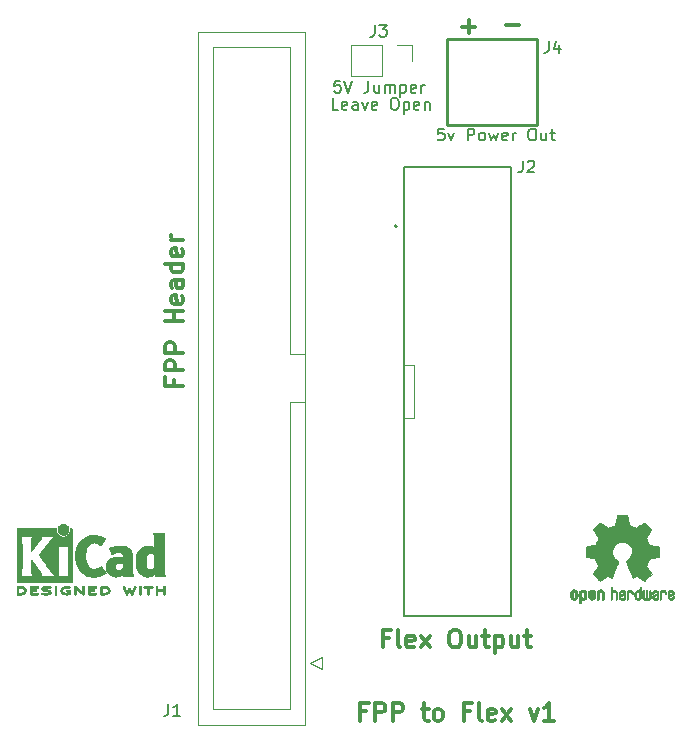
<source format=gbr>
%TF.GenerationSoftware,KiCad,Pcbnew,(5.1.10)-1*%
%TF.CreationDate,2021-06-03T16:28:04-04:00*%
%TF.ProjectId,Flex_Adapter,466c6578-5f41-4646-9170-7465722e6b69,v1*%
%TF.SameCoordinates,Original*%
%TF.FileFunction,Legend,Top*%
%TF.FilePolarity,Positive*%
%FSLAX46Y46*%
G04 Gerber Fmt 4.6, Leading zero omitted, Abs format (unit mm)*
G04 Created by KiCad (PCBNEW (5.1.10)-1) date 2021-06-03 16:28:04*
%MOMM*%
%LPD*%
G01*
G04 APERTURE LIST*
%ADD10C,0.300000*%
%ADD11C,0.330000*%
%ADD12C,0.150000*%
%ADD13C,0.010000*%
%ADD14C,0.120000*%
%ADD15C,0.127000*%
%ADD16C,0.200000*%
%ADD17C,0.254000*%
G04 APERTURE END LIST*
D10*
X143321428Y-132892857D02*
X142821428Y-132892857D01*
X142821428Y-133678571D02*
X142821428Y-132178571D01*
X143535714Y-132178571D01*
X144107142Y-133678571D02*
X144107142Y-132178571D01*
X144678571Y-132178571D01*
X144821428Y-132250000D01*
X144892857Y-132321428D01*
X144964285Y-132464285D01*
X144964285Y-132678571D01*
X144892857Y-132821428D01*
X144821428Y-132892857D01*
X144678571Y-132964285D01*
X144107142Y-132964285D01*
X145607142Y-133678571D02*
X145607142Y-132178571D01*
X146178571Y-132178571D01*
X146321428Y-132250000D01*
X146392857Y-132321428D01*
X146464285Y-132464285D01*
X146464285Y-132678571D01*
X146392857Y-132821428D01*
X146321428Y-132892857D01*
X146178571Y-132964285D01*
X145607142Y-132964285D01*
X148035714Y-132678571D02*
X148607142Y-132678571D01*
X148250000Y-132178571D02*
X148250000Y-133464285D01*
X148321428Y-133607142D01*
X148464285Y-133678571D01*
X148607142Y-133678571D01*
X149321428Y-133678571D02*
X149178571Y-133607142D01*
X149107142Y-133535714D01*
X149035714Y-133392857D01*
X149035714Y-132964285D01*
X149107142Y-132821428D01*
X149178571Y-132750000D01*
X149321428Y-132678571D01*
X149535714Y-132678571D01*
X149678571Y-132750000D01*
X149750000Y-132821428D01*
X149821428Y-132964285D01*
X149821428Y-133392857D01*
X149750000Y-133535714D01*
X149678571Y-133607142D01*
X149535714Y-133678571D01*
X149321428Y-133678571D01*
X152107142Y-132892857D02*
X151607142Y-132892857D01*
X151607142Y-133678571D02*
X151607142Y-132178571D01*
X152321428Y-132178571D01*
X153107142Y-133678571D02*
X152964285Y-133607142D01*
X152892857Y-133464285D01*
X152892857Y-132178571D01*
X154250000Y-133607142D02*
X154107142Y-133678571D01*
X153821428Y-133678571D01*
X153678571Y-133607142D01*
X153607142Y-133464285D01*
X153607142Y-132892857D01*
X153678571Y-132750000D01*
X153821428Y-132678571D01*
X154107142Y-132678571D01*
X154250000Y-132750000D01*
X154321428Y-132892857D01*
X154321428Y-133035714D01*
X153607142Y-133178571D01*
X154821428Y-133678571D02*
X155607142Y-132678571D01*
X154821428Y-132678571D02*
X155607142Y-133678571D01*
X157178571Y-132678571D02*
X157535714Y-133678571D01*
X157892857Y-132678571D01*
X159250000Y-133678571D02*
X158392857Y-133678571D01*
X158821428Y-133678571D02*
X158821428Y-132178571D01*
X158678571Y-132392857D01*
X158535714Y-132535714D01*
X158392857Y-132607142D01*
D11*
X151428571Y-74907142D02*
X152571428Y-74907142D01*
X152000000Y-75478571D02*
X152000000Y-74335714D01*
D10*
X155128571Y-74807142D02*
X156271428Y-74807142D01*
D12*
X140980952Y-81952380D02*
X140504761Y-81952380D01*
X140504761Y-80952380D01*
X141695238Y-81904761D02*
X141600000Y-81952380D01*
X141409523Y-81952380D01*
X141314285Y-81904761D01*
X141266666Y-81809523D01*
X141266666Y-81428571D01*
X141314285Y-81333333D01*
X141409523Y-81285714D01*
X141600000Y-81285714D01*
X141695238Y-81333333D01*
X141742857Y-81428571D01*
X141742857Y-81523809D01*
X141266666Y-81619047D01*
X142600000Y-81952380D02*
X142600000Y-81428571D01*
X142552380Y-81333333D01*
X142457142Y-81285714D01*
X142266666Y-81285714D01*
X142171428Y-81333333D01*
X142600000Y-81904761D02*
X142504761Y-81952380D01*
X142266666Y-81952380D01*
X142171428Y-81904761D01*
X142123809Y-81809523D01*
X142123809Y-81714285D01*
X142171428Y-81619047D01*
X142266666Y-81571428D01*
X142504761Y-81571428D01*
X142600000Y-81523809D01*
X142980952Y-81285714D02*
X143219047Y-81952380D01*
X143457142Y-81285714D01*
X144219047Y-81904761D02*
X144123809Y-81952380D01*
X143933333Y-81952380D01*
X143838095Y-81904761D01*
X143790476Y-81809523D01*
X143790476Y-81428571D01*
X143838095Y-81333333D01*
X143933333Y-81285714D01*
X144123809Y-81285714D01*
X144219047Y-81333333D01*
X144266666Y-81428571D01*
X144266666Y-81523809D01*
X143790476Y-81619047D01*
X145647619Y-80952380D02*
X145838095Y-80952380D01*
X145933333Y-81000000D01*
X146028571Y-81095238D01*
X146076190Y-81285714D01*
X146076190Y-81619047D01*
X146028571Y-81809523D01*
X145933333Y-81904761D01*
X145838095Y-81952380D01*
X145647619Y-81952380D01*
X145552380Y-81904761D01*
X145457142Y-81809523D01*
X145409523Y-81619047D01*
X145409523Y-81285714D01*
X145457142Y-81095238D01*
X145552380Y-81000000D01*
X145647619Y-80952380D01*
X146504761Y-81285714D02*
X146504761Y-82285714D01*
X146504761Y-81333333D02*
X146600000Y-81285714D01*
X146790476Y-81285714D01*
X146885714Y-81333333D01*
X146933333Y-81380952D01*
X146980952Y-81476190D01*
X146980952Y-81761904D01*
X146933333Y-81857142D01*
X146885714Y-81904761D01*
X146790476Y-81952380D01*
X146600000Y-81952380D01*
X146504761Y-81904761D01*
X147790476Y-81904761D02*
X147695238Y-81952380D01*
X147504761Y-81952380D01*
X147409523Y-81904761D01*
X147361904Y-81809523D01*
X147361904Y-81428571D01*
X147409523Y-81333333D01*
X147504761Y-81285714D01*
X147695238Y-81285714D01*
X147790476Y-81333333D01*
X147838095Y-81428571D01*
X147838095Y-81523809D01*
X147361904Y-81619047D01*
X148266666Y-81285714D02*
X148266666Y-81952380D01*
X148266666Y-81380952D02*
X148314285Y-81333333D01*
X148409523Y-81285714D01*
X148552380Y-81285714D01*
X148647619Y-81333333D01*
X148695238Y-81428571D01*
X148695238Y-81952380D01*
D13*
%TO.C,REF\u002A\u002A*%
G36*
X117053600Y-117489054D02*
G01*
X117064465Y-117602993D01*
X117096082Y-117710616D01*
X117146985Y-117809615D01*
X117215707Y-117897684D01*
X117300781Y-117972516D01*
X117397768Y-118030384D01*
X117504036Y-118070005D01*
X117611050Y-118088573D01*
X117716700Y-118087434D01*
X117818875Y-118067930D01*
X117915466Y-118031406D01*
X118004362Y-117979205D01*
X118083454Y-117912673D01*
X118150631Y-117833152D01*
X118203783Y-117741987D01*
X118240801Y-117640523D01*
X118259573Y-117530102D01*
X118261511Y-117480206D01*
X118261511Y-117392267D01*
X118313440Y-117392267D01*
X118349747Y-117395111D01*
X118376645Y-117406911D01*
X118403751Y-117430649D01*
X118442133Y-117469031D01*
X118442133Y-119660602D01*
X118442124Y-119922739D01*
X118442092Y-120163241D01*
X118442028Y-120383048D01*
X118441924Y-120583101D01*
X118441773Y-120764344D01*
X118441566Y-120927716D01*
X118441294Y-121074160D01*
X118440950Y-121204617D01*
X118440526Y-121320029D01*
X118440013Y-121421338D01*
X118439403Y-121509484D01*
X118438688Y-121585410D01*
X118437860Y-121650057D01*
X118436911Y-121704367D01*
X118435833Y-121749280D01*
X118434617Y-121785740D01*
X118433255Y-121814687D01*
X118431739Y-121837063D01*
X118430062Y-121853809D01*
X118428214Y-121865868D01*
X118426187Y-121874180D01*
X118423975Y-121879687D01*
X118422892Y-121881537D01*
X118418729Y-121888549D01*
X118415195Y-121894996D01*
X118411365Y-121900900D01*
X118406318Y-121906286D01*
X118399129Y-121911178D01*
X118388877Y-121915598D01*
X118374636Y-121919572D01*
X118355486Y-121923121D01*
X118330501Y-121926270D01*
X118298760Y-121929042D01*
X118259338Y-121931461D01*
X118211314Y-121933551D01*
X118153763Y-121935335D01*
X118085763Y-121936837D01*
X118006390Y-121938080D01*
X117914721Y-121939089D01*
X117809834Y-121939885D01*
X117690804Y-121940494D01*
X117556710Y-121940939D01*
X117406627Y-121941243D01*
X117239633Y-121941430D01*
X117054804Y-121941524D01*
X116851217Y-121941548D01*
X116627950Y-121941525D01*
X116384078Y-121941480D01*
X116118679Y-121941437D01*
X116080296Y-121941432D01*
X115813318Y-121941389D01*
X115567998Y-121941318D01*
X115343417Y-121941213D01*
X115138655Y-121941066D01*
X114952794Y-121940869D01*
X114784912Y-121940616D01*
X114634092Y-121940300D01*
X114499413Y-121939913D01*
X114379956Y-121939447D01*
X114274801Y-121938897D01*
X114183029Y-121938253D01*
X114103721Y-121937511D01*
X114035957Y-121936661D01*
X113978818Y-121935697D01*
X113931383Y-121934611D01*
X113892734Y-121933397D01*
X113861951Y-121932047D01*
X113838115Y-121930555D01*
X113820306Y-121928911D01*
X113807605Y-121927111D01*
X113799092Y-121925145D01*
X113794734Y-121923477D01*
X113786272Y-121919906D01*
X113778503Y-121917270D01*
X113771398Y-121914634D01*
X113764927Y-121911062D01*
X113759061Y-121905621D01*
X113753771Y-121897375D01*
X113749026Y-121885390D01*
X113744798Y-121868731D01*
X113741057Y-121846463D01*
X113737773Y-121817652D01*
X113734917Y-121781363D01*
X113732460Y-121736661D01*
X113730371Y-121682611D01*
X113728622Y-121618279D01*
X113727183Y-121542730D01*
X113726024Y-121455030D01*
X113725117Y-121354243D01*
X113724431Y-121239434D01*
X113723937Y-121109670D01*
X113723605Y-120964015D01*
X113723407Y-120801535D01*
X113723313Y-120621295D01*
X113723292Y-120422360D01*
X113723315Y-120203796D01*
X113723354Y-119964668D01*
X113723378Y-119704040D01*
X113723378Y-119661889D01*
X113723364Y-119398992D01*
X113723339Y-119157732D01*
X113723329Y-118937165D01*
X113723358Y-118736352D01*
X113723452Y-118554349D01*
X113723638Y-118390216D01*
X113723941Y-118243011D01*
X113724386Y-118111792D01*
X113724966Y-118001867D01*
X114027803Y-118001867D01*
X114067593Y-118059711D01*
X114078764Y-118075479D01*
X114088834Y-118089441D01*
X114097862Y-118102784D01*
X114105903Y-118116693D01*
X114113014Y-118132356D01*
X114119253Y-118150958D01*
X114124675Y-118173686D01*
X114129338Y-118201727D01*
X114133299Y-118236267D01*
X114136615Y-118278492D01*
X114139341Y-118329589D01*
X114141536Y-118390744D01*
X114143255Y-118463144D01*
X114144556Y-118547975D01*
X114145495Y-118646422D01*
X114146130Y-118759674D01*
X114146516Y-118888916D01*
X114146712Y-119035334D01*
X114146773Y-119200116D01*
X114146757Y-119384447D01*
X114146720Y-119589513D01*
X114146711Y-119712133D01*
X114146735Y-119929082D01*
X114146769Y-120124642D01*
X114146757Y-120299999D01*
X114146642Y-120456341D01*
X114146370Y-120594857D01*
X114145882Y-120716734D01*
X114145124Y-120823160D01*
X114144038Y-120915322D01*
X114142569Y-120994409D01*
X114140660Y-121061608D01*
X114138256Y-121118107D01*
X114135299Y-121165093D01*
X114131734Y-121203755D01*
X114127505Y-121235280D01*
X114122554Y-121260855D01*
X114116827Y-121281670D01*
X114110267Y-121298911D01*
X114102817Y-121313765D01*
X114094421Y-121327422D01*
X114085024Y-121341069D01*
X114074568Y-121355893D01*
X114068477Y-121364783D01*
X114029704Y-121422400D01*
X114561268Y-121422400D01*
X114684517Y-121422365D01*
X114787013Y-121422215D01*
X114870580Y-121421878D01*
X114937044Y-121421286D01*
X114988229Y-121420367D01*
X115025959Y-121419051D01*
X115052060Y-121417269D01*
X115068356Y-121414951D01*
X115076672Y-121412026D01*
X115078832Y-121408424D01*
X115076661Y-121404075D01*
X115075465Y-121402645D01*
X115050315Y-121365573D01*
X115024417Y-121312772D01*
X115000808Y-121250770D01*
X114992539Y-121224357D01*
X114987922Y-121206416D01*
X114984021Y-121185355D01*
X114980752Y-121159089D01*
X114978034Y-121125532D01*
X114975785Y-121082599D01*
X114973923Y-121028204D01*
X114972364Y-120960262D01*
X114971028Y-120876688D01*
X114969831Y-120775395D01*
X114968692Y-120654300D01*
X114968315Y-120609600D01*
X114967298Y-120484449D01*
X114966540Y-120380082D01*
X114966097Y-120294707D01*
X114966030Y-120226533D01*
X114966395Y-120173765D01*
X114967252Y-120134614D01*
X114968659Y-120107285D01*
X114970675Y-120089986D01*
X114973357Y-120080926D01*
X114976764Y-120078312D01*
X114980956Y-120080351D01*
X114985429Y-120084667D01*
X114995784Y-120097602D01*
X115017842Y-120126676D01*
X115050043Y-120169759D01*
X115090826Y-120224718D01*
X115138630Y-120289423D01*
X115191895Y-120361742D01*
X115249060Y-120439544D01*
X115308563Y-120520698D01*
X115368845Y-120603072D01*
X115428345Y-120684536D01*
X115485502Y-120762957D01*
X115538755Y-120836204D01*
X115586543Y-120902147D01*
X115627307Y-120958654D01*
X115659484Y-121003593D01*
X115681515Y-121034834D01*
X115686083Y-121041466D01*
X115709004Y-121078369D01*
X115735812Y-121126359D01*
X115761211Y-121175897D01*
X115764432Y-121182577D01*
X115786110Y-121230772D01*
X115798696Y-121268334D01*
X115804426Y-121304160D01*
X115805544Y-121346200D01*
X115804910Y-121422400D01*
X116959349Y-121422400D01*
X116868185Y-121328669D01*
X116821388Y-121278775D01*
X116771101Y-121222295D01*
X116725056Y-121168026D01*
X116704631Y-121142673D01*
X116674193Y-121103128D01*
X116634138Y-121049916D01*
X116585639Y-120984667D01*
X116529865Y-120909011D01*
X116467989Y-120824577D01*
X116401181Y-120732994D01*
X116330613Y-120635892D01*
X116257455Y-120534901D01*
X116182879Y-120431650D01*
X116108056Y-120327768D01*
X116034157Y-120224885D01*
X115962354Y-120124631D01*
X115893816Y-120028636D01*
X115829716Y-119938527D01*
X115771225Y-119855936D01*
X115719514Y-119782492D01*
X115675753Y-119719824D01*
X115641115Y-119669561D01*
X115616770Y-119633334D01*
X115603889Y-119612771D01*
X115602131Y-119608668D01*
X115610090Y-119597342D01*
X115630885Y-119570162D01*
X115663153Y-119528829D01*
X115705530Y-119475044D01*
X115756653Y-119410506D01*
X115815159Y-119336918D01*
X115879686Y-119255978D01*
X115948869Y-119169388D01*
X116021347Y-119078848D01*
X116095754Y-118986060D01*
X116155483Y-118911702D01*
X117166489Y-118911702D01*
X117172398Y-118924659D01*
X117186728Y-118946908D01*
X117187775Y-118948391D01*
X117206562Y-118978544D01*
X117226209Y-119015375D01*
X117230108Y-119023511D01*
X117233644Y-119031940D01*
X117236770Y-119042059D01*
X117239514Y-119055260D01*
X117241908Y-119072938D01*
X117243981Y-119096484D01*
X117245765Y-119127293D01*
X117247288Y-119166757D01*
X117248581Y-119216269D01*
X117249674Y-119277223D01*
X117250597Y-119351011D01*
X117251381Y-119439028D01*
X117252055Y-119542665D01*
X117252650Y-119663316D01*
X117253195Y-119802374D01*
X117253721Y-119961232D01*
X117254255Y-120140089D01*
X117254794Y-120325207D01*
X117255228Y-120489145D01*
X117255491Y-120633303D01*
X117255516Y-120759079D01*
X117255235Y-120867871D01*
X117254581Y-120961077D01*
X117253486Y-121040097D01*
X117251882Y-121106328D01*
X117249703Y-121161170D01*
X117246881Y-121206021D01*
X117243349Y-121242278D01*
X117239039Y-121271341D01*
X117233883Y-121294609D01*
X117227815Y-121313479D01*
X117220767Y-121329351D01*
X117212671Y-121343622D01*
X117203460Y-121357691D01*
X117194960Y-121370158D01*
X117177824Y-121396452D01*
X117167678Y-121414037D01*
X117166489Y-121417257D01*
X117177396Y-121418334D01*
X117208589Y-121419335D01*
X117257777Y-121420235D01*
X117322667Y-121421010D01*
X117400970Y-121421637D01*
X117490393Y-121422091D01*
X117588644Y-121422349D01*
X117657555Y-121422400D01*
X117762548Y-121422180D01*
X117859390Y-121421548D01*
X117945893Y-121420549D01*
X118019868Y-121419227D01*
X118079126Y-121417626D01*
X118121480Y-121415791D01*
X118144740Y-121413765D01*
X118148622Y-121412493D01*
X118140924Y-121397591D01*
X118132926Y-121389560D01*
X118119754Y-121372434D01*
X118102515Y-121342183D01*
X118090593Y-121317622D01*
X118063955Y-121258711D01*
X118060880Y-120081845D01*
X118057805Y-118904978D01*
X117612147Y-118904978D01*
X117514330Y-118905142D01*
X117423936Y-118905611D01*
X117343370Y-118906347D01*
X117275038Y-118907316D01*
X117221344Y-118908480D01*
X117184695Y-118909803D01*
X117167496Y-118911249D01*
X117166489Y-118911702D01*
X116155483Y-118911702D01*
X116170730Y-118892722D01*
X116244910Y-118800537D01*
X116316931Y-118711204D01*
X116385431Y-118626424D01*
X116449045Y-118547898D01*
X116506412Y-118477326D01*
X116556167Y-118416409D01*
X116596948Y-118366847D01*
X116614112Y-118346178D01*
X116700404Y-118245516D01*
X116777003Y-118162259D01*
X116845817Y-118094438D01*
X116908752Y-118040089D01*
X116918133Y-118032722D01*
X116957644Y-118002117D01*
X115825884Y-118001867D01*
X115831173Y-118049844D01*
X115827870Y-118107188D01*
X115806339Y-118175463D01*
X115766365Y-118255212D01*
X115721057Y-118327495D01*
X115704839Y-118350140D01*
X115676786Y-118387696D01*
X115638570Y-118438021D01*
X115591863Y-118498973D01*
X115538339Y-118568411D01*
X115479669Y-118644194D01*
X115417525Y-118724180D01*
X115353579Y-118806228D01*
X115289505Y-118888196D01*
X115226973Y-118967943D01*
X115167657Y-119043327D01*
X115113229Y-119112207D01*
X115065361Y-119172442D01*
X115025725Y-119221889D01*
X114995994Y-119258408D01*
X114977839Y-119279858D01*
X114974780Y-119283156D01*
X114971921Y-119275149D01*
X114969707Y-119244855D01*
X114968143Y-119192556D01*
X114967233Y-119118531D01*
X114966980Y-119023063D01*
X114967387Y-118906434D01*
X114968296Y-118786445D01*
X114969618Y-118654333D01*
X114971143Y-118542594D01*
X114973119Y-118449025D01*
X114975794Y-118371419D01*
X114979418Y-118307574D01*
X114984239Y-118255283D01*
X114990506Y-118212344D01*
X114998468Y-118176551D01*
X115008373Y-118145700D01*
X115020469Y-118117586D01*
X115035007Y-118090005D01*
X115049689Y-118064966D01*
X115087686Y-118001867D01*
X114027803Y-118001867D01*
X113724966Y-118001867D01*
X113724999Y-117995617D01*
X113725805Y-117893544D01*
X113726830Y-117804633D01*
X113728100Y-117727941D01*
X113729640Y-117662527D01*
X113731476Y-117607449D01*
X113733633Y-117561765D01*
X113736137Y-117524534D01*
X113739013Y-117494813D01*
X113742287Y-117471662D01*
X113745985Y-117454139D01*
X113750131Y-117441301D01*
X113754753Y-117432208D01*
X113759874Y-117425918D01*
X113765522Y-117421488D01*
X113771721Y-117417978D01*
X113778496Y-117414445D01*
X113784492Y-117410876D01*
X113789725Y-117408300D01*
X113797901Y-117405972D01*
X113810114Y-117403878D01*
X113827459Y-117402007D01*
X113851031Y-117400347D01*
X113881923Y-117398884D01*
X113921232Y-117397608D01*
X113970050Y-117396504D01*
X114029473Y-117395561D01*
X114100596Y-117394767D01*
X114184512Y-117394109D01*
X114282317Y-117393575D01*
X114395106Y-117393153D01*
X114523971Y-117392829D01*
X114670009Y-117392592D01*
X114834314Y-117392430D01*
X115017980Y-117392330D01*
X115222103Y-117392280D01*
X115433247Y-117392267D01*
X117053600Y-117392267D01*
X117053600Y-117489054D01*
G37*
X117053600Y-117489054D02*
X117064465Y-117602993D01*
X117096082Y-117710616D01*
X117146985Y-117809615D01*
X117215707Y-117897684D01*
X117300781Y-117972516D01*
X117397768Y-118030384D01*
X117504036Y-118070005D01*
X117611050Y-118088573D01*
X117716700Y-118087434D01*
X117818875Y-118067930D01*
X117915466Y-118031406D01*
X118004362Y-117979205D01*
X118083454Y-117912673D01*
X118150631Y-117833152D01*
X118203783Y-117741987D01*
X118240801Y-117640523D01*
X118259573Y-117530102D01*
X118261511Y-117480206D01*
X118261511Y-117392267D01*
X118313440Y-117392267D01*
X118349747Y-117395111D01*
X118376645Y-117406911D01*
X118403751Y-117430649D01*
X118442133Y-117469031D01*
X118442133Y-119660602D01*
X118442124Y-119922739D01*
X118442092Y-120163241D01*
X118442028Y-120383048D01*
X118441924Y-120583101D01*
X118441773Y-120764344D01*
X118441566Y-120927716D01*
X118441294Y-121074160D01*
X118440950Y-121204617D01*
X118440526Y-121320029D01*
X118440013Y-121421338D01*
X118439403Y-121509484D01*
X118438688Y-121585410D01*
X118437860Y-121650057D01*
X118436911Y-121704367D01*
X118435833Y-121749280D01*
X118434617Y-121785740D01*
X118433255Y-121814687D01*
X118431739Y-121837063D01*
X118430062Y-121853809D01*
X118428214Y-121865868D01*
X118426187Y-121874180D01*
X118423975Y-121879687D01*
X118422892Y-121881537D01*
X118418729Y-121888549D01*
X118415195Y-121894996D01*
X118411365Y-121900900D01*
X118406318Y-121906286D01*
X118399129Y-121911178D01*
X118388877Y-121915598D01*
X118374636Y-121919572D01*
X118355486Y-121923121D01*
X118330501Y-121926270D01*
X118298760Y-121929042D01*
X118259338Y-121931461D01*
X118211314Y-121933551D01*
X118153763Y-121935335D01*
X118085763Y-121936837D01*
X118006390Y-121938080D01*
X117914721Y-121939089D01*
X117809834Y-121939885D01*
X117690804Y-121940494D01*
X117556710Y-121940939D01*
X117406627Y-121941243D01*
X117239633Y-121941430D01*
X117054804Y-121941524D01*
X116851217Y-121941548D01*
X116627950Y-121941525D01*
X116384078Y-121941480D01*
X116118679Y-121941437D01*
X116080296Y-121941432D01*
X115813318Y-121941389D01*
X115567998Y-121941318D01*
X115343417Y-121941213D01*
X115138655Y-121941066D01*
X114952794Y-121940869D01*
X114784912Y-121940616D01*
X114634092Y-121940300D01*
X114499413Y-121939913D01*
X114379956Y-121939447D01*
X114274801Y-121938897D01*
X114183029Y-121938253D01*
X114103721Y-121937511D01*
X114035957Y-121936661D01*
X113978818Y-121935697D01*
X113931383Y-121934611D01*
X113892734Y-121933397D01*
X113861951Y-121932047D01*
X113838115Y-121930555D01*
X113820306Y-121928911D01*
X113807605Y-121927111D01*
X113799092Y-121925145D01*
X113794734Y-121923477D01*
X113786272Y-121919906D01*
X113778503Y-121917270D01*
X113771398Y-121914634D01*
X113764927Y-121911062D01*
X113759061Y-121905621D01*
X113753771Y-121897375D01*
X113749026Y-121885390D01*
X113744798Y-121868731D01*
X113741057Y-121846463D01*
X113737773Y-121817652D01*
X113734917Y-121781363D01*
X113732460Y-121736661D01*
X113730371Y-121682611D01*
X113728622Y-121618279D01*
X113727183Y-121542730D01*
X113726024Y-121455030D01*
X113725117Y-121354243D01*
X113724431Y-121239434D01*
X113723937Y-121109670D01*
X113723605Y-120964015D01*
X113723407Y-120801535D01*
X113723313Y-120621295D01*
X113723292Y-120422360D01*
X113723315Y-120203796D01*
X113723354Y-119964668D01*
X113723378Y-119704040D01*
X113723378Y-119661889D01*
X113723364Y-119398992D01*
X113723339Y-119157732D01*
X113723329Y-118937165D01*
X113723358Y-118736352D01*
X113723452Y-118554349D01*
X113723638Y-118390216D01*
X113723941Y-118243011D01*
X113724386Y-118111792D01*
X113724966Y-118001867D01*
X114027803Y-118001867D01*
X114067593Y-118059711D01*
X114078764Y-118075479D01*
X114088834Y-118089441D01*
X114097862Y-118102784D01*
X114105903Y-118116693D01*
X114113014Y-118132356D01*
X114119253Y-118150958D01*
X114124675Y-118173686D01*
X114129338Y-118201727D01*
X114133299Y-118236267D01*
X114136615Y-118278492D01*
X114139341Y-118329589D01*
X114141536Y-118390744D01*
X114143255Y-118463144D01*
X114144556Y-118547975D01*
X114145495Y-118646422D01*
X114146130Y-118759674D01*
X114146516Y-118888916D01*
X114146712Y-119035334D01*
X114146773Y-119200116D01*
X114146757Y-119384447D01*
X114146720Y-119589513D01*
X114146711Y-119712133D01*
X114146735Y-119929082D01*
X114146769Y-120124642D01*
X114146757Y-120299999D01*
X114146642Y-120456341D01*
X114146370Y-120594857D01*
X114145882Y-120716734D01*
X114145124Y-120823160D01*
X114144038Y-120915322D01*
X114142569Y-120994409D01*
X114140660Y-121061608D01*
X114138256Y-121118107D01*
X114135299Y-121165093D01*
X114131734Y-121203755D01*
X114127505Y-121235280D01*
X114122554Y-121260855D01*
X114116827Y-121281670D01*
X114110267Y-121298911D01*
X114102817Y-121313765D01*
X114094421Y-121327422D01*
X114085024Y-121341069D01*
X114074568Y-121355893D01*
X114068477Y-121364783D01*
X114029704Y-121422400D01*
X114561268Y-121422400D01*
X114684517Y-121422365D01*
X114787013Y-121422215D01*
X114870580Y-121421878D01*
X114937044Y-121421286D01*
X114988229Y-121420367D01*
X115025959Y-121419051D01*
X115052060Y-121417269D01*
X115068356Y-121414951D01*
X115076672Y-121412026D01*
X115078832Y-121408424D01*
X115076661Y-121404075D01*
X115075465Y-121402645D01*
X115050315Y-121365573D01*
X115024417Y-121312772D01*
X115000808Y-121250770D01*
X114992539Y-121224357D01*
X114987922Y-121206416D01*
X114984021Y-121185355D01*
X114980752Y-121159089D01*
X114978034Y-121125532D01*
X114975785Y-121082599D01*
X114973923Y-121028204D01*
X114972364Y-120960262D01*
X114971028Y-120876688D01*
X114969831Y-120775395D01*
X114968692Y-120654300D01*
X114968315Y-120609600D01*
X114967298Y-120484449D01*
X114966540Y-120380082D01*
X114966097Y-120294707D01*
X114966030Y-120226533D01*
X114966395Y-120173765D01*
X114967252Y-120134614D01*
X114968659Y-120107285D01*
X114970675Y-120089986D01*
X114973357Y-120080926D01*
X114976764Y-120078312D01*
X114980956Y-120080351D01*
X114985429Y-120084667D01*
X114995784Y-120097602D01*
X115017842Y-120126676D01*
X115050043Y-120169759D01*
X115090826Y-120224718D01*
X115138630Y-120289423D01*
X115191895Y-120361742D01*
X115249060Y-120439544D01*
X115308563Y-120520698D01*
X115368845Y-120603072D01*
X115428345Y-120684536D01*
X115485502Y-120762957D01*
X115538755Y-120836204D01*
X115586543Y-120902147D01*
X115627307Y-120958654D01*
X115659484Y-121003593D01*
X115681515Y-121034834D01*
X115686083Y-121041466D01*
X115709004Y-121078369D01*
X115735812Y-121126359D01*
X115761211Y-121175897D01*
X115764432Y-121182577D01*
X115786110Y-121230772D01*
X115798696Y-121268334D01*
X115804426Y-121304160D01*
X115805544Y-121346200D01*
X115804910Y-121422400D01*
X116959349Y-121422400D01*
X116868185Y-121328669D01*
X116821388Y-121278775D01*
X116771101Y-121222295D01*
X116725056Y-121168026D01*
X116704631Y-121142673D01*
X116674193Y-121103128D01*
X116634138Y-121049916D01*
X116585639Y-120984667D01*
X116529865Y-120909011D01*
X116467989Y-120824577D01*
X116401181Y-120732994D01*
X116330613Y-120635892D01*
X116257455Y-120534901D01*
X116182879Y-120431650D01*
X116108056Y-120327768D01*
X116034157Y-120224885D01*
X115962354Y-120124631D01*
X115893816Y-120028636D01*
X115829716Y-119938527D01*
X115771225Y-119855936D01*
X115719514Y-119782492D01*
X115675753Y-119719824D01*
X115641115Y-119669561D01*
X115616770Y-119633334D01*
X115603889Y-119612771D01*
X115602131Y-119608668D01*
X115610090Y-119597342D01*
X115630885Y-119570162D01*
X115663153Y-119528829D01*
X115705530Y-119475044D01*
X115756653Y-119410506D01*
X115815159Y-119336918D01*
X115879686Y-119255978D01*
X115948869Y-119169388D01*
X116021347Y-119078848D01*
X116095754Y-118986060D01*
X116155483Y-118911702D01*
X117166489Y-118911702D01*
X117172398Y-118924659D01*
X117186728Y-118946908D01*
X117187775Y-118948391D01*
X117206562Y-118978544D01*
X117226209Y-119015375D01*
X117230108Y-119023511D01*
X117233644Y-119031940D01*
X117236770Y-119042059D01*
X117239514Y-119055260D01*
X117241908Y-119072938D01*
X117243981Y-119096484D01*
X117245765Y-119127293D01*
X117247288Y-119166757D01*
X117248581Y-119216269D01*
X117249674Y-119277223D01*
X117250597Y-119351011D01*
X117251381Y-119439028D01*
X117252055Y-119542665D01*
X117252650Y-119663316D01*
X117253195Y-119802374D01*
X117253721Y-119961232D01*
X117254255Y-120140089D01*
X117254794Y-120325207D01*
X117255228Y-120489145D01*
X117255491Y-120633303D01*
X117255516Y-120759079D01*
X117255235Y-120867871D01*
X117254581Y-120961077D01*
X117253486Y-121040097D01*
X117251882Y-121106328D01*
X117249703Y-121161170D01*
X117246881Y-121206021D01*
X117243349Y-121242278D01*
X117239039Y-121271341D01*
X117233883Y-121294609D01*
X117227815Y-121313479D01*
X117220767Y-121329351D01*
X117212671Y-121343622D01*
X117203460Y-121357691D01*
X117194960Y-121370158D01*
X117177824Y-121396452D01*
X117167678Y-121414037D01*
X117166489Y-121417257D01*
X117177396Y-121418334D01*
X117208589Y-121419335D01*
X117257777Y-121420235D01*
X117322667Y-121421010D01*
X117400970Y-121421637D01*
X117490393Y-121422091D01*
X117588644Y-121422349D01*
X117657555Y-121422400D01*
X117762548Y-121422180D01*
X117859390Y-121421548D01*
X117945893Y-121420549D01*
X118019868Y-121419227D01*
X118079126Y-121417626D01*
X118121480Y-121415791D01*
X118144740Y-121413765D01*
X118148622Y-121412493D01*
X118140924Y-121397591D01*
X118132926Y-121389560D01*
X118119754Y-121372434D01*
X118102515Y-121342183D01*
X118090593Y-121317622D01*
X118063955Y-121258711D01*
X118060880Y-120081845D01*
X118057805Y-118904978D01*
X117612147Y-118904978D01*
X117514330Y-118905142D01*
X117423936Y-118905611D01*
X117343370Y-118906347D01*
X117275038Y-118907316D01*
X117221344Y-118908480D01*
X117184695Y-118909803D01*
X117167496Y-118911249D01*
X117166489Y-118911702D01*
X116155483Y-118911702D01*
X116170730Y-118892722D01*
X116244910Y-118800537D01*
X116316931Y-118711204D01*
X116385431Y-118626424D01*
X116449045Y-118547898D01*
X116506412Y-118477326D01*
X116556167Y-118416409D01*
X116596948Y-118366847D01*
X116614112Y-118346178D01*
X116700404Y-118245516D01*
X116777003Y-118162259D01*
X116845817Y-118094438D01*
X116908752Y-118040089D01*
X116918133Y-118032722D01*
X116957644Y-118002117D01*
X115825884Y-118001867D01*
X115831173Y-118049844D01*
X115827870Y-118107188D01*
X115806339Y-118175463D01*
X115766365Y-118255212D01*
X115721057Y-118327495D01*
X115704839Y-118350140D01*
X115676786Y-118387696D01*
X115638570Y-118438021D01*
X115591863Y-118498973D01*
X115538339Y-118568411D01*
X115479669Y-118644194D01*
X115417525Y-118724180D01*
X115353579Y-118806228D01*
X115289505Y-118888196D01*
X115226973Y-118967943D01*
X115167657Y-119043327D01*
X115113229Y-119112207D01*
X115065361Y-119172442D01*
X115025725Y-119221889D01*
X114995994Y-119258408D01*
X114977839Y-119279858D01*
X114974780Y-119283156D01*
X114971921Y-119275149D01*
X114969707Y-119244855D01*
X114968143Y-119192556D01*
X114967233Y-119118531D01*
X114966980Y-119023063D01*
X114967387Y-118906434D01*
X114968296Y-118786445D01*
X114969618Y-118654333D01*
X114971143Y-118542594D01*
X114973119Y-118449025D01*
X114975794Y-118371419D01*
X114979418Y-118307574D01*
X114984239Y-118255283D01*
X114990506Y-118212344D01*
X114998468Y-118176551D01*
X115008373Y-118145700D01*
X115020469Y-118117586D01*
X115035007Y-118090005D01*
X115049689Y-118064966D01*
X115087686Y-118001867D01*
X114027803Y-118001867D01*
X113724966Y-118001867D01*
X113724999Y-117995617D01*
X113725805Y-117893544D01*
X113726830Y-117804633D01*
X113728100Y-117727941D01*
X113729640Y-117662527D01*
X113731476Y-117607449D01*
X113733633Y-117561765D01*
X113736137Y-117524534D01*
X113739013Y-117494813D01*
X113742287Y-117471662D01*
X113745985Y-117454139D01*
X113750131Y-117441301D01*
X113754753Y-117432208D01*
X113759874Y-117425918D01*
X113765522Y-117421488D01*
X113771721Y-117417978D01*
X113778496Y-117414445D01*
X113784492Y-117410876D01*
X113789725Y-117408300D01*
X113797901Y-117405972D01*
X113810114Y-117403878D01*
X113827459Y-117402007D01*
X113851031Y-117400347D01*
X113881923Y-117398884D01*
X113921232Y-117397608D01*
X113970050Y-117396504D01*
X114029473Y-117395561D01*
X114100596Y-117394767D01*
X114184512Y-117394109D01*
X114282317Y-117393575D01*
X114395106Y-117393153D01*
X114523971Y-117392829D01*
X114670009Y-117392592D01*
X114834314Y-117392430D01*
X115017980Y-117392330D01*
X115222103Y-117392280D01*
X115433247Y-117392267D01*
X117053600Y-117392267D01*
X117053600Y-117489054D01*
G36*
X120328429Y-117949071D02*
G01*
X120488570Y-117970245D01*
X120652510Y-118010385D01*
X120822313Y-118069889D01*
X121000043Y-118149154D01*
X121011310Y-118154699D01*
X121069005Y-118182725D01*
X121120552Y-118206802D01*
X121162191Y-118225249D01*
X121190162Y-118236386D01*
X121199733Y-118238933D01*
X121218950Y-118243941D01*
X121223561Y-118248147D01*
X121218458Y-118258580D01*
X121202418Y-118284868D01*
X121177288Y-118324257D01*
X121144914Y-118373991D01*
X121107143Y-118431315D01*
X121065822Y-118493476D01*
X121022798Y-118557718D01*
X120979917Y-118621285D01*
X120939026Y-118681425D01*
X120901971Y-118735380D01*
X120870600Y-118780397D01*
X120846759Y-118813721D01*
X120832294Y-118832597D01*
X120830309Y-118834787D01*
X120820191Y-118830138D01*
X120797850Y-118812962D01*
X120767280Y-118786440D01*
X120751536Y-118771964D01*
X120655047Y-118696682D01*
X120548336Y-118641241D01*
X120432832Y-118606141D01*
X120309962Y-118591880D01*
X120240561Y-118593051D01*
X120119423Y-118610212D01*
X120010205Y-118646094D01*
X119912582Y-118700959D01*
X119826228Y-118775070D01*
X119750815Y-118868688D01*
X119686018Y-118982076D01*
X119648601Y-119068667D01*
X119604748Y-119204366D01*
X119572428Y-119351850D01*
X119551557Y-119507314D01*
X119542051Y-119666956D01*
X119543827Y-119826973D01*
X119556803Y-119983561D01*
X119580894Y-120132918D01*
X119616018Y-120271240D01*
X119662092Y-120394724D01*
X119678373Y-120428978D01*
X119746620Y-120543064D01*
X119827079Y-120639557D01*
X119918570Y-120717670D01*
X120019911Y-120776617D01*
X120129920Y-120815612D01*
X120247415Y-120833868D01*
X120288883Y-120835211D01*
X120410441Y-120824290D01*
X120530878Y-120791474D01*
X120648666Y-120737439D01*
X120762277Y-120662865D01*
X120853685Y-120584539D01*
X120900215Y-120540008D01*
X121081483Y-120837271D01*
X121126580Y-120911433D01*
X121167819Y-120979646D01*
X121203735Y-121039459D01*
X121232866Y-121088420D01*
X121253750Y-121124079D01*
X121264924Y-121143984D01*
X121266375Y-121147079D01*
X121258146Y-121156718D01*
X121232567Y-121173999D01*
X121192873Y-121197283D01*
X121142297Y-121224934D01*
X121084074Y-121255315D01*
X121021437Y-121286790D01*
X120957621Y-121317722D01*
X120895860Y-121346473D01*
X120839388Y-121371408D01*
X120791438Y-121390889D01*
X120767986Y-121399318D01*
X120634221Y-121437133D01*
X120496327Y-121462136D01*
X120348622Y-121475140D01*
X120221833Y-121477468D01*
X120153878Y-121476373D01*
X120088277Y-121474275D01*
X120030847Y-121471434D01*
X119987403Y-121468106D01*
X119973298Y-121466422D01*
X119834284Y-121437587D01*
X119692757Y-121392468D01*
X119555275Y-121333750D01*
X119428394Y-121264120D01*
X119350889Y-121211441D01*
X119223481Y-121103239D01*
X119105178Y-120976671D01*
X118998172Y-120834866D01*
X118904652Y-120680951D01*
X118826810Y-120518053D01*
X118782956Y-120400756D01*
X118732708Y-120217128D01*
X118699209Y-120022581D01*
X118682449Y-119821325D01*
X118682416Y-119617568D01*
X118699101Y-119415521D01*
X118732493Y-119219392D01*
X118782580Y-119033391D01*
X118786397Y-119021803D01*
X118849281Y-118859750D01*
X118926028Y-118711832D01*
X119019242Y-118573865D01*
X119131527Y-118441661D01*
X119175392Y-118396399D01*
X119311534Y-118272457D01*
X119451491Y-118169915D01*
X119597411Y-118087656D01*
X119751442Y-118024564D01*
X119915732Y-117979523D01*
X120011289Y-117962033D01*
X120170023Y-117946466D01*
X120328429Y-117949071D01*
G37*
X120328429Y-117949071D02*
X120488570Y-117970245D01*
X120652510Y-118010385D01*
X120822313Y-118069889D01*
X121000043Y-118149154D01*
X121011310Y-118154699D01*
X121069005Y-118182725D01*
X121120552Y-118206802D01*
X121162191Y-118225249D01*
X121190162Y-118236386D01*
X121199733Y-118238933D01*
X121218950Y-118243941D01*
X121223561Y-118248147D01*
X121218458Y-118258580D01*
X121202418Y-118284868D01*
X121177288Y-118324257D01*
X121144914Y-118373991D01*
X121107143Y-118431315D01*
X121065822Y-118493476D01*
X121022798Y-118557718D01*
X120979917Y-118621285D01*
X120939026Y-118681425D01*
X120901971Y-118735380D01*
X120870600Y-118780397D01*
X120846759Y-118813721D01*
X120832294Y-118832597D01*
X120830309Y-118834787D01*
X120820191Y-118830138D01*
X120797850Y-118812962D01*
X120767280Y-118786440D01*
X120751536Y-118771964D01*
X120655047Y-118696682D01*
X120548336Y-118641241D01*
X120432832Y-118606141D01*
X120309962Y-118591880D01*
X120240561Y-118593051D01*
X120119423Y-118610212D01*
X120010205Y-118646094D01*
X119912582Y-118700959D01*
X119826228Y-118775070D01*
X119750815Y-118868688D01*
X119686018Y-118982076D01*
X119648601Y-119068667D01*
X119604748Y-119204366D01*
X119572428Y-119351850D01*
X119551557Y-119507314D01*
X119542051Y-119666956D01*
X119543827Y-119826973D01*
X119556803Y-119983561D01*
X119580894Y-120132918D01*
X119616018Y-120271240D01*
X119662092Y-120394724D01*
X119678373Y-120428978D01*
X119746620Y-120543064D01*
X119827079Y-120639557D01*
X119918570Y-120717670D01*
X120019911Y-120776617D01*
X120129920Y-120815612D01*
X120247415Y-120833868D01*
X120288883Y-120835211D01*
X120410441Y-120824290D01*
X120530878Y-120791474D01*
X120648666Y-120737439D01*
X120762277Y-120662865D01*
X120853685Y-120584539D01*
X120900215Y-120540008D01*
X121081483Y-120837271D01*
X121126580Y-120911433D01*
X121167819Y-120979646D01*
X121203735Y-121039459D01*
X121232866Y-121088420D01*
X121253750Y-121124079D01*
X121264924Y-121143984D01*
X121266375Y-121147079D01*
X121258146Y-121156718D01*
X121232567Y-121173999D01*
X121192873Y-121197283D01*
X121142297Y-121224934D01*
X121084074Y-121255315D01*
X121021437Y-121286790D01*
X120957621Y-121317722D01*
X120895860Y-121346473D01*
X120839388Y-121371408D01*
X120791438Y-121390889D01*
X120767986Y-121399318D01*
X120634221Y-121437133D01*
X120496327Y-121462136D01*
X120348622Y-121475140D01*
X120221833Y-121477468D01*
X120153878Y-121476373D01*
X120088277Y-121474275D01*
X120030847Y-121471434D01*
X119987403Y-121468106D01*
X119973298Y-121466422D01*
X119834284Y-121437587D01*
X119692757Y-121392468D01*
X119555275Y-121333750D01*
X119428394Y-121264120D01*
X119350889Y-121211441D01*
X119223481Y-121103239D01*
X119105178Y-120976671D01*
X118998172Y-120834866D01*
X118904652Y-120680951D01*
X118826810Y-120518053D01*
X118782956Y-120400756D01*
X118732708Y-120217128D01*
X118699209Y-120022581D01*
X118682449Y-119821325D01*
X118682416Y-119617568D01*
X118699101Y-119415521D01*
X118732493Y-119219392D01*
X118782580Y-119033391D01*
X118786397Y-119021803D01*
X118849281Y-118859750D01*
X118926028Y-118711832D01*
X119019242Y-118573865D01*
X119131527Y-118441661D01*
X119175392Y-118396399D01*
X119311534Y-118272457D01*
X119451491Y-118169915D01*
X119597411Y-118087656D01*
X119751442Y-118024564D01*
X119915732Y-117979523D01*
X120011289Y-117962033D01*
X120170023Y-117946466D01*
X120328429Y-117949071D01*
G36*
X122673574Y-118866552D02*
G01*
X122825492Y-118886567D01*
X122960756Y-118920202D01*
X123080239Y-118967725D01*
X123184815Y-119029405D01*
X123262424Y-119092965D01*
X123331265Y-119167099D01*
X123385006Y-119246871D01*
X123427910Y-119339091D01*
X123443384Y-119382161D01*
X123456244Y-119421142D01*
X123467446Y-119457289D01*
X123477120Y-119492434D01*
X123485396Y-119528410D01*
X123492403Y-119567050D01*
X123498272Y-119610185D01*
X123503131Y-119659649D01*
X123507110Y-119717273D01*
X123510340Y-119784891D01*
X123512949Y-119864334D01*
X123515067Y-119957436D01*
X123516824Y-120066027D01*
X123518349Y-120191942D01*
X123519772Y-120337012D01*
X123521025Y-120479778D01*
X123522351Y-120635968D01*
X123523556Y-120771239D01*
X123524766Y-120887246D01*
X123526106Y-120985645D01*
X123527700Y-121068093D01*
X123529675Y-121136246D01*
X123532156Y-121191760D01*
X123535269Y-121236292D01*
X123539138Y-121271498D01*
X123543889Y-121299034D01*
X123549648Y-121320556D01*
X123556539Y-121337722D01*
X123564689Y-121352186D01*
X123574223Y-121365606D01*
X123585266Y-121379638D01*
X123589566Y-121385071D01*
X123605386Y-121407910D01*
X123612422Y-121423463D01*
X123612444Y-121423922D01*
X123601567Y-121426121D01*
X123570582Y-121428147D01*
X123521957Y-121429942D01*
X123458163Y-121431451D01*
X123381669Y-121432616D01*
X123294944Y-121433380D01*
X123200457Y-121433686D01*
X123189550Y-121433689D01*
X122766657Y-121433689D01*
X122763395Y-121337622D01*
X122760133Y-121241556D01*
X122698044Y-121292543D01*
X122600714Y-121360057D01*
X122490813Y-121414749D01*
X122404349Y-121444978D01*
X122335278Y-121459666D01*
X122251925Y-121469659D01*
X122162159Y-121474646D01*
X122073845Y-121474313D01*
X121994851Y-121468351D01*
X121958622Y-121462638D01*
X121818603Y-121424776D01*
X121692178Y-121369932D01*
X121580260Y-121298924D01*
X121483762Y-121212568D01*
X121403600Y-121111679D01*
X121340687Y-120997076D01*
X121296312Y-120870984D01*
X121283978Y-120814401D01*
X121276368Y-120752202D01*
X121272739Y-120677363D01*
X121272245Y-120643467D01*
X121272310Y-120640282D01*
X122032248Y-120640282D01*
X122041541Y-120715333D01*
X122069728Y-120779160D01*
X122118197Y-120834798D01*
X122123254Y-120839211D01*
X122171548Y-120874037D01*
X122223257Y-120896620D01*
X122283989Y-120908540D01*
X122359352Y-120911383D01*
X122377459Y-120910978D01*
X122431278Y-120908325D01*
X122471308Y-120902909D01*
X122506324Y-120892745D01*
X122545103Y-120875850D01*
X122555745Y-120870672D01*
X122616396Y-120834844D01*
X122663215Y-120792212D01*
X122675952Y-120776973D01*
X122720622Y-120720462D01*
X122720622Y-120524586D01*
X122720086Y-120445939D01*
X122718396Y-120387988D01*
X122715428Y-120348875D01*
X122711057Y-120326741D01*
X122706972Y-120320274D01*
X122691047Y-120317111D01*
X122657264Y-120314488D01*
X122610340Y-120312655D01*
X122554993Y-120311857D01*
X122546106Y-120311842D01*
X122425330Y-120317096D01*
X122322660Y-120333263D01*
X122236106Y-120360961D01*
X122163681Y-120400808D01*
X122108751Y-120447758D01*
X122064204Y-120505645D01*
X122039480Y-120568693D01*
X122032248Y-120640282D01*
X121272310Y-120640282D01*
X121274178Y-120549712D01*
X121282522Y-120470812D01*
X121298768Y-120399590D01*
X121324405Y-120328864D01*
X121348401Y-120276493D01*
X121407020Y-120181196D01*
X121485117Y-120093170D01*
X121580315Y-120014017D01*
X121690238Y-119945340D01*
X121812510Y-119888741D01*
X121944755Y-119845821D01*
X122009422Y-119830882D01*
X122145604Y-119808777D01*
X122294049Y-119794194D01*
X122445505Y-119787813D01*
X122572064Y-119789445D01*
X122733950Y-119796224D01*
X122726530Y-119737245D01*
X122707238Y-119638092D01*
X122676104Y-119557372D01*
X122632269Y-119494466D01*
X122574871Y-119448756D01*
X122503048Y-119419622D01*
X122415941Y-119406447D01*
X122312686Y-119408611D01*
X122274711Y-119412612D01*
X122133520Y-119437780D01*
X121996707Y-119478814D01*
X121902178Y-119516815D01*
X121857018Y-119536190D01*
X121818585Y-119551760D01*
X121792234Y-119561405D01*
X121784546Y-119563452D01*
X121774802Y-119554374D01*
X121758083Y-119525405D01*
X121734232Y-119476217D01*
X121703093Y-119406484D01*
X121664507Y-119315879D01*
X121657910Y-119300089D01*
X121627853Y-119227772D01*
X121600874Y-119162425D01*
X121578136Y-119106906D01*
X121560806Y-119064072D01*
X121550048Y-119036781D01*
X121546941Y-119027942D01*
X121556940Y-119023187D01*
X121583217Y-119017910D01*
X121611489Y-119014231D01*
X121641646Y-119009474D01*
X121689433Y-119000028D01*
X121750612Y-118986820D01*
X121820946Y-118970776D01*
X121896194Y-118952820D01*
X121924755Y-118945797D01*
X122029816Y-118920209D01*
X122117480Y-118900147D01*
X122192068Y-118884969D01*
X122257903Y-118874035D01*
X122319307Y-118866704D01*
X122380602Y-118862335D01*
X122446110Y-118860287D01*
X122504128Y-118859889D01*
X122673574Y-118866552D01*
G37*
X122673574Y-118866552D02*
X122825492Y-118886567D01*
X122960756Y-118920202D01*
X123080239Y-118967725D01*
X123184815Y-119029405D01*
X123262424Y-119092965D01*
X123331265Y-119167099D01*
X123385006Y-119246871D01*
X123427910Y-119339091D01*
X123443384Y-119382161D01*
X123456244Y-119421142D01*
X123467446Y-119457289D01*
X123477120Y-119492434D01*
X123485396Y-119528410D01*
X123492403Y-119567050D01*
X123498272Y-119610185D01*
X123503131Y-119659649D01*
X123507110Y-119717273D01*
X123510340Y-119784891D01*
X123512949Y-119864334D01*
X123515067Y-119957436D01*
X123516824Y-120066027D01*
X123518349Y-120191942D01*
X123519772Y-120337012D01*
X123521025Y-120479778D01*
X123522351Y-120635968D01*
X123523556Y-120771239D01*
X123524766Y-120887246D01*
X123526106Y-120985645D01*
X123527700Y-121068093D01*
X123529675Y-121136246D01*
X123532156Y-121191760D01*
X123535269Y-121236292D01*
X123539138Y-121271498D01*
X123543889Y-121299034D01*
X123549648Y-121320556D01*
X123556539Y-121337722D01*
X123564689Y-121352186D01*
X123574223Y-121365606D01*
X123585266Y-121379638D01*
X123589566Y-121385071D01*
X123605386Y-121407910D01*
X123612422Y-121423463D01*
X123612444Y-121423922D01*
X123601567Y-121426121D01*
X123570582Y-121428147D01*
X123521957Y-121429942D01*
X123458163Y-121431451D01*
X123381669Y-121432616D01*
X123294944Y-121433380D01*
X123200457Y-121433686D01*
X123189550Y-121433689D01*
X122766657Y-121433689D01*
X122763395Y-121337622D01*
X122760133Y-121241556D01*
X122698044Y-121292543D01*
X122600714Y-121360057D01*
X122490813Y-121414749D01*
X122404349Y-121444978D01*
X122335278Y-121459666D01*
X122251925Y-121469659D01*
X122162159Y-121474646D01*
X122073845Y-121474313D01*
X121994851Y-121468351D01*
X121958622Y-121462638D01*
X121818603Y-121424776D01*
X121692178Y-121369932D01*
X121580260Y-121298924D01*
X121483762Y-121212568D01*
X121403600Y-121111679D01*
X121340687Y-120997076D01*
X121296312Y-120870984D01*
X121283978Y-120814401D01*
X121276368Y-120752202D01*
X121272739Y-120677363D01*
X121272245Y-120643467D01*
X121272310Y-120640282D01*
X122032248Y-120640282D01*
X122041541Y-120715333D01*
X122069728Y-120779160D01*
X122118197Y-120834798D01*
X122123254Y-120839211D01*
X122171548Y-120874037D01*
X122223257Y-120896620D01*
X122283989Y-120908540D01*
X122359352Y-120911383D01*
X122377459Y-120910978D01*
X122431278Y-120908325D01*
X122471308Y-120902909D01*
X122506324Y-120892745D01*
X122545103Y-120875850D01*
X122555745Y-120870672D01*
X122616396Y-120834844D01*
X122663215Y-120792212D01*
X122675952Y-120776973D01*
X122720622Y-120720462D01*
X122720622Y-120524586D01*
X122720086Y-120445939D01*
X122718396Y-120387988D01*
X122715428Y-120348875D01*
X122711057Y-120326741D01*
X122706972Y-120320274D01*
X122691047Y-120317111D01*
X122657264Y-120314488D01*
X122610340Y-120312655D01*
X122554993Y-120311857D01*
X122546106Y-120311842D01*
X122425330Y-120317096D01*
X122322660Y-120333263D01*
X122236106Y-120360961D01*
X122163681Y-120400808D01*
X122108751Y-120447758D01*
X122064204Y-120505645D01*
X122039480Y-120568693D01*
X122032248Y-120640282D01*
X121272310Y-120640282D01*
X121274178Y-120549712D01*
X121282522Y-120470812D01*
X121298768Y-120399590D01*
X121324405Y-120328864D01*
X121348401Y-120276493D01*
X121407020Y-120181196D01*
X121485117Y-120093170D01*
X121580315Y-120014017D01*
X121690238Y-119945340D01*
X121812510Y-119888741D01*
X121944755Y-119845821D01*
X122009422Y-119830882D01*
X122145604Y-119808777D01*
X122294049Y-119794194D01*
X122445505Y-119787813D01*
X122572064Y-119789445D01*
X122733950Y-119796224D01*
X122726530Y-119737245D01*
X122707238Y-119638092D01*
X122676104Y-119557372D01*
X122632269Y-119494466D01*
X122574871Y-119448756D01*
X122503048Y-119419622D01*
X122415941Y-119406447D01*
X122312686Y-119408611D01*
X122274711Y-119412612D01*
X122133520Y-119437780D01*
X121996707Y-119478814D01*
X121902178Y-119516815D01*
X121857018Y-119536190D01*
X121818585Y-119551760D01*
X121792234Y-119561405D01*
X121784546Y-119563452D01*
X121774802Y-119554374D01*
X121758083Y-119525405D01*
X121734232Y-119476217D01*
X121703093Y-119406484D01*
X121664507Y-119315879D01*
X121657910Y-119300089D01*
X121627853Y-119227772D01*
X121600874Y-119162425D01*
X121578136Y-119106906D01*
X121560806Y-119064072D01*
X121550048Y-119036781D01*
X121546941Y-119027942D01*
X121556940Y-119023187D01*
X121583217Y-119017910D01*
X121611489Y-119014231D01*
X121641646Y-119009474D01*
X121689433Y-119000028D01*
X121750612Y-118986820D01*
X121820946Y-118970776D01*
X121896194Y-118952820D01*
X121924755Y-118945797D01*
X122029816Y-118920209D01*
X122117480Y-118900147D01*
X122192068Y-118884969D01*
X122257903Y-118874035D01*
X122319307Y-118866704D01*
X122380602Y-118862335D01*
X122446110Y-118860287D01*
X122504128Y-118859889D01*
X122673574Y-118866552D01*
G36*
X126186507Y-119472245D02*
G01*
X126186526Y-119706662D01*
X126186552Y-119919603D01*
X126186625Y-120112168D01*
X126186782Y-120285459D01*
X126187064Y-120440576D01*
X126187509Y-120578620D01*
X126188156Y-120700692D01*
X126189045Y-120807894D01*
X126190213Y-120901326D01*
X126191701Y-120982090D01*
X126193546Y-121051286D01*
X126195789Y-121110015D01*
X126198469Y-121159379D01*
X126201623Y-121200478D01*
X126205292Y-121234413D01*
X126209513Y-121262286D01*
X126214327Y-121285198D01*
X126219773Y-121304249D01*
X126225888Y-121320540D01*
X126232712Y-121335173D01*
X126240285Y-121349249D01*
X126248645Y-121363868D01*
X126253839Y-121372974D01*
X126288104Y-121433689D01*
X125429955Y-121433689D01*
X125429955Y-121337733D01*
X125429224Y-121294370D01*
X125427272Y-121261205D01*
X125424463Y-121243424D01*
X125423221Y-121241778D01*
X125411799Y-121248662D01*
X125389084Y-121266505D01*
X125366385Y-121285879D01*
X125311800Y-121326614D01*
X125242321Y-121367617D01*
X125165270Y-121405123D01*
X125087965Y-121435364D01*
X125057113Y-121445012D01*
X124988616Y-121459578D01*
X124905764Y-121469539D01*
X124816371Y-121474583D01*
X124728248Y-121474396D01*
X124649207Y-121468666D01*
X124611511Y-121462858D01*
X124473414Y-121424797D01*
X124346113Y-121367073D01*
X124230292Y-121290211D01*
X124126637Y-121194739D01*
X124035833Y-121081179D01*
X123969031Y-120970381D01*
X123914164Y-120853625D01*
X123872163Y-120734276D01*
X123842167Y-120608283D01*
X123823311Y-120471594D01*
X123814732Y-120320158D01*
X123814006Y-120242711D01*
X123816100Y-120185934D01*
X124645217Y-120185934D01*
X124645424Y-120279002D01*
X124648337Y-120366692D01*
X124654000Y-120443772D01*
X124662455Y-120505009D01*
X124665038Y-120517350D01*
X124696840Y-120624633D01*
X124738498Y-120711658D01*
X124790363Y-120778642D01*
X124852781Y-120825805D01*
X124926100Y-120853365D01*
X125010669Y-120861541D01*
X125106835Y-120850551D01*
X125170311Y-120834829D01*
X125219454Y-120816639D01*
X125273583Y-120790791D01*
X125314244Y-120767089D01*
X125384800Y-120720721D01*
X125384800Y-119570530D01*
X125317392Y-119526962D01*
X125238867Y-119486040D01*
X125154681Y-119459389D01*
X125069557Y-119447465D01*
X124988216Y-119450722D01*
X124915380Y-119469615D01*
X124883426Y-119485184D01*
X124825501Y-119528181D01*
X124776544Y-119584953D01*
X124735390Y-119657575D01*
X124700874Y-119748121D01*
X124671833Y-119858666D01*
X124670552Y-119864533D01*
X124660381Y-119926788D01*
X124652739Y-120004594D01*
X124647670Y-120092720D01*
X124645217Y-120185934D01*
X123816100Y-120185934D01*
X123821857Y-120029895D01*
X123843802Y-119834059D01*
X123879786Y-119655332D01*
X123929759Y-119493845D01*
X123993668Y-119349726D01*
X124071462Y-119223106D01*
X124163089Y-119114115D01*
X124268497Y-119022883D01*
X124313662Y-118991932D01*
X124414611Y-118935785D01*
X124517901Y-118896174D01*
X124627989Y-118872014D01*
X124749330Y-118862219D01*
X124841836Y-118863265D01*
X124971490Y-118874231D01*
X125084084Y-118896046D01*
X125182875Y-118929714D01*
X125271121Y-118976236D01*
X125319986Y-119010448D01*
X125349353Y-119032362D01*
X125371043Y-119047333D01*
X125379253Y-119051733D01*
X125380868Y-119040904D01*
X125382159Y-119010251D01*
X125383138Y-118962526D01*
X125383817Y-118900479D01*
X125384210Y-118826862D01*
X125384330Y-118744427D01*
X125384188Y-118655925D01*
X125383797Y-118564107D01*
X125383171Y-118471724D01*
X125382320Y-118381528D01*
X125381260Y-118296271D01*
X125380001Y-118218703D01*
X125378556Y-118151576D01*
X125376938Y-118097641D01*
X125375161Y-118059650D01*
X125374669Y-118052667D01*
X125367092Y-117982251D01*
X125355531Y-117927102D01*
X125337792Y-117879981D01*
X125311682Y-117833647D01*
X125305415Y-117824067D01*
X125280983Y-117787378D01*
X126186311Y-117787378D01*
X126186507Y-119472245D01*
G37*
X126186507Y-119472245D02*
X126186526Y-119706662D01*
X126186552Y-119919603D01*
X126186625Y-120112168D01*
X126186782Y-120285459D01*
X126187064Y-120440576D01*
X126187509Y-120578620D01*
X126188156Y-120700692D01*
X126189045Y-120807894D01*
X126190213Y-120901326D01*
X126191701Y-120982090D01*
X126193546Y-121051286D01*
X126195789Y-121110015D01*
X126198469Y-121159379D01*
X126201623Y-121200478D01*
X126205292Y-121234413D01*
X126209513Y-121262286D01*
X126214327Y-121285198D01*
X126219773Y-121304249D01*
X126225888Y-121320540D01*
X126232712Y-121335173D01*
X126240285Y-121349249D01*
X126248645Y-121363868D01*
X126253839Y-121372974D01*
X126288104Y-121433689D01*
X125429955Y-121433689D01*
X125429955Y-121337733D01*
X125429224Y-121294370D01*
X125427272Y-121261205D01*
X125424463Y-121243424D01*
X125423221Y-121241778D01*
X125411799Y-121248662D01*
X125389084Y-121266505D01*
X125366385Y-121285879D01*
X125311800Y-121326614D01*
X125242321Y-121367617D01*
X125165270Y-121405123D01*
X125087965Y-121435364D01*
X125057113Y-121445012D01*
X124988616Y-121459578D01*
X124905764Y-121469539D01*
X124816371Y-121474583D01*
X124728248Y-121474396D01*
X124649207Y-121468666D01*
X124611511Y-121462858D01*
X124473414Y-121424797D01*
X124346113Y-121367073D01*
X124230292Y-121290211D01*
X124126637Y-121194739D01*
X124035833Y-121081179D01*
X123969031Y-120970381D01*
X123914164Y-120853625D01*
X123872163Y-120734276D01*
X123842167Y-120608283D01*
X123823311Y-120471594D01*
X123814732Y-120320158D01*
X123814006Y-120242711D01*
X123816100Y-120185934D01*
X124645217Y-120185934D01*
X124645424Y-120279002D01*
X124648337Y-120366692D01*
X124654000Y-120443772D01*
X124662455Y-120505009D01*
X124665038Y-120517350D01*
X124696840Y-120624633D01*
X124738498Y-120711658D01*
X124790363Y-120778642D01*
X124852781Y-120825805D01*
X124926100Y-120853365D01*
X125010669Y-120861541D01*
X125106835Y-120850551D01*
X125170311Y-120834829D01*
X125219454Y-120816639D01*
X125273583Y-120790791D01*
X125314244Y-120767089D01*
X125384800Y-120720721D01*
X125384800Y-119570530D01*
X125317392Y-119526962D01*
X125238867Y-119486040D01*
X125154681Y-119459389D01*
X125069557Y-119447465D01*
X124988216Y-119450722D01*
X124915380Y-119469615D01*
X124883426Y-119485184D01*
X124825501Y-119528181D01*
X124776544Y-119584953D01*
X124735390Y-119657575D01*
X124700874Y-119748121D01*
X124671833Y-119858666D01*
X124670552Y-119864533D01*
X124660381Y-119926788D01*
X124652739Y-120004594D01*
X124647670Y-120092720D01*
X124645217Y-120185934D01*
X123816100Y-120185934D01*
X123821857Y-120029895D01*
X123843802Y-119834059D01*
X123879786Y-119655332D01*
X123929759Y-119493845D01*
X123993668Y-119349726D01*
X124071462Y-119223106D01*
X124163089Y-119114115D01*
X124268497Y-119022883D01*
X124313662Y-118991932D01*
X124414611Y-118935785D01*
X124517901Y-118896174D01*
X124627989Y-118872014D01*
X124749330Y-118862219D01*
X124841836Y-118863265D01*
X124971490Y-118874231D01*
X125084084Y-118896046D01*
X125182875Y-118929714D01*
X125271121Y-118976236D01*
X125319986Y-119010448D01*
X125349353Y-119032362D01*
X125371043Y-119047333D01*
X125379253Y-119051733D01*
X125380868Y-119040904D01*
X125382159Y-119010251D01*
X125383138Y-118962526D01*
X125383817Y-118900479D01*
X125384210Y-118826862D01*
X125384330Y-118744427D01*
X125384188Y-118655925D01*
X125383797Y-118564107D01*
X125383171Y-118471724D01*
X125382320Y-118381528D01*
X125381260Y-118296271D01*
X125380001Y-118218703D01*
X125378556Y-118151576D01*
X125376938Y-118097641D01*
X125375161Y-118059650D01*
X125374669Y-118052667D01*
X125367092Y-117982251D01*
X125355531Y-117927102D01*
X125337792Y-117879981D01*
X125311682Y-117833647D01*
X125305415Y-117824067D01*
X125280983Y-117787378D01*
X126186311Y-117787378D01*
X126186507Y-119472245D01*
G36*
X117726957Y-117026571D02*
G01*
X117823232Y-117050809D01*
X117909816Y-117093641D01*
X117984627Y-117153419D01*
X118045582Y-117228494D01*
X118090601Y-117317220D01*
X118116864Y-117413530D01*
X118122714Y-117510795D01*
X118107860Y-117604654D01*
X118074160Y-117692511D01*
X118023472Y-117771770D01*
X117957655Y-117839836D01*
X117878566Y-117894112D01*
X117788066Y-117932002D01*
X117736800Y-117944426D01*
X117692302Y-117951947D01*
X117658001Y-117954919D01*
X117625040Y-117953094D01*
X117584566Y-117946225D01*
X117551469Y-117939250D01*
X117458053Y-117907741D01*
X117374381Y-117856617D01*
X117302335Y-117787429D01*
X117243800Y-117701728D01*
X117229852Y-117674489D01*
X117213414Y-117638122D01*
X117203106Y-117607582D01*
X117197540Y-117575450D01*
X117195331Y-117534307D01*
X117195052Y-117488222D01*
X117199139Y-117403865D01*
X117212554Y-117334586D01*
X117237744Y-117273961D01*
X117277154Y-117215567D01*
X117315702Y-117171302D01*
X117387594Y-117105484D01*
X117462687Y-117060053D01*
X117545438Y-117032850D01*
X117623072Y-117022576D01*
X117726957Y-117026571D01*
G37*
X117726957Y-117026571D02*
X117823232Y-117050809D01*
X117909816Y-117093641D01*
X117984627Y-117153419D01*
X118045582Y-117228494D01*
X118090601Y-117317220D01*
X118116864Y-117413530D01*
X118122714Y-117510795D01*
X118107860Y-117604654D01*
X118074160Y-117692511D01*
X118023472Y-117771770D01*
X117957655Y-117839836D01*
X117878566Y-117894112D01*
X117788066Y-117932002D01*
X117736800Y-117944426D01*
X117692302Y-117951947D01*
X117658001Y-117954919D01*
X117625040Y-117953094D01*
X117584566Y-117946225D01*
X117551469Y-117939250D01*
X117458053Y-117907741D01*
X117374381Y-117856617D01*
X117302335Y-117787429D01*
X117243800Y-117701728D01*
X117229852Y-117674489D01*
X117213414Y-117638122D01*
X117203106Y-117607582D01*
X117197540Y-117575450D01*
X117195331Y-117534307D01*
X117195052Y-117488222D01*
X117199139Y-117403865D01*
X117212554Y-117334586D01*
X117237744Y-117273961D01*
X117277154Y-117215567D01*
X117315702Y-117171302D01*
X117387594Y-117105484D01*
X117462687Y-117060053D01*
X117545438Y-117032850D01*
X117623072Y-117022576D01*
X117726957Y-117026571D01*
G36*
X113878629Y-122269066D02*
G01*
X113918111Y-122269467D01*
X114033800Y-122272259D01*
X114130689Y-122280550D01*
X114212081Y-122295232D01*
X114281277Y-122317193D01*
X114341580Y-122347322D01*
X114396292Y-122386510D01*
X114415833Y-122403532D01*
X114448250Y-122443363D01*
X114477480Y-122497413D01*
X114500009Y-122557323D01*
X114512321Y-122614739D01*
X114513600Y-122635956D01*
X114505583Y-122694769D01*
X114484101Y-122759013D01*
X114453001Y-122819821D01*
X114416134Y-122868330D01*
X114410146Y-122874182D01*
X114359421Y-122915321D01*
X114303875Y-122947435D01*
X114240304Y-122971365D01*
X114165506Y-122987953D01*
X114076278Y-122998041D01*
X113969418Y-123002469D01*
X113920472Y-123002845D01*
X113858238Y-123002545D01*
X113814472Y-123001292D01*
X113785069Y-122998554D01*
X113765921Y-122993801D01*
X113752923Y-122986501D01*
X113745955Y-122980267D01*
X113739374Y-122972694D01*
X113734212Y-122962924D01*
X113730297Y-122948340D01*
X113727457Y-122926326D01*
X113725520Y-122894264D01*
X113724316Y-122849536D01*
X113723672Y-122789526D01*
X113723417Y-122711617D01*
X113723378Y-122635956D01*
X113723130Y-122535041D01*
X113723183Y-122454427D01*
X113724143Y-122415822D01*
X113870133Y-122415822D01*
X113870133Y-122856089D01*
X113963266Y-122856004D01*
X114019307Y-122854396D01*
X114078001Y-122850256D01*
X114126972Y-122844464D01*
X114128462Y-122844226D01*
X114207608Y-122825090D01*
X114268998Y-122795287D01*
X114315695Y-122752878D01*
X114345365Y-122706961D01*
X114363647Y-122656026D01*
X114362229Y-122608200D01*
X114341012Y-122556933D01*
X114299511Y-122503899D01*
X114242002Y-122464600D01*
X114167250Y-122438331D01*
X114117292Y-122429035D01*
X114060584Y-122422507D01*
X114000481Y-122417782D01*
X113949361Y-122415817D01*
X113946333Y-122415808D01*
X113870133Y-122415822D01*
X113724143Y-122415822D01*
X113724740Y-122391851D01*
X113729002Y-122345055D01*
X113737170Y-122311778D01*
X113750444Y-122289759D01*
X113770026Y-122276739D01*
X113797117Y-122270457D01*
X113832918Y-122268653D01*
X113878629Y-122269066D01*
G37*
X113878629Y-122269066D02*
X113918111Y-122269467D01*
X114033800Y-122272259D01*
X114130689Y-122280550D01*
X114212081Y-122295232D01*
X114281277Y-122317193D01*
X114341580Y-122347322D01*
X114396292Y-122386510D01*
X114415833Y-122403532D01*
X114448250Y-122443363D01*
X114477480Y-122497413D01*
X114500009Y-122557323D01*
X114512321Y-122614739D01*
X114513600Y-122635956D01*
X114505583Y-122694769D01*
X114484101Y-122759013D01*
X114453001Y-122819821D01*
X114416134Y-122868330D01*
X114410146Y-122874182D01*
X114359421Y-122915321D01*
X114303875Y-122947435D01*
X114240304Y-122971365D01*
X114165506Y-122987953D01*
X114076278Y-122998041D01*
X113969418Y-123002469D01*
X113920472Y-123002845D01*
X113858238Y-123002545D01*
X113814472Y-123001292D01*
X113785069Y-122998554D01*
X113765921Y-122993801D01*
X113752923Y-122986501D01*
X113745955Y-122980267D01*
X113739374Y-122972694D01*
X113734212Y-122962924D01*
X113730297Y-122948340D01*
X113727457Y-122926326D01*
X113725520Y-122894264D01*
X113724316Y-122849536D01*
X113723672Y-122789526D01*
X113723417Y-122711617D01*
X113723378Y-122635956D01*
X113723130Y-122535041D01*
X113723183Y-122454427D01*
X113724143Y-122415822D01*
X113870133Y-122415822D01*
X113870133Y-122856089D01*
X113963266Y-122856004D01*
X114019307Y-122854396D01*
X114078001Y-122850256D01*
X114126972Y-122844464D01*
X114128462Y-122844226D01*
X114207608Y-122825090D01*
X114268998Y-122795287D01*
X114315695Y-122752878D01*
X114345365Y-122706961D01*
X114363647Y-122656026D01*
X114362229Y-122608200D01*
X114341012Y-122556933D01*
X114299511Y-122503899D01*
X114242002Y-122464600D01*
X114167250Y-122438331D01*
X114117292Y-122429035D01*
X114060584Y-122422507D01*
X114000481Y-122417782D01*
X113949361Y-122415817D01*
X113946333Y-122415808D01*
X113870133Y-122415822D01*
X113724143Y-122415822D01*
X113724740Y-122391851D01*
X113729002Y-122345055D01*
X113737170Y-122311778D01*
X113750444Y-122289759D01*
X113770026Y-122276739D01*
X113797117Y-122270457D01*
X113832918Y-122268653D01*
X113878629Y-122269066D01*
G36*
X115287206Y-122269146D02*
G01*
X115356614Y-122269518D01*
X115409003Y-122270385D01*
X115447153Y-122271946D01*
X115473841Y-122274403D01*
X115491847Y-122277957D01*
X115503951Y-122282810D01*
X115512931Y-122289161D01*
X115516182Y-122292084D01*
X115535957Y-122323142D01*
X115539518Y-122358828D01*
X115526509Y-122390510D01*
X115520494Y-122396913D01*
X115510765Y-122403121D01*
X115495099Y-122407910D01*
X115470592Y-122411514D01*
X115434339Y-122414164D01*
X115383435Y-122416095D01*
X115314974Y-122417539D01*
X115252383Y-122418418D01*
X115004666Y-122421467D01*
X115001281Y-122486378D01*
X114997895Y-122551289D01*
X115166042Y-122551289D01*
X115239041Y-122551919D01*
X115292483Y-122554553D01*
X115329372Y-122560309D01*
X115352712Y-122570304D01*
X115365506Y-122585656D01*
X115370758Y-122607482D01*
X115371555Y-122627738D01*
X115369077Y-122652592D01*
X115359723Y-122670906D01*
X115340617Y-122683637D01*
X115308882Y-122691741D01*
X115261641Y-122696176D01*
X115196017Y-122697899D01*
X115160199Y-122698045D01*
X114999022Y-122698045D01*
X114999022Y-122856089D01*
X115247378Y-122856089D01*
X115328787Y-122856202D01*
X115390658Y-122856712D01*
X115436032Y-122857870D01*
X115467946Y-122859930D01*
X115489441Y-122863146D01*
X115503557Y-122867772D01*
X115513332Y-122874059D01*
X115518311Y-122878667D01*
X115535390Y-122905560D01*
X115540889Y-122929467D01*
X115533037Y-122958667D01*
X115518311Y-122980267D01*
X115510454Y-122987066D01*
X115500312Y-122992346D01*
X115485156Y-122996298D01*
X115462259Y-122999113D01*
X115428891Y-123000982D01*
X115382325Y-123002098D01*
X115319833Y-123002651D01*
X115238686Y-123002833D01*
X115196578Y-123002845D01*
X115106402Y-123002765D01*
X115036076Y-123002398D01*
X114982871Y-123001552D01*
X114944060Y-123000036D01*
X114916913Y-122997659D01*
X114898702Y-122994229D01*
X114886700Y-122989554D01*
X114878178Y-122983444D01*
X114874844Y-122980267D01*
X114868245Y-122972670D01*
X114863073Y-122962870D01*
X114859154Y-122948239D01*
X114856316Y-122926152D01*
X114854385Y-122893982D01*
X114853188Y-122849103D01*
X114852552Y-122788889D01*
X114852303Y-122710713D01*
X114852266Y-122637923D01*
X114852300Y-122544707D01*
X114852535Y-122471431D01*
X114853170Y-122415458D01*
X114854406Y-122374151D01*
X114856444Y-122344872D01*
X114859483Y-122324984D01*
X114863723Y-122311850D01*
X114869365Y-122302832D01*
X114876609Y-122295293D01*
X114878394Y-122293612D01*
X114887055Y-122286172D01*
X114897118Y-122280409D01*
X114911375Y-122276112D01*
X114932617Y-122273064D01*
X114963636Y-122271051D01*
X115007223Y-122269860D01*
X115066169Y-122269275D01*
X115143266Y-122269083D01*
X115197999Y-122269067D01*
X115287206Y-122269146D01*
G37*
X115287206Y-122269146D02*
X115356614Y-122269518D01*
X115409003Y-122270385D01*
X115447153Y-122271946D01*
X115473841Y-122274403D01*
X115491847Y-122277957D01*
X115503951Y-122282810D01*
X115512931Y-122289161D01*
X115516182Y-122292084D01*
X115535957Y-122323142D01*
X115539518Y-122358828D01*
X115526509Y-122390510D01*
X115520494Y-122396913D01*
X115510765Y-122403121D01*
X115495099Y-122407910D01*
X115470592Y-122411514D01*
X115434339Y-122414164D01*
X115383435Y-122416095D01*
X115314974Y-122417539D01*
X115252383Y-122418418D01*
X115004666Y-122421467D01*
X115001281Y-122486378D01*
X114997895Y-122551289D01*
X115166042Y-122551289D01*
X115239041Y-122551919D01*
X115292483Y-122554553D01*
X115329372Y-122560309D01*
X115352712Y-122570304D01*
X115365506Y-122585656D01*
X115370758Y-122607482D01*
X115371555Y-122627738D01*
X115369077Y-122652592D01*
X115359723Y-122670906D01*
X115340617Y-122683637D01*
X115308882Y-122691741D01*
X115261641Y-122696176D01*
X115196017Y-122697899D01*
X115160199Y-122698045D01*
X114999022Y-122698045D01*
X114999022Y-122856089D01*
X115247378Y-122856089D01*
X115328787Y-122856202D01*
X115390658Y-122856712D01*
X115436032Y-122857870D01*
X115467946Y-122859930D01*
X115489441Y-122863146D01*
X115503557Y-122867772D01*
X115513332Y-122874059D01*
X115518311Y-122878667D01*
X115535390Y-122905560D01*
X115540889Y-122929467D01*
X115533037Y-122958667D01*
X115518311Y-122980267D01*
X115510454Y-122987066D01*
X115500312Y-122992346D01*
X115485156Y-122996298D01*
X115462259Y-122999113D01*
X115428891Y-123000982D01*
X115382325Y-123002098D01*
X115319833Y-123002651D01*
X115238686Y-123002833D01*
X115196578Y-123002845D01*
X115106402Y-123002765D01*
X115036076Y-123002398D01*
X114982871Y-123001552D01*
X114944060Y-123000036D01*
X114916913Y-122997659D01*
X114898702Y-122994229D01*
X114886700Y-122989554D01*
X114878178Y-122983444D01*
X114874844Y-122980267D01*
X114868245Y-122972670D01*
X114863073Y-122962870D01*
X114859154Y-122948239D01*
X114856316Y-122926152D01*
X114854385Y-122893982D01*
X114853188Y-122849103D01*
X114852552Y-122788889D01*
X114852303Y-122710713D01*
X114852266Y-122637923D01*
X114852300Y-122544707D01*
X114852535Y-122471431D01*
X114853170Y-122415458D01*
X114854406Y-122374151D01*
X114856444Y-122344872D01*
X114859483Y-122324984D01*
X114863723Y-122311850D01*
X114869365Y-122302832D01*
X114876609Y-122295293D01*
X114878394Y-122293612D01*
X114887055Y-122286172D01*
X114897118Y-122280409D01*
X114911375Y-122276112D01*
X114932617Y-122273064D01*
X114963636Y-122271051D01*
X115007223Y-122269860D01*
X115066169Y-122269275D01*
X115143266Y-122269083D01*
X115197999Y-122269067D01*
X115287206Y-122269146D01*
G36*
X116308297Y-122270351D02*
G01*
X116383112Y-122275581D01*
X116452694Y-122283750D01*
X116512998Y-122294550D01*
X116559980Y-122307673D01*
X116589594Y-122322813D01*
X116594140Y-122327269D01*
X116609946Y-122361850D01*
X116605153Y-122397351D01*
X116580636Y-122427725D01*
X116579466Y-122428596D01*
X116565046Y-122437954D01*
X116549992Y-122442876D01*
X116528995Y-122443473D01*
X116496743Y-122439861D01*
X116447927Y-122432154D01*
X116444000Y-122431505D01*
X116371261Y-122422569D01*
X116292783Y-122418161D01*
X116214073Y-122418119D01*
X116140639Y-122422279D01*
X116077989Y-122430479D01*
X116031630Y-122442557D01*
X116028584Y-122443771D01*
X115994952Y-122462615D01*
X115983136Y-122481685D01*
X115992386Y-122500439D01*
X116021953Y-122518337D01*
X116071089Y-122534837D01*
X116139043Y-122549396D01*
X116184355Y-122556406D01*
X116278544Y-122569889D01*
X116353456Y-122582214D01*
X116412283Y-122594449D01*
X116458215Y-122607661D01*
X116494445Y-122622917D01*
X116524162Y-122641285D01*
X116550558Y-122663831D01*
X116571770Y-122685971D01*
X116596935Y-122716819D01*
X116609319Y-122743345D01*
X116613192Y-122776026D01*
X116613333Y-122787995D01*
X116610424Y-122827712D01*
X116598798Y-122857259D01*
X116578677Y-122883486D01*
X116537784Y-122923576D01*
X116492183Y-122954149D01*
X116438487Y-122976203D01*
X116373308Y-122990735D01*
X116293256Y-122998741D01*
X116194943Y-123001218D01*
X116178711Y-123001177D01*
X116113151Y-122999818D01*
X116048134Y-122996730D01*
X115990748Y-122992356D01*
X115948078Y-122987140D01*
X115944628Y-122986541D01*
X115902204Y-122976491D01*
X115866220Y-122963796D01*
X115845850Y-122952190D01*
X115826893Y-122921572D01*
X115825573Y-122885918D01*
X115841915Y-122854144D01*
X115845571Y-122850551D01*
X115860685Y-122839876D01*
X115879585Y-122835276D01*
X115908838Y-122836059D01*
X115944349Y-122840127D01*
X115984030Y-122843762D01*
X116039655Y-122846828D01*
X116104594Y-122849053D01*
X116172215Y-122850164D01*
X116190000Y-122850237D01*
X116257872Y-122849964D01*
X116307546Y-122848646D01*
X116343390Y-122845827D01*
X116369776Y-122841050D01*
X116391074Y-122833857D01*
X116403874Y-122827867D01*
X116432000Y-122811233D01*
X116449932Y-122796168D01*
X116452553Y-122791897D01*
X116447024Y-122774263D01*
X116420740Y-122757192D01*
X116375522Y-122741458D01*
X116313192Y-122727838D01*
X116294829Y-122724804D01*
X116198910Y-122709738D01*
X116122359Y-122697146D01*
X116062220Y-122686111D01*
X116015540Y-122675720D01*
X115979363Y-122665056D01*
X115950735Y-122653205D01*
X115926702Y-122639251D01*
X115904308Y-122622281D01*
X115880598Y-122601378D01*
X115872620Y-122594049D01*
X115844647Y-122566699D01*
X115829840Y-122545029D01*
X115824048Y-122520232D01*
X115823111Y-122488983D01*
X115833425Y-122427705D01*
X115864248Y-122375640D01*
X115915405Y-122332958D01*
X115986717Y-122299825D01*
X116037600Y-122284964D01*
X116092900Y-122275366D01*
X116159147Y-122269936D01*
X116232294Y-122268367D01*
X116308297Y-122270351D01*
G37*
X116308297Y-122270351D02*
X116383112Y-122275581D01*
X116452694Y-122283750D01*
X116512998Y-122294550D01*
X116559980Y-122307673D01*
X116589594Y-122322813D01*
X116594140Y-122327269D01*
X116609946Y-122361850D01*
X116605153Y-122397351D01*
X116580636Y-122427725D01*
X116579466Y-122428596D01*
X116565046Y-122437954D01*
X116549992Y-122442876D01*
X116528995Y-122443473D01*
X116496743Y-122439861D01*
X116447927Y-122432154D01*
X116444000Y-122431505D01*
X116371261Y-122422569D01*
X116292783Y-122418161D01*
X116214073Y-122418119D01*
X116140639Y-122422279D01*
X116077989Y-122430479D01*
X116031630Y-122442557D01*
X116028584Y-122443771D01*
X115994952Y-122462615D01*
X115983136Y-122481685D01*
X115992386Y-122500439D01*
X116021953Y-122518337D01*
X116071089Y-122534837D01*
X116139043Y-122549396D01*
X116184355Y-122556406D01*
X116278544Y-122569889D01*
X116353456Y-122582214D01*
X116412283Y-122594449D01*
X116458215Y-122607661D01*
X116494445Y-122622917D01*
X116524162Y-122641285D01*
X116550558Y-122663831D01*
X116571770Y-122685971D01*
X116596935Y-122716819D01*
X116609319Y-122743345D01*
X116613192Y-122776026D01*
X116613333Y-122787995D01*
X116610424Y-122827712D01*
X116598798Y-122857259D01*
X116578677Y-122883486D01*
X116537784Y-122923576D01*
X116492183Y-122954149D01*
X116438487Y-122976203D01*
X116373308Y-122990735D01*
X116293256Y-122998741D01*
X116194943Y-123001218D01*
X116178711Y-123001177D01*
X116113151Y-122999818D01*
X116048134Y-122996730D01*
X115990748Y-122992356D01*
X115948078Y-122987140D01*
X115944628Y-122986541D01*
X115902204Y-122976491D01*
X115866220Y-122963796D01*
X115845850Y-122952190D01*
X115826893Y-122921572D01*
X115825573Y-122885918D01*
X115841915Y-122854144D01*
X115845571Y-122850551D01*
X115860685Y-122839876D01*
X115879585Y-122835276D01*
X115908838Y-122836059D01*
X115944349Y-122840127D01*
X115984030Y-122843762D01*
X116039655Y-122846828D01*
X116104594Y-122849053D01*
X116172215Y-122850164D01*
X116190000Y-122850237D01*
X116257872Y-122849964D01*
X116307546Y-122848646D01*
X116343390Y-122845827D01*
X116369776Y-122841050D01*
X116391074Y-122833857D01*
X116403874Y-122827867D01*
X116432000Y-122811233D01*
X116449932Y-122796168D01*
X116452553Y-122791897D01*
X116447024Y-122774263D01*
X116420740Y-122757192D01*
X116375522Y-122741458D01*
X116313192Y-122727838D01*
X116294829Y-122724804D01*
X116198910Y-122709738D01*
X116122359Y-122697146D01*
X116062220Y-122686111D01*
X116015540Y-122675720D01*
X115979363Y-122665056D01*
X115950735Y-122653205D01*
X115926702Y-122639251D01*
X115904308Y-122622281D01*
X115880598Y-122601378D01*
X115872620Y-122594049D01*
X115844647Y-122566699D01*
X115829840Y-122545029D01*
X115824048Y-122520232D01*
X115823111Y-122488983D01*
X115833425Y-122427705D01*
X115864248Y-122375640D01*
X115915405Y-122332958D01*
X115986717Y-122299825D01*
X116037600Y-122284964D01*
X116092900Y-122275366D01*
X116159147Y-122269936D01*
X116232294Y-122268367D01*
X116308297Y-122270351D01*
G36*
X117076178Y-122291645D02*
G01*
X117082758Y-122299218D01*
X117087921Y-122308987D01*
X117091836Y-122323571D01*
X117094676Y-122345585D01*
X117096613Y-122377648D01*
X117097817Y-122422375D01*
X117098461Y-122482385D01*
X117098716Y-122560294D01*
X117098755Y-122635956D01*
X117098686Y-122729802D01*
X117098362Y-122803689D01*
X117097614Y-122860232D01*
X117096268Y-122902049D01*
X117094154Y-122931757D01*
X117091100Y-122951973D01*
X117086934Y-122965314D01*
X117081484Y-122974398D01*
X117076178Y-122980267D01*
X117043174Y-122999947D01*
X117008009Y-122998181D01*
X116976545Y-122976717D01*
X116969316Y-122968337D01*
X116963666Y-122958614D01*
X116959401Y-122944861D01*
X116956327Y-122924389D01*
X116954248Y-122894512D01*
X116952970Y-122852541D01*
X116952299Y-122795789D01*
X116952041Y-122721567D01*
X116952000Y-122637537D01*
X116952000Y-122324485D01*
X116979709Y-122296776D01*
X117013863Y-122273463D01*
X117046994Y-122272623D01*
X117076178Y-122291645D01*
G37*
X117076178Y-122291645D02*
X117082758Y-122299218D01*
X117087921Y-122308987D01*
X117091836Y-122323571D01*
X117094676Y-122345585D01*
X117096613Y-122377648D01*
X117097817Y-122422375D01*
X117098461Y-122482385D01*
X117098716Y-122560294D01*
X117098755Y-122635956D01*
X117098686Y-122729802D01*
X117098362Y-122803689D01*
X117097614Y-122860232D01*
X117096268Y-122902049D01*
X117094154Y-122931757D01*
X117091100Y-122951973D01*
X117086934Y-122965314D01*
X117081484Y-122974398D01*
X117076178Y-122980267D01*
X117043174Y-122999947D01*
X117008009Y-122998181D01*
X116976545Y-122976717D01*
X116969316Y-122968337D01*
X116963666Y-122958614D01*
X116959401Y-122944861D01*
X116956327Y-122924389D01*
X116954248Y-122894512D01*
X116952970Y-122852541D01*
X116952299Y-122795789D01*
X116952041Y-122721567D01*
X116952000Y-122637537D01*
X116952000Y-122324485D01*
X116979709Y-122296776D01*
X117013863Y-122273463D01*
X117046994Y-122272623D01*
X117076178Y-122291645D01*
G36*
X118049919Y-122274599D02*
G01*
X118118435Y-122286095D01*
X118171057Y-122303967D01*
X118205292Y-122327499D01*
X118214621Y-122340924D01*
X118224107Y-122372148D01*
X118217723Y-122400395D01*
X118197570Y-122427182D01*
X118166255Y-122439713D01*
X118120817Y-122438696D01*
X118085674Y-122431906D01*
X118007581Y-122418971D01*
X117927774Y-122417742D01*
X117838445Y-122428241D01*
X117813771Y-122432690D01*
X117730709Y-122456108D01*
X117665727Y-122490945D01*
X117619539Y-122536604D01*
X117592855Y-122592494D01*
X117587337Y-122621388D01*
X117590949Y-122680012D01*
X117614271Y-122731879D01*
X117655176Y-122775978D01*
X117711541Y-122811299D01*
X117781240Y-122836829D01*
X117862148Y-122851559D01*
X117952140Y-122854478D01*
X118049090Y-122844575D01*
X118054564Y-122843641D01*
X118093125Y-122836459D01*
X118114506Y-122829521D01*
X118123773Y-122819227D01*
X118125994Y-122801976D01*
X118126044Y-122792841D01*
X118126044Y-122754489D01*
X118057569Y-122754489D01*
X117997100Y-122750347D01*
X117955835Y-122737147D01*
X117931825Y-122713730D01*
X117923123Y-122678936D01*
X117923017Y-122674394D01*
X117928108Y-122644654D01*
X117945567Y-122623419D01*
X117978061Y-122609366D01*
X118028257Y-122601173D01*
X118076877Y-122598161D01*
X118147544Y-122596433D01*
X118198802Y-122599070D01*
X118233761Y-122608800D01*
X118255530Y-122628353D01*
X118267220Y-122660456D01*
X118271940Y-122707838D01*
X118272800Y-122770071D01*
X118271391Y-122839535D01*
X118267152Y-122886786D01*
X118260064Y-122912012D01*
X118258689Y-122913988D01*
X118219772Y-122945508D01*
X118162714Y-122970470D01*
X118091131Y-122988340D01*
X118008642Y-122998586D01*
X117918861Y-123000673D01*
X117825408Y-122994068D01*
X117770444Y-122985956D01*
X117684234Y-122961554D01*
X117604108Y-122921662D01*
X117537023Y-122869887D01*
X117526827Y-122859539D01*
X117493698Y-122816035D01*
X117463806Y-122762118D01*
X117440643Y-122705592D01*
X117427702Y-122654259D01*
X117426142Y-122634544D01*
X117432782Y-122593419D01*
X117450432Y-122542252D01*
X117475703Y-122488394D01*
X117505211Y-122439195D01*
X117531281Y-122406334D01*
X117592235Y-122357452D01*
X117671031Y-122318545D01*
X117764843Y-122290494D01*
X117870850Y-122274179D01*
X117968000Y-122270192D01*
X118049919Y-122274599D01*
G37*
X118049919Y-122274599D02*
X118118435Y-122286095D01*
X118171057Y-122303967D01*
X118205292Y-122327499D01*
X118214621Y-122340924D01*
X118224107Y-122372148D01*
X118217723Y-122400395D01*
X118197570Y-122427182D01*
X118166255Y-122439713D01*
X118120817Y-122438696D01*
X118085674Y-122431906D01*
X118007581Y-122418971D01*
X117927774Y-122417742D01*
X117838445Y-122428241D01*
X117813771Y-122432690D01*
X117730709Y-122456108D01*
X117665727Y-122490945D01*
X117619539Y-122536604D01*
X117592855Y-122592494D01*
X117587337Y-122621388D01*
X117590949Y-122680012D01*
X117614271Y-122731879D01*
X117655176Y-122775978D01*
X117711541Y-122811299D01*
X117781240Y-122836829D01*
X117862148Y-122851559D01*
X117952140Y-122854478D01*
X118049090Y-122844575D01*
X118054564Y-122843641D01*
X118093125Y-122836459D01*
X118114506Y-122829521D01*
X118123773Y-122819227D01*
X118125994Y-122801976D01*
X118126044Y-122792841D01*
X118126044Y-122754489D01*
X118057569Y-122754489D01*
X117997100Y-122750347D01*
X117955835Y-122737147D01*
X117931825Y-122713730D01*
X117923123Y-122678936D01*
X117923017Y-122674394D01*
X117928108Y-122644654D01*
X117945567Y-122623419D01*
X117978061Y-122609366D01*
X118028257Y-122601173D01*
X118076877Y-122598161D01*
X118147544Y-122596433D01*
X118198802Y-122599070D01*
X118233761Y-122608800D01*
X118255530Y-122628353D01*
X118267220Y-122660456D01*
X118271940Y-122707838D01*
X118272800Y-122770071D01*
X118271391Y-122839535D01*
X118267152Y-122886786D01*
X118260064Y-122912012D01*
X118258689Y-122913988D01*
X118219772Y-122945508D01*
X118162714Y-122970470D01*
X118091131Y-122988340D01*
X118008642Y-122998586D01*
X117918861Y-123000673D01*
X117825408Y-122994068D01*
X117770444Y-122985956D01*
X117684234Y-122961554D01*
X117604108Y-122921662D01*
X117537023Y-122869887D01*
X117526827Y-122859539D01*
X117493698Y-122816035D01*
X117463806Y-122762118D01*
X117440643Y-122705592D01*
X117427702Y-122654259D01*
X117426142Y-122634544D01*
X117432782Y-122593419D01*
X117450432Y-122542252D01*
X117475703Y-122488394D01*
X117505211Y-122439195D01*
X117531281Y-122406334D01*
X117592235Y-122357452D01*
X117671031Y-122318545D01*
X117764843Y-122290494D01*
X117870850Y-122274179D01*
X117968000Y-122270192D01*
X118049919Y-122274599D01*
G36*
X118699886Y-122273448D02*
G01*
X118723452Y-122287273D01*
X118754265Y-122309881D01*
X118793922Y-122342338D01*
X118844020Y-122385708D01*
X118906157Y-122441058D01*
X118981928Y-122509451D01*
X119068666Y-122588084D01*
X119249289Y-122751878D01*
X119254933Y-122532029D01*
X119256971Y-122456351D01*
X119258937Y-122399994D01*
X119261266Y-122359706D01*
X119264394Y-122332235D01*
X119268755Y-122314329D01*
X119274784Y-122302737D01*
X119282916Y-122294208D01*
X119287228Y-122290623D01*
X119321759Y-122271670D01*
X119354617Y-122274441D01*
X119380682Y-122290633D01*
X119407333Y-122312199D01*
X119410648Y-122627151D01*
X119411565Y-122719779D01*
X119412032Y-122792544D01*
X119411887Y-122848161D01*
X119410968Y-122889342D01*
X119409113Y-122918803D01*
X119406161Y-122939255D01*
X119401950Y-122953413D01*
X119396318Y-122963991D01*
X119390073Y-122972474D01*
X119376561Y-122988207D01*
X119363117Y-122998636D01*
X119347876Y-123002639D01*
X119328974Y-122999094D01*
X119304545Y-122986879D01*
X119272727Y-122964871D01*
X119231652Y-122931949D01*
X119179458Y-122886991D01*
X119114278Y-122828875D01*
X119040444Y-122762099D01*
X118775155Y-122521458D01*
X118769511Y-122740589D01*
X118767469Y-122816128D01*
X118765498Y-122872354D01*
X118763161Y-122912524D01*
X118760019Y-122939896D01*
X118755636Y-122957728D01*
X118749576Y-122969279D01*
X118741400Y-122977807D01*
X118737216Y-122981282D01*
X118700235Y-123000372D01*
X118665292Y-122997493D01*
X118634864Y-122973100D01*
X118627903Y-122963286D01*
X118622477Y-122951826D01*
X118618397Y-122935968D01*
X118615471Y-122912963D01*
X118613508Y-122880062D01*
X118612317Y-122834516D01*
X118611708Y-122773573D01*
X118611489Y-122694486D01*
X118611466Y-122635956D01*
X118611540Y-122544407D01*
X118611887Y-122472687D01*
X118612699Y-122418045D01*
X118614167Y-122377732D01*
X118616481Y-122348998D01*
X118619833Y-122329093D01*
X118624412Y-122315268D01*
X118630411Y-122304772D01*
X118634864Y-122298811D01*
X118646150Y-122284691D01*
X118656699Y-122274029D01*
X118668107Y-122267892D01*
X118681970Y-122267343D01*
X118699886Y-122273448D01*
G37*
X118699886Y-122273448D02*
X118723452Y-122287273D01*
X118754265Y-122309881D01*
X118793922Y-122342338D01*
X118844020Y-122385708D01*
X118906157Y-122441058D01*
X118981928Y-122509451D01*
X119068666Y-122588084D01*
X119249289Y-122751878D01*
X119254933Y-122532029D01*
X119256971Y-122456351D01*
X119258937Y-122399994D01*
X119261266Y-122359706D01*
X119264394Y-122332235D01*
X119268755Y-122314329D01*
X119274784Y-122302737D01*
X119282916Y-122294208D01*
X119287228Y-122290623D01*
X119321759Y-122271670D01*
X119354617Y-122274441D01*
X119380682Y-122290633D01*
X119407333Y-122312199D01*
X119410648Y-122627151D01*
X119411565Y-122719779D01*
X119412032Y-122792544D01*
X119411887Y-122848161D01*
X119410968Y-122889342D01*
X119409113Y-122918803D01*
X119406161Y-122939255D01*
X119401950Y-122953413D01*
X119396318Y-122963991D01*
X119390073Y-122972474D01*
X119376561Y-122988207D01*
X119363117Y-122998636D01*
X119347876Y-123002639D01*
X119328974Y-122999094D01*
X119304545Y-122986879D01*
X119272727Y-122964871D01*
X119231652Y-122931949D01*
X119179458Y-122886991D01*
X119114278Y-122828875D01*
X119040444Y-122762099D01*
X118775155Y-122521458D01*
X118769511Y-122740589D01*
X118767469Y-122816128D01*
X118765498Y-122872354D01*
X118763161Y-122912524D01*
X118760019Y-122939896D01*
X118755636Y-122957728D01*
X118749576Y-122969279D01*
X118741400Y-122977807D01*
X118737216Y-122981282D01*
X118700235Y-123000372D01*
X118665292Y-122997493D01*
X118634864Y-122973100D01*
X118627903Y-122963286D01*
X118622477Y-122951826D01*
X118618397Y-122935968D01*
X118615471Y-122912963D01*
X118613508Y-122880062D01*
X118612317Y-122834516D01*
X118611708Y-122773573D01*
X118611489Y-122694486D01*
X118611466Y-122635956D01*
X118611540Y-122544407D01*
X118611887Y-122472687D01*
X118612699Y-122418045D01*
X118614167Y-122377732D01*
X118616481Y-122348998D01*
X118619833Y-122329093D01*
X118624412Y-122315268D01*
X118630411Y-122304772D01*
X118634864Y-122298811D01*
X118646150Y-122284691D01*
X118656699Y-122274029D01*
X118668107Y-122267892D01*
X118681970Y-122267343D01*
X118699886Y-122273448D01*
G36*
X120230343Y-122269260D02*
G01*
X120306701Y-122270174D01*
X120365217Y-122272311D01*
X120408255Y-122276175D01*
X120438183Y-122282267D01*
X120457368Y-122291090D01*
X120468176Y-122303146D01*
X120472973Y-122318939D01*
X120474127Y-122338970D01*
X120474133Y-122341335D01*
X120473131Y-122363992D01*
X120468396Y-122381503D01*
X120457333Y-122394574D01*
X120437348Y-122403913D01*
X120405846Y-122410227D01*
X120360232Y-122414222D01*
X120297913Y-122416606D01*
X120216293Y-122418086D01*
X120191277Y-122418414D01*
X119949200Y-122421467D01*
X119945814Y-122486378D01*
X119942429Y-122551289D01*
X120110576Y-122551289D01*
X120176266Y-122551531D01*
X120223172Y-122552556D01*
X120255083Y-122554811D01*
X120275791Y-122558742D01*
X120289084Y-122564798D01*
X120298755Y-122573424D01*
X120298817Y-122573493D01*
X120316356Y-122607112D01*
X120315722Y-122643448D01*
X120297314Y-122674423D01*
X120293671Y-122677607D01*
X120280741Y-122685812D01*
X120263024Y-122691521D01*
X120236570Y-122695162D01*
X120197432Y-122697167D01*
X120141662Y-122697964D01*
X120105994Y-122698045D01*
X119943555Y-122698045D01*
X119943555Y-122856089D01*
X120190161Y-122856089D01*
X120271580Y-122856231D01*
X120333410Y-122856814D01*
X120378637Y-122858068D01*
X120410248Y-122860227D01*
X120431231Y-122863523D01*
X120444573Y-122868189D01*
X120453261Y-122874457D01*
X120455450Y-122876733D01*
X120471614Y-122908280D01*
X120472797Y-122944168D01*
X120459536Y-122975285D01*
X120449043Y-122985271D01*
X120438129Y-122990769D01*
X120421217Y-122995022D01*
X120395633Y-122998180D01*
X120358701Y-123000392D01*
X120307746Y-123001806D01*
X120240094Y-123002572D01*
X120153069Y-123002838D01*
X120133394Y-123002845D01*
X120044911Y-123002787D01*
X119976227Y-123002467D01*
X119924564Y-123001667D01*
X119887145Y-123000167D01*
X119861190Y-122997749D01*
X119843922Y-122994194D01*
X119832562Y-122989282D01*
X119824332Y-122982795D01*
X119819817Y-122978138D01*
X119813021Y-122969889D01*
X119807712Y-122959669D01*
X119803706Y-122944800D01*
X119800821Y-122922602D01*
X119798874Y-122890393D01*
X119797681Y-122845496D01*
X119797061Y-122785228D01*
X119796829Y-122706911D01*
X119796800Y-122640994D01*
X119796871Y-122548628D01*
X119797208Y-122476117D01*
X119797998Y-122420737D01*
X119799426Y-122379765D01*
X119801679Y-122350478D01*
X119804943Y-122330153D01*
X119809404Y-122316066D01*
X119815248Y-122305495D01*
X119820197Y-122298811D01*
X119843594Y-122269067D01*
X120133774Y-122269067D01*
X120230343Y-122269260D01*
G37*
X120230343Y-122269260D02*
X120306701Y-122270174D01*
X120365217Y-122272311D01*
X120408255Y-122276175D01*
X120438183Y-122282267D01*
X120457368Y-122291090D01*
X120468176Y-122303146D01*
X120472973Y-122318939D01*
X120474127Y-122338970D01*
X120474133Y-122341335D01*
X120473131Y-122363992D01*
X120468396Y-122381503D01*
X120457333Y-122394574D01*
X120437348Y-122403913D01*
X120405846Y-122410227D01*
X120360232Y-122414222D01*
X120297913Y-122416606D01*
X120216293Y-122418086D01*
X120191277Y-122418414D01*
X119949200Y-122421467D01*
X119945814Y-122486378D01*
X119942429Y-122551289D01*
X120110576Y-122551289D01*
X120176266Y-122551531D01*
X120223172Y-122552556D01*
X120255083Y-122554811D01*
X120275791Y-122558742D01*
X120289084Y-122564798D01*
X120298755Y-122573424D01*
X120298817Y-122573493D01*
X120316356Y-122607112D01*
X120315722Y-122643448D01*
X120297314Y-122674423D01*
X120293671Y-122677607D01*
X120280741Y-122685812D01*
X120263024Y-122691521D01*
X120236570Y-122695162D01*
X120197432Y-122697167D01*
X120141662Y-122697964D01*
X120105994Y-122698045D01*
X119943555Y-122698045D01*
X119943555Y-122856089D01*
X120190161Y-122856089D01*
X120271580Y-122856231D01*
X120333410Y-122856814D01*
X120378637Y-122858068D01*
X120410248Y-122860227D01*
X120431231Y-122863523D01*
X120444573Y-122868189D01*
X120453261Y-122874457D01*
X120455450Y-122876733D01*
X120471614Y-122908280D01*
X120472797Y-122944168D01*
X120459536Y-122975285D01*
X120449043Y-122985271D01*
X120438129Y-122990769D01*
X120421217Y-122995022D01*
X120395633Y-122998180D01*
X120358701Y-123000392D01*
X120307746Y-123001806D01*
X120240094Y-123002572D01*
X120153069Y-123002838D01*
X120133394Y-123002845D01*
X120044911Y-123002787D01*
X119976227Y-123002467D01*
X119924564Y-123001667D01*
X119887145Y-123000167D01*
X119861190Y-122997749D01*
X119843922Y-122994194D01*
X119832562Y-122989282D01*
X119824332Y-122982795D01*
X119819817Y-122978138D01*
X119813021Y-122969889D01*
X119807712Y-122959669D01*
X119803706Y-122944800D01*
X119800821Y-122922602D01*
X119798874Y-122890393D01*
X119797681Y-122845496D01*
X119797061Y-122785228D01*
X119796829Y-122706911D01*
X119796800Y-122640994D01*
X119796871Y-122548628D01*
X119797208Y-122476117D01*
X119797998Y-122420737D01*
X119799426Y-122379765D01*
X119801679Y-122350478D01*
X119804943Y-122330153D01*
X119809404Y-122316066D01*
X119815248Y-122305495D01*
X119820197Y-122298811D01*
X119843594Y-122269067D01*
X120133774Y-122269067D01*
X120230343Y-122269260D01*
G36*
X121018309Y-122269275D02*
G01*
X121147288Y-122273636D01*
X121256991Y-122286861D01*
X121349226Y-122309741D01*
X121425802Y-122343070D01*
X121488527Y-122387638D01*
X121539212Y-122444236D01*
X121579663Y-122513658D01*
X121580459Y-122515351D01*
X121604601Y-122577483D01*
X121613203Y-122632509D01*
X121606231Y-122687887D01*
X121583654Y-122751073D01*
X121579372Y-122760689D01*
X121550172Y-122816966D01*
X121517356Y-122860451D01*
X121475002Y-122897417D01*
X121417190Y-122934135D01*
X121413831Y-122936052D01*
X121363504Y-122960227D01*
X121306621Y-122978282D01*
X121239527Y-122990839D01*
X121158565Y-122998522D01*
X121060082Y-123001953D01*
X121025286Y-123002251D01*
X120859594Y-123002845D01*
X120836197Y-122973100D01*
X120829257Y-122963319D01*
X120823842Y-122951897D01*
X120819765Y-122936095D01*
X120816837Y-122913175D01*
X120814867Y-122880396D01*
X120814225Y-122856089D01*
X120970844Y-122856089D01*
X121064726Y-122856089D01*
X121119664Y-122854483D01*
X121176060Y-122850255D01*
X121222345Y-122844292D01*
X121225139Y-122843790D01*
X121307348Y-122821736D01*
X121371114Y-122788600D01*
X121418452Y-122742847D01*
X121451382Y-122682939D01*
X121457108Y-122667061D01*
X121462721Y-122642333D01*
X121460291Y-122617902D01*
X121448467Y-122585400D01*
X121441340Y-122569434D01*
X121418000Y-122527006D01*
X121389880Y-122497240D01*
X121358940Y-122476511D01*
X121296966Y-122449537D01*
X121217651Y-122429998D01*
X121125253Y-122418746D01*
X121058333Y-122416270D01*
X120970844Y-122415822D01*
X120970844Y-122856089D01*
X120814225Y-122856089D01*
X120813668Y-122835021D01*
X120813050Y-122774311D01*
X120812825Y-122695526D01*
X120812800Y-122633920D01*
X120812800Y-122324485D01*
X120840509Y-122296776D01*
X120852806Y-122285544D01*
X120866103Y-122277853D01*
X120884672Y-122273040D01*
X120912786Y-122270446D01*
X120954717Y-122269410D01*
X121014737Y-122269270D01*
X121018309Y-122269275D01*
G37*
X121018309Y-122269275D02*
X121147288Y-122273636D01*
X121256991Y-122286861D01*
X121349226Y-122309741D01*
X121425802Y-122343070D01*
X121488527Y-122387638D01*
X121539212Y-122444236D01*
X121579663Y-122513658D01*
X121580459Y-122515351D01*
X121604601Y-122577483D01*
X121613203Y-122632509D01*
X121606231Y-122687887D01*
X121583654Y-122751073D01*
X121579372Y-122760689D01*
X121550172Y-122816966D01*
X121517356Y-122860451D01*
X121475002Y-122897417D01*
X121417190Y-122934135D01*
X121413831Y-122936052D01*
X121363504Y-122960227D01*
X121306621Y-122978282D01*
X121239527Y-122990839D01*
X121158565Y-122998522D01*
X121060082Y-123001953D01*
X121025286Y-123002251D01*
X120859594Y-123002845D01*
X120836197Y-122973100D01*
X120829257Y-122963319D01*
X120823842Y-122951897D01*
X120819765Y-122936095D01*
X120816837Y-122913175D01*
X120814867Y-122880396D01*
X120814225Y-122856089D01*
X120970844Y-122856089D01*
X121064726Y-122856089D01*
X121119664Y-122854483D01*
X121176060Y-122850255D01*
X121222345Y-122844292D01*
X121225139Y-122843790D01*
X121307348Y-122821736D01*
X121371114Y-122788600D01*
X121418452Y-122742847D01*
X121451382Y-122682939D01*
X121457108Y-122667061D01*
X121462721Y-122642333D01*
X121460291Y-122617902D01*
X121448467Y-122585400D01*
X121441340Y-122569434D01*
X121418000Y-122527006D01*
X121389880Y-122497240D01*
X121358940Y-122476511D01*
X121296966Y-122449537D01*
X121217651Y-122429998D01*
X121125253Y-122418746D01*
X121058333Y-122416270D01*
X120970844Y-122415822D01*
X120970844Y-122856089D01*
X120814225Y-122856089D01*
X120813668Y-122835021D01*
X120813050Y-122774311D01*
X120812825Y-122695526D01*
X120812800Y-122633920D01*
X120812800Y-122324485D01*
X120840509Y-122296776D01*
X120852806Y-122285544D01*
X120866103Y-122277853D01*
X120884672Y-122273040D01*
X120912786Y-122270446D01*
X120954717Y-122269410D01*
X121014737Y-122269270D01*
X121018309Y-122269275D01*
G36*
X123744665Y-122271034D02*
G01*
X123764255Y-122278035D01*
X123765010Y-122278377D01*
X123791613Y-122298678D01*
X123806270Y-122319561D01*
X123809138Y-122329352D01*
X123808996Y-122342361D01*
X123804961Y-122360895D01*
X123796146Y-122387257D01*
X123781669Y-122423752D01*
X123760645Y-122472687D01*
X123732188Y-122536365D01*
X123695415Y-122617093D01*
X123675175Y-122661216D01*
X123638625Y-122739985D01*
X123604315Y-122812423D01*
X123573552Y-122875880D01*
X123547648Y-122927708D01*
X123527910Y-122965259D01*
X123515650Y-122985884D01*
X123513224Y-122988733D01*
X123482183Y-123001302D01*
X123447121Y-122999619D01*
X123419000Y-122984332D01*
X123417854Y-122983089D01*
X123406668Y-122966154D01*
X123387904Y-122933170D01*
X123363875Y-122888380D01*
X123336897Y-122836032D01*
X123327201Y-122816742D01*
X123254014Y-122670150D01*
X123174240Y-122829393D01*
X123145767Y-122884415D01*
X123119350Y-122932132D01*
X123097148Y-122968893D01*
X123081319Y-122991044D01*
X123075954Y-122995741D01*
X123034257Y-123002102D01*
X122999849Y-122988733D01*
X122989728Y-122974446D01*
X122972214Y-122942692D01*
X122948735Y-122896597D01*
X122920720Y-122839285D01*
X122889599Y-122773880D01*
X122856799Y-122703507D01*
X122823750Y-122631291D01*
X122791881Y-122560355D01*
X122762619Y-122493825D01*
X122737395Y-122434826D01*
X122717636Y-122386481D01*
X122704772Y-122351915D01*
X122700231Y-122334253D01*
X122700277Y-122333613D01*
X122711326Y-122311388D01*
X122733410Y-122288753D01*
X122734710Y-122287768D01*
X122761853Y-122272425D01*
X122786958Y-122272574D01*
X122796368Y-122275466D01*
X122807834Y-122281718D01*
X122820010Y-122294014D01*
X122834357Y-122314908D01*
X122852336Y-122346949D01*
X122875407Y-122392688D01*
X122905030Y-122454677D01*
X122931745Y-122511898D01*
X122962480Y-122578226D01*
X122990021Y-122637874D01*
X123012938Y-122687725D01*
X123029798Y-122724664D01*
X123039173Y-122745573D01*
X123040540Y-122748845D01*
X123046689Y-122743497D01*
X123060822Y-122721109D01*
X123081057Y-122684946D01*
X123105515Y-122638277D01*
X123115248Y-122619022D01*
X123148217Y-122554004D01*
X123173643Y-122506654D01*
X123193612Y-122474219D01*
X123210210Y-122453946D01*
X123225524Y-122443082D01*
X123241640Y-122438875D01*
X123252143Y-122438400D01*
X123270670Y-122440042D01*
X123286904Y-122446831D01*
X123303035Y-122461566D01*
X123321251Y-122487044D01*
X123343739Y-122526061D01*
X123372689Y-122581414D01*
X123388662Y-122612903D01*
X123414570Y-122663087D01*
X123437167Y-122704704D01*
X123454458Y-122734242D01*
X123464450Y-122748189D01*
X123465809Y-122748770D01*
X123472261Y-122737793D01*
X123486708Y-122709290D01*
X123507703Y-122666244D01*
X123533797Y-122611638D01*
X123563546Y-122548454D01*
X123578180Y-122517071D01*
X123616250Y-122436078D01*
X123646905Y-122373756D01*
X123671737Y-122328071D01*
X123692337Y-122296989D01*
X123710298Y-122278478D01*
X123727210Y-122270504D01*
X123744665Y-122271034D01*
G37*
X123744665Y-122271034D02*
X123764255Y-122278035D01*
X123765010Y-122278377D01*
X123791613Y-122298678D01*
X123806270Y-122319561D01*
X123809138Y-122329352D01*
X123808996Y-122342361D01*
X123804961Y-122360895D01*
X123796146Y-122387257D01*
X123781669Y-122423752D01*
X123760645Y-122472687D01*
X123732188Y-122536365D01*
X123695415Y-122617093D01*
X123675175Y-122661216D01*
X123638625Y-122739985D01*
X123604315Y-122812423D01*
X123573552Y-122875880D01*
X123547648Y-122927708D01*
X123527910Y-122965259D01*
X123515650Y-122985884D01*
X123513224Y-122988733D01*
X123482183Y-123001302D01*
X123447121Y-122999619D01*
X123419000Y-122984332D01*
X123417854Y-122983089D01*
X123406668Y-122966154D01*
X123387904Y-122933170D01*
X123363875Y-122888380D01*
X123336897Y-122836032D01*
X123327201Y-122816742D01*
X123254014Y-122670150D01*
X123174240Y-122829393D01*
X123145767Y-122884415D01*
X123119350Y-122932132D01*
X123097148Y-122968893D01*
X123081319Y-122991044D01*
X123075954Y-122995741D01*
X123034257Y-123002102D01*
X122999849Y-122988733D01*
X122989728Y-122974446D01*
X122972214Y-122942692D01*
X122948735Y-122896597D01*
X122920720Y-122839285D01*
X122889599Y-122773880D01*
X122856799Y-122703507D01*
X122823750Y-122631291D01*
X122791881Y-122560355D01*
X122762619Y-122493825D01*
X122737395Y-122434826D01*
X122717636Y-122386481D01*
X122704772Y-122351915D01*
X122700231Y-122334253D01*
X122700277Y-122333613D01*
X122711326Y-122311388D01*
X122733410Y-122288753D01*
X122734710Y-122287768D01*
X122761853Y-122272425D01*
X122786958Y-122272574D01*
X122796368Y-122275466D01*
X122807834Y-122281718D01*
X122820010Y-122294014D01*
X122834357Y-122314908D01*
X122852336Y-122346949D01*
X122875407Y-122392688D01*
X122905030Y-122454677D01*
X122931745Y-122511898D01*
X122962480Y-122578226D01*
X122990021Y-122637874D01*
X123012938Y-122687725D01*
X123029798Y-122724664D01*
X123039173Y-122745573D01*
X123040540Y-122748845D01*
X123046689Y-122743497D01*
X123060822Y-122721109D01*
X123081057Y-122684946D01*
X123105515Y-122638277D01*
X123115248Y-122619022D01*
X123148217Y-122554004D01*
X123173643Y-122506654D01*
X123193612Y-122474219D01*
X123210210Y-122453946D01*
X123225524Y-122443082D01*
X123241640Y-122438875D01*
X123252143Y-122438400D01*
X123270670Y-122440042D01*
X123286904Y-122446831D01*
X123303035Y-122461566D01*
X123321251Y-122487044D01*
X123343739Y-122526061D01*
X123372689Y-122581414D01*
X123388662Y-122612903D01*
X123414570Y-122663087D01*
X123437167Y-122704704D01*
X123454458Y-122734242D01*
X123464450Y-122748189D01*
X123465809Y-122748770D01*
X123472261Y-122737793D01*
X123486708Y-122709290D01*
X123507703Y-122666244D01*
X123533797Y-122611638D01*
X123563546Y-122548454D01*
X123578180Y-122517071D01*
X123616250Y-122436078D01*
X123646905Y-122373756D01*
X123671737Y-122328071D01*
X123692337Y-122296989D01*
X123710298Y-122278478D01*
X123727210Y-122270504D01*
X123744665Y-122271034D01*
G36*
X124188614Y-122275877D02*
G01*
X124212327Y-122290647D01*
X124238978Y-122312227D01*
X124238978Y-122633773D01*
X124238893Y-122727830D01*
X124238529Y-122801932D01*
X124237724Y-122858704D01*
X124236313Y-122900768D01*
X124234133Y-122930748D01*
X124231021Y-122951267D01*
X124226814Y-122964949D01*
X124221348Y-122974416D01*
X124217472Y-122979082D01*
X124186034Y-122999575D01*
X124150233Y-122998739D01*
X124118873Y-122981264D01*
X124092222Y-122959684D01*
X124092222Y-122312227D01*
X124118873Y-122290647D01*
X124144594Y-122274949D01*
X124165600Y-122269067D01*
X124188614Y-122275877D01*
G37*
X124188614Y-122275877D02*
X124212327Y-122290647D01*
X124238978Y-122312227D01*
X124238978Y-122633773D01*
X124238893Y-122727830D01*
X124238529Y-122801932D01*
X124237724Y-122858704D01*
X124236313Y-122900768D01*
X124234133Y-122930748D01*
X124231021Y-122951267D01*
X124226814Y-122964949D01*
X124221348Y-122974416D01*
X124217472Y-122979082D01*
X124186034Y-122999575D01*
X124150233Y-122998739D01*
X124118873Y-122981264D01*
X124092222Y-122959684D01*
X124092222Y-122312227D01*
X124118873Y-122290647D01*
X124144594Y-122274949D01*
X124165600Y-122269067D01*
X124188614Y-122275877D01*
G36*
X124963065Y-122269163D02*
G01*
X125041772Y-122269542D01*
X125102863Y-122270333D01*
X125148817Y-122271670D01*
X125182114Y-122273683D01*
X125205236Y-122276506D01*
X125220662Y-122280269D01*
X125230871Y-122285105D01*
X125235813Y-122288822D01*
X125261457Y-122321358D01*
X125264559Y-122355138D01*
X125248711Y-122385826D01*
X125238348Y-122398089D01*
X125227196Y-122406450D01*
X125211035Y-122411657D01*
X125185642Y-122414457D01*
X125146798Y-122415596D01*
X125090280Y-122415821D01*
X125079180Y-122415822D01*
X124933244Y-122415822D01*
X124933244Y-122686756D01*
X124933148Y-122772154D01*
X124932711Y-122837864D01*
X124931712Y-122886774D01*
X124929928Y-122921773D01*
X124927137Y-122945749D01*
X124923117Y-122961593D01*
X124917645Y-122972191D01*
X124910666Y-122980267D01*
X124877734Y-123000112D01*
X124843354Y-122998548D01*
X124812176Y-122975906D01*
X124809886Y-122973100D01*
X124802429Y-122962492D01*
X124796747Y-122950081D01*
X124792601Y-122932850D01*
X124789750Y-122907784D01*
X124787954Y-122871867D01*
X124786972Y-122822083D01*
X124786564Y-122755417D01*
X124786489Y-122679589D01*
X124786489Y-122415822D01*
X124647127Y-122415822D01*
X124587322Y-122415418D01*
X124545918Y-122413840D01*
X124518748Y-122410547D01*
X124501646Y-122404992D01*
X124490443Y-122396631D01*
X124489083Y-122395178D01*
X124472725Y-122361939D01*
X124474172Y-122324362D01*
X124492978Y-122291645D01*
X124500250Y-122285298D01*
X124509627Y-122280266D01*
X124523609Y-122276396D01*
X124544696Y-122273537D01*
X124575389Y-122271535D01*
X124618189Y-122270239D01*
X124675595Y-122269498D01*
X124750110Y-122269158D01*
X124844233Y-122269068D01*
X124864260Y-122269067D01*
X124963065Y-122269163D01*
G37*
X124963065Y-122269163D02*
X125041772Y-122269542D01*
X125102863Y-122270333D01*
X125148817Y-122271670D01*
X125182114Y-122273683D01*
X125205236Y-122276506D01*
X125220662Y-122280269D01*
X125230871Y-122285105D01*
X125235813Y-122288822D01*
X125261457Y-122321358D01*
X125264559Y-122355138D01*
X125248711Y-122385826D01*
X125238348Y-122398089D01*
X125227196Y-122406450D01*
X125211035Y-122411657D01*
X125185642Y-122414457D01*
X125146798Y-122415596D01*
X125090280Y-122415821D01*
X125079180Y-122415822D01*
X124933244Y-122415822D01*
X124933244Y-122686756D01*
X124933148Y-122772154D01*
X124932711Y-122837864D01*
X124931712Y-122886774D01*
X124929928Y-122921773D01*
X124927137Y-122945749D01*
X124923117Y-122961593D01*
X124917645Y-122972191D01*
X124910666Y-122980267D01*
X124877734Y-123000112D01*
X124843354Y-122998548D01*
X124812176Y-122975906D01*
X124809886Y-122973100D01*
X124802429Y-122962492D01*
X124796747Y-122950081D01*
X124792601Y-122932850D01*
X124789750Y-122907784D01*
X124787954Y-122871867D01*
X124786972Y-122822083D01*
X124786564Y-122755417D01*
X124786489Y-122679589D01*
X124786489Y-122415822D01*
X124647127Y-122415822D01*
X124587322Y-122415418D01*
X124545918Y-122413840D01*
X124518748Y-122410547D01*
X124501646Y-122404992D01*
X124490443Y-122396631D01*
X124489083Y-122395178D01*
X124472725Y-122361939D01*
X124474172Y-122324362D01*
X124492978Y-122291645D01*
X124500250Y-122285298D01*
X124509627Y-122280266D01*
X124523609Y-122276396D01*
X124544696Y-122273537D01*
X124575389Y-122271535D01*
X124618189Y-122270239D01*
X124675595Y-122269498D01*
X124750110Y-122269158D01*
X124844233Y-122269068D01*
X124864260Y-122269067D01*
X124963065Y-122269163D01*
G36*
X126228823Y-122274533D02*
G01*
X126260202Y-122296776D01*
X126287911Y-122324485D01*
X126287911Y-122633920D01*
X126287838Y-122725799D01*
X126287495Y-122797840D01*
X126286692Y-122852780D01*
X126285241Y-122893360D01*
X126282952Y-122922317D01*
X126279636Y-122942391D01*
X126275105Y-122956321D01*
X126269169Y-122966845D01*
X126264514Y-122973100D01*
X126233783Y-122997673D01*
X126198496Y-123000341D01*
X126166245Y-122985271D01*
X126155588Y-122976374D01*
X126148464Y-122964557D01*
X126144167Y-122945526D01*
X126141991Y-122914992D01*
X126141228Y-122868662D01*
X126141155Y-122832871D01*
X126141155Y-122698045D01*
X125644444Y-122698045D01*
X125644444Y-122820700D01*
X125643931Y-122876787D01*
X125641876Y-122915333D01*
X125637508Y-122941361D01*
X125630056Y-122959897D01*
X125621047Y-122973100D01*
X125590144Y-122997604D01*
X125555196Y-123000506D01*
X125521738Y-122983089D01*
X125512604Y-122973959D01*
X125506152Y-122961855D01*
X125501897Y-122943001D01*
X125499352Y-122913620D01*
X125498029Y-122869937D01*
X125497443Y-122808175D01*
X125497375Y-122794000D01*
X125496891Y-122677631D01*
X125496641Y-122581727D01*
X125496723Y-122504177D01*
X125497231Y-122442869D01*
X125498262Y-122395690D01*
X125499913Y-122360530D01*
X125502279Y-122335276D01*
X125505457Y-122317817D01*
X125509544Y-122306041D01*
X125514634Y-122297835D01*
X125520266Y-122291645D01*
X125552128Y-122271844D01*
X125585357Y-122274533D01*
X125616735Y-122296776D01*
X125629433Y-122311126D01*
X125637526Y-122326978D01*
X125642042Y-122349554D01*
X125644006Y-122384078D01*
X125644444Y-122435776D01*
X125644444Y-122551289D01*
X126141155Y-122551289D01*
X126141155Y-122432756D01*
X126141662Y-122378148D01*
X126143698Y-122341275D01*
X126148035Y-122317307D01*
X126155447Y-122301415D01*
X126163733Y-122291645D01*
X126195594Y-122271844D01*
X126228823Y-122274533D01*
G37*
X126228823Y-122274533D02*
X126260202Y-122296776D01*
X126287911Y-122324485D01*
X126287911Y-122633920D01*
X126287838Y-122725799D01*
X126287495Y-122797840D01*
X126286692Y-122852780D01*
X126285241Y-122893360D01*
X126282952Y-122922317D01*
X126279636Y-122942391D01*
X126275105Y-122956321D01*
X126269169Y-122966845D01*
X126264514Y-122973100D01*
X126233783Y-122997673D01*
X126198496Y-123000341D01*
X126166245Y-122985271D01*
X126155588Y-122976374D01*
X126148464Y-122964557D01*
X126144167Y-122945526D01*
X126141991Y-122914992D01*
X126141228Y-122868662D01*
X126141155Y-122832871D01*
X126141155Y-122698045D01*
X125644444Y-122698045D01*
X125644444Y-122820700D01*
X125643931Y-122876787D01*
X125641876Y-122915333D01*
X125637508Y-122941361D01*
X125630056Y-122959897D01*
X125621047Y-122973100D01*
X125590144Y-122997604D01*
X125555196Y-123000506D01*
X125521738Y-122983089D01*
X125512604Y-122973959D01*
X125506152Y-122961855D01*
X125501897Y-122943001D01*
X125499352Y-122913620D01*
X125498029Y-122869937D01*
X125497443Y-122808175D01*
X125497375Y-122794000D01*
X125496891Y-122677631D01*
X125496641Y-122581727D01*
X125496723Y-122504177D01*
X125497231Y-122442869D01*
X125498262Y-122395690D01*
X125499913Y-122360530D01*
X125502279Y-122335276D01*
X125505457Y-122317817D01*
X125509544Y-122306041D01*
X125514634Y-122297835D01*
X125520266Y-122291645D01*
X125552128Y-122271844D01*
X125585357Y-122274533D01*
X125616735Y-122296776D01*
X125629433Y-122311126D01*
X125637526Y-122326978D01*
X125642042Y-122349554D01*
X125644006Y-122384078D01*
X125644444Y-122435776D01*
X125644444Y-122551289D01*
X126141155Y-122551289D01*
X126141155Y-122432756D01*
X126141662Y-122378148D01*
X126143698Y-122341275D01*
X126148035Y-122317307D01*
X126155447Y-122301415D01*
X126163733Y-122291645D01*
X126195594Y-122271844D01*
X126228823Y-122274533D01*
G36*
X161768886Y-122584505D02*
G01*
X161843539Y-122621727D01*
X161909431Y-122690261D01*
X161927577Y-122715648D01*
X161947345Y-122748866D01*
X161960172Y-122784945D01*
X161967510Y-122833098D01*
X161970813Y-122902536D01*
X161971538Y-122994206D01*
X161968263Y-123119830D01*
X161956877Y-123214154D01*
X161935041Y-123284523D01*
X161900419Y-123338286D01*
X161850670Y-123382788D01*
X161847014Y-123385423D01*
X161797985Y-123412377D01*
X161738945Y-123425712D01*
X161663859Y-123429000D01*
X161541795Y-123429000D01*
X161541744Y-123547497D01*
X161540608Y-123613492D01*
X161533686Y-123652202D01*
X161515598Y-123675419D01*
X161480962Y-123694933D01*
X161472645Y-123698920D01*
X161433720Y-123717603D01*
X161403583Y-123729403D01*
X161381174Y-123730422D01*
X161365433Y-123716761D01*
X161355302Y-123684522D01*
X161349723Y-123629804D01*
X161347635Y-123548711D01*
X161347981Y-123437344D01*
X161349700Y-123291802D01*
X161350237Y-123248269D01*
X161352172Y-123098205D01*
X161353904Y-123000042D01*
X161541692Y-123000042D01*
X161542748Y-123083364D01*
X161547438Y-123137880D01*
X161558051Y-123173837D01*
X161576872Y-123201482D01*
X161589650Y-123214965D01*
X161641890Y-123254417D01*
X161688142Y-123257628D01*
X161735867Y-123225049D01*
X161737077Y-123223846D01*
X161756494Y-123198668D01*
X161768307Y-123164447D01*
X161774265Y-123111748D01*
X161776120Y-123031131D01*
X161776154Y-123013271D01*
X161771670Y-122902175D01*
X161757074Y-122825161D01*
X161730650Y-122778147D01*
X161690683Y-122757050D01*
X161667584Y-122754923D01*
X161612762Y-122764900D01*
X161575158Y-122797752D01*
X161552523Y-122857857D01*
X161542606Y-122949598D01*
X161541692Y-123000042D01*
X161353904Y-123000042D01*
X161354222Y-122982060D01*
X161356873Y-122894679D01*
X161360606Y-122830905D01*
X161365907Y-122785582D01*
X161373258Y-122753555D01*
X161383143Y-122729668D01*
X161396046Y-122708764D01*
X161401579Y-122700898D01*
X161474969Y-122626595D01*
X161567760Y-122584467D01*
X161675096Y-122572722D01*
X161768886Y-122584505D01*
G37*
X161768886Y-122584505D02*
X161843539Y-122621727D01*
X161909431Y-122690261D01*
X161927577Y-122715648D01*
X161947345Y-122748866D01*
X161960172Y-122784945D01*
X161967510Y-122833098D01*
X161970813Y-122902536D01*
X161971538Y-122994206D01*
X161968263Y-123119830D01*
X161956877Y-123214154D01*
X161935041Y-123284523D01*
X161900419Y-123338286D01*
X161850670Y-123382788D01*
X161847014Y-123385423D01*
X161797985Y-123412377D01*
X161738945Y-123425712D01*
X161663859Y-123429000D01*
X161541795Y-123429000D01*
X161541744Y-123547497D01*
X161540608Y-123613492D01*
X161533686Y-123652202D01*
X161515598Y-123675419D01*
X161480962Y-123694933D01*
X161472645Y-123698920D01*
X161433720Y-123717603D01*
X161403583Y-123729403D01*
X161381174Y-123730422D01*
X161365433Y-123716761D01*
X161355302Y-123684522D01*
X161349723Y-123629804D01*
X161347635Y-123548711D01*
X161347981Y-123437344D01*
X161349700Y-123291802D01*
X161350237Y-123248269D01*
X161352172Y-123098205D01*
X161353904Y-123000042D01*
X161541692Y-123000042D01*
X161542748Y-123083364D01*
X161547438Y-123137880D01*
X161558051Y-123173837D01*
X161576872Y-123201482D01*
X161589650Y-123214965D01*
X161641890Y-123254417D01*
X161688142Y-123257628D01*
X161735867Y-123225049D01*
X161737077Y-123223846D01*
X161756494Y-123198668D01*
X161768307Y-123164447D01*
X161774265Y-123111748D01*
X161776120Y-123031131D01*
X161776154Y-123013271D01*
X161771670Y-122902175D01*
X161757074Y-122825161D01*
X161730650Y-122778147D01*
X161690683Y-122757050D01*
X161667584Y-122754923D01*
X161612762Y-122764900D01*
X161575158Y-122797752D01*
X161552523Y-122857857D01*
X161542606Y-122949598D01*
X161541692Y-123000042D01*
X161353904Y-123000042D01*
X161354222Y-122982060D01*
X161356873Y-122894679D01*
X161360606Y-122830905D01*
X161365907Y-122785582D01*
X161373258Y-122753555D01*
X161383143Y-122729668D01*
X161396046Y-122708764D01*
X161401579Y-122700898D01*
X161474969Y-122626595D01*
X161567760Y-122584467D01*
X161675096Y-122572722D01*
X161768886Y-122584505D01*
G36*
X163271664Y-122595089D02*
G01*
X163334367Y-122631358D01*
X163377961Y-122667358D01*
X163409845Y-122705075D01*
X163431810Y-122751199D01*
X163445649Y-122812421D01*
X163453153Y-122895431D01*
X163456117Y-123006919D01*
X163456461Y-123087062D01*
X163456461Y-123382065D01*
X163290385Y-123456515D01*
X163280615Y-123133402D01*
X163276579Y-123012729D01*
X163272344Y-122925141D01*
X163267097Y-122864650D01*
X163260025Y-122825268D01*
X163250311Y-122801007D01*
X163237144Y-122785880D01*
X163232919Y-122782606D01*
X163168909Y-122757034D01*
X163104208Y-122767153D01*
X163065692Y-122794000D01*
X163050025Y-122813024D01*
X163039180Y-122837988D01*
X163032288Y-122875834D01*
X163028479Y-122933502D01*
X163026883Y-123017935D01*
X163026615Y-123105928D01*
X163026563Y-123216323D01*
X163024672Y-123294463D01*
X163018345Y-123347165D01*
X163004983Y-123381242D01*
X162981985Y-123403511D01*
X162946754Y-123420787D01*
X162899697Y-123438738D01*
X162848303Y-123458278D01*
X162854421Y-123111485D01*
X162856884Y-122986468D01*
X162859767Y-122894082D01*
X162863898Y-122827881D01*
X162870107Y-122781420D01*
X162879226Y-122748256D01*
X162892083Y-122721944D01*
X162907584Y-122698729D01*
X162982371Y-122624569D01*
X163073628Y-122581684D01*
X163172883Y-122571412D01*
X163271664Y-122595089D01*
G37*
X163271664Y-122595089D02*
X163334367Y-122631358D01*
X163377961Y-122667358D01*
X163409845Y-122705075D01*
X163431810Y-122751199D01*
X163445649Y-122812421D01*
X163453153Y-122895431D01*
X163456117Y-123006919D01*
X163456461Y-123087062D01*
X163456461Y-123382065D01*
X163290385Y-123456515D01*
X163280615Y-123133402D01*
X163276579Y-123012729D01*
X163272344Y-122925141D01*
X163267097Y-122864650D01*
X163260025Y-122825268D01*
X163250311Y-122801007D01*
X163237144Y-122785880D01*
X163232919Y-122782606D01*
X163168909Y-122757034D01*
X163104208Y-122767153D01*
X163065692Y-122794000D01*
X163050025Y-122813024D01*
X163039180Y-122837988D01*
X163032288Y-122875834D01*
X163028479Y-122933502D01*
X163026883Y-123017935D01*
X163026615Y-123105928D01*
X163026563Y-123216323D01*
X163024672Y-123294463D01*
X163018345Y-123347165D01*
X163004983Y-123381242D01*
X162981985Y-123403511D01*
X162946754Y-123420787D01*
X162899697Y-123438738D01*
X162848303Y-123458278D01*
X162854421Y-123111485D01*
X162856884Y-122986468D01*
X162859767Y-122894082D01*
X162863898Y-122827881D01*
X162870107Y-122781420D01*
X162879226Y-122748256D01*
X162892083Y-122721944D01*
X162907584Y-122698729D01*
X162982371Y-122624569D01*
X163073628Y-122581684D01*
X163172883Y-122571412D01*
X163271664Y-122595089D01*
G36*
X161016886Y-122587256D02*
G01*
X161108464Y-122635409D01*
X161176049Y-122712905D01*
X161200057Y-122762727D01*
X161218738Y-122837533D01*
X161228301Y-122932052D01*
X161229208Y-123035210D01*
X161221921Y-123135935D01*
X161206903Y-123223153D01*
X161184615Y-123285791D01*
X161177765Y-123296579D01*
X161096632Y-123377105D01*
X161000266Y-123425336D01*
X160895701Y-123439450D01*
X160789968Y-123417629D01*
X160760543Y-123404547D01*
X160703241Y-123364231D01*
X160652950Y-123310775D01*
X160648197Y-123303995D01*
X160628878Y-123271321D01*
X160616108Y-123236394D01*
X160608564Y-123190414D01*
X160604924Y-123124584D01*
X160603865Y-123030105D01*
X160603846Y-123008923D01*
X160603894Y-123002182D01*
X160799231Y-123002182D01*
X160800368Y-123091349D01*
X160804841Y-123150520D01*
X160814246Y-123188741D01*
X160830176Y-123215053D01*
X160838308Y-123223846D01*
X160885058Y-123257261D01*
X160930447Y-123255737D01*
X160976340Y-123226752D01*
X161003712Y-123195809D01*
X161019923Y-123150643D01*
X161029026Y-123079420D01*
X161029651Y-123071114D01*
X161031204Y-122942037D01*
X161014965Y-122846172D01*
X160981152Y-122784107D01*
X160929984Y-122756432D01*
X160911720Y-122754923D01*
X160863760Y-122762513D01*
X160830953Y-122788808D01*
X160810895Y-122839095D01*
X160801178Y-122918664D01*
X160799231Y-123002182D01*
X160603894Y-123002182D01*
X160604574Y-122908249D01*
X160607629Y-122837906D01*
X160614322Y-122789163D01*
X160625960Y-122753288D01*
X160643853Y-122721548D01*
X160647808Y-122715648D01*
X160714267Y-122636104D01*
X160786685Y-122589929D01*
X160874849Y-122571599D01*
X160904787Y-122570703D01*
X161016886Y-122587256D01*
G37*
X161016886Y-122587256D02*
X161108464Y-122635409D01*
X161176049Y-122712905D01*
X161200057Y-122762727D01*
X161218738Y-122837533D01*
X161228301Y-122932052D01*
X161229208Y-123035210D01*
X161221921Y-123135935D01*
X161206903Y-123223153D01*
X161184615Y-123285791D01*
X161177765Y-123296579D01*
X161096632Y-123377105D01*
X161000266Y-123425336D01*
X160895701Y-123439450D01*
X160789968Y-123417629D01*
X160760543Y-123404547D01*
X160703241Y-123364231D01*
X160652950Y-123310775D01*
X160648197Y-123303995D01*
X160628878Y-123271321D01*
X160616108Y-123236394D01*
X160608564Y-123190414D01*
X160604924Y-123124584D01*
X160603865Y-123030105D01*
X160603846Y-123008923D01*
X160603894Y-123002182D01*
X160799231Y-123002182D01*
X160800368Y-123091349D01*
X160804841Y-123150520D01*
X160814246Y-123188741D01*
X160830176Y-123215053D01*
X160838308Y-123223846D01*
X160885058Y-123257261D01*
X160930447Y-123255737D01*
X160976340Y-123226752D01*
X161003712Y-123195809D01*
X161019923Y-123150643D01*
X161029026Y-123079420D01*
X161029651Y-123071114D01*
X161031204Y-122942037D01*
X161014965Y-122846172D01*
X160981152Y-122784107D01*
X160929984Y-122756432D01*
X160911720Y-122754923D01*
X160863760Y-122762513D01*
X160830953Y-122788808D01*
X160810895Y-122839095D01*
X160801178Y-122918664D01*
X160799231Y-123002182D01*
X160603894Y-123002182D01*
X160604574Y-122908249D01*
X160607629Y-122837906D01*
X160614322Y-122789163D01*
X160625960Y-122753288D01*
X160643853Y-122721548D01*
X160647808Y-122715648D01*
X160714267Y-122636104D01*
X160786685Y-122589929D01*
X160874849Y-122571599D01*
X160904787Y-122570703D01*
X161016886Y-122587256D01*
G36*
X162534254Y-122599745D02*
G01*
X162611286Y-122651567D01*
X162670816Y-122726412D01*
X162706378Y-122821654D01*
X162713571Y-122891756D01*
X162712754Y-122921009D01*
X162705914Y-122943407D01*
X162687112Y-122963474D01*
X162650408Y-122985733D01*
X162589862Y-123014709D01*
X162499534Y-123054927D01*
X162499077Y-123055129D01*
X162415933Y-123093210D01*
X162347753Y-123127025D01*
X162301505Y-123152933D01*
X162284158Y-123167295D01*
X162284154Y-123167411D01*
X162299443Y-123198685D01*
X162335196Y-123233157D01*
X162376242Y-123257990D01*
X162397037Y-123262923D01*
X162453770Y-123245862D01*
X162502627Y-123203133D01*
X162526465Y-123156155D01*
X162549397Y-123121522D01*
X162594318Y-123082081D01*
X162647123Y-123048009D01*
X162693710Y-123029480D01*
X162703452Y-123028462D01*
X162714418Y-123045215D01*
X162715079Y-123088039D01*
X162707020Y-123145781D01*
X162691827Y-123207289D01*
X162671086Y-123261409D01*
X162670038Y-123263510D01*
X162607621Y-123350660D01*
X162526726Y-123409939D01*
X162434856Y-123439034D01*
X162339513Y-123435634D01*
X162248198Y-123397428D01*
X162244138Y-123394741D01*
X162172306Y-123329642D01*
X162125073Y-123244705D01*
X162098934Y-123133021D01*
X162095426Y-123101643D01*
X162089213Y-122953536D01*
X162096661Y-122884468D01*
X162284154Y-122884468D01*
X162286590Y-122927552D01*
X162299914Y-122940126D01*
X162333132Y-122930719D01*
X162385494Y-122908483D01*
X162444024Y-122880610D01*
X162445479Y-122879872D01*
X162495089Y-122853777D01*
X162515000Y-122836363D01*
X162510090Y-122818107D01*
X162489416Y-122794120D01*
X162436819Y-122759406D01*
X162380177Y-122756856D01*
X162329369Y-122782119D01*
X162294276Y-122830847D01*
X162284154Y-122884468D01*
X162096661Y-122884468D01*
X162101992Y-122835036D01*
X162134778Y-122741055D01*
X162180421Y-122675215D01*
X162262802Y-122608681D01*
X162353546Y-122575676D01*
X162446185Y-122573573D01*
X162534254Y-122599745D01*
G37*
X162534254Y-122599745D02*
X162611286Y-122651567D01*
X162670816Y-122726412D01*
X162706378Y-122821654D01*
X162713571Y-122891756D01*
X162712754Y-122921009D01*
X162705914Y-122943407D01*
X162687112Y-122963474D01*
X162650408Y-122985733D01*
X162589862Y-123014709D01*
X162499534Y-123054927D01*
X162499077Y-123055129D01*
X162415933Y-123093210D01*
X162347753Y-123127025D01*
X162301505Y-123152933D01*
X162284158Y-123167295D01*
X162284154Y-123167411D01*
X162299443Y-123198685D01*
X162335196Y-123233157D01*
X162376242Y-123257990D01*
X162397037Y-123262923D01*
X162453770Y-123245862D01*
X162502627Y-123203133D01*
X162526465Y-123156155D01*
X162549397Y-123121522D01*
X162594318Y-123082081D01*
X162647123Y-123048009D01*
X162693710Y-123029480D01*
X162703452Y-123028462D01*
X162714418Y-123045215D01*
X162715079Y-123088039D01*
X162707020Y-123145781D01*
X162691827Y-123207289D01*
X162671086Y-123261409D01*
X162670038Y-123263510D01*
X162607621Y-123350660D01*
X162526726Y-123409939D01*
X162434856Y-123439034D01*
X162339513Y-123435634D01*
X162248198Y-123397428D01*
X162244138Y-123394741D01*
X162172306Y-123329642D01*
X162125073Y-123244705D01*
X162098934Y-123133021D01*
X162095426Y-123101643D01*
X162089213Y-122953536D01*
X162096661Y-122884468D01*
X162284154Y-122884468D01*
X162286590Y-122927552D01*
X162299914Y-122940126D01*
X162333132Y-122930719D01*
X162385494Y-122908483D01*
X162444024Y-122880610D01*
X162445479Y-122879872D01*
X162495089Y-122853777D01*
X162515000Y-122836363D01*
X162510090Y-122818107D01*
X162489416Y-122794120D01*
X162436819Y-122759406D01*
X162380177Y-122756856D01*
X162329369Y-122782119D01*
X162294276Y-122830847D01*
X162284154Y-122884468D01*
X162096661Y-122884468D01*
X162101992Y-122835036D01*
X162134778Y-122741055D01*
X162180421Y-122675215D01*
X162262802Y-122608681D01*
X162353546Y-122575676D01*
X162446185Y-122573573D01*
X162534254Y-122599745D01*
G36*
X164159846Y-122492120D02*
G01*
X164165572Y-122571980D01*
X164172149Y-122619039D01*
X164181262Y-122639566D01*
X164194598Y-122639829D01*
X164198923Y-122637378D01*
X164256444Y-122619636D01*
X164331268Y-122620672D01*
X164407339Y-122638910D01*
X164454918Y-122662505D01*
X164503702Y-122700198D01*
X164539364Y-122742855D01*
X164563845Y-122797057D01*
X164579087Y-122869384D01*
X164587030Y-122966419D01*
X164589616Y-123094742D01*
X164589662Y-123119358D01*
X164589692Y-123395870D01*
X164528161Y-123417320D01*
X164484459Y-123431912D01*
X164460482Y-123438706D01*
X164459777Y-123438769D01*
X164457415Y-123420345D01*
X164455406Y-123369526D01*
X164453901Y-123292993D01*
X164453053Y-123197430D01*
X164452923Y-123139329D01*
X164452651Y-123024771D01*
X164451252Y-122942667D01*
X164447849Y-122886393D01*
X164441567Y-122849326D01*
X164431529Y-122824844D01*
X164416861Y-122806325D01*
X164407702Y-122797406D01*
X164344789Y-122761466D01*
X164276136Y-122758775D01*
X164213848Y-122789170D01*
X164202329Y-122800144D01*
X164185433Y-122820779D01*
X164173714Y-122845256D01*
X164166233Y-122880647D01*
X164162054Y-122934026D01*
X164160237Y-123012466D01*
X164159846Y-123120617D01*
X164159846Y-123395870D01*
X164098315Y-123417320D01*
X164054613Y-123431912D01*
X164030636Y-123438706D01*
X164029930Y-123438769D01*
X164028126Y-123420069D01*
X164026500Y-123367322D01*
X164025117Y-123285557D01*
X164024042Y-123179805D01*
X164023340Y-123055094D01*
X164023077Y-122916455D01*
X164023077Y-122381806D01*
X164150077Y-122328236D01*
X164159846Y-122492120D01*
G37*
X164159846Y-122492120D02*
X164165572Y-122571980D01*
X164172149Y-122619039D01*
X164181262Y-122639566D01*
X164194598Y-122639829D01*
X164198923Y-122637378D01*
X164256444Y-122619636D01*
X164331268Y-122620672D01*
X164407339Y-122638910D01*
X164454918Y-122662505D01*
X164503702Y-122700198D01*
X164539364Y-122742855D01*
X164563845Y-122797057D01*
X164579087Y-122869384D01*
X164587030Y-122966419D01*
X164589616Y-123094742D01*
X164589662Y-123119358D01*
X164589692Y-123395870D01*
X164528161Y-123417320D01*
X164484459Y-123431912D01*
X164460482Y-123438706D01*
X164459777Y-123438769D01*
X164457415Y-123420345D01*
X164455406Y-123369526D01*
X164453901Y-123292993D01*
X164453053Y-123197430D01*
X164452923Y-123139329D01*
X164452651Y-123024771D01*
X164451252Y-122942667D01*
X164447849Y-122886393D01*
X164441567Y-122849326D01*
X164431529Y-122824844D01*
X164416861Y-122806325D01*
X164407702Y-122797406D01*
X164344789Y-122761466D01*
X164276136Y-122758775D01*
X164213848Y-122789170D01*
X164202329Y-122800144D01*
X164185433Y-122820779D01*
X164173714Y-122845256D01*
X164166233Y-122880647D01*
X164162054Y-122934026D01*
X164160237Y-123012466D01*
X164159846Y-123120617D01*
X164159846Y-123395870D01*
X164098315Y-123417320D01*
X164054613Y-123431912D01*
X164030636Y-123438706D01*
X164029930Y-123438769D01*
X164028126Y-123420069D01*
X164026500Y-123367322D01*
X164025117Y-123285557D01*
X164024042Y-123179805D01*
X164023340Y-123055094D01*
X164023077Y-122916455D01*
X164023077Y-122381806D01*
X164150077Y-122328236D01*
X164159846Y-122492120D01*
G36*
X165053501Y-122626303D02*
G01*
X165130060Y-122654733D01*
X165130936Y-122655279D01*
X165178285Y-122690127D01*
X165213241Y-122730852D01*
X165237825Y-122783925D01*
X165254062Y-122855814D01*
X165263975Y-122952992D01*
X165269586Y-123081928D01*
X165270077Y-123100298D01*
X165277141Y-123377287D01*
X165217695Y-123408028D01*
X165174681Y-123428802D01*
X165148710Y-123438646D01*
X165147509Y-123438769D01*
X165143014Y-123420606D01*
X165139444Y-123371612D01*
X165137248Y-123300031D01*
X165136769Y-123242068D01*
X165136758Y-123148170D01*
X165132466Y-123089203D01*
X165117503Y-123061079D01*
X165085482Y-123059706D01*
X165030014Y-123080998D01*
X164946269Y-123120136D01*
X164884689Y-123152643D01*
X164853017Y-123180845D01*
X164843706Y-123211582D01*
X164843692Y-123213104D01*
X164859057Y-123266054D01*
X164904547Y-123294660D01*
X164974166Y-123298803D01*
X165024313Y-123298084D01*
X165050754Y-123312527D01*
X165067243Y-123347218D01*
X165076733Y-123391416D01*
X165063057Y-123416493D01*
X165057907Y-123420082D01*
X165009425Y-123434496D01*
X164941531Y-123436537D01*
X164871612Y-123426983D01*
X164822068Y-123409522D01*
X164753570Y-123351364D01*
X164714634Y-123270408D01*
X164706923Y-123207160D01*
X164712807Y-123150111D01*
X164734101Y-123103542D01*
X164776265Y-123062181D01*
X164844759Y-123020755D01*
X164945044Y-122973993D01*
X164951154Y-122971350D01*
X165041490Y-122929617D01*
X165097235Y-122895391D01*
X165121129Y-122864635D01*
X165115913Y-122833311D01*
X165084328Y-122797383D01*
X165074883Y-122789116D01*
X165011617Y-122757058D01*
X164946064Y-122758407D01*
X164888972Y-122789838D01*
X164851093Y-122848024D01*
X164847574Y-122859446D01*
X164813300Y-122914837D01*
X164769809Y-122941518D01*
X164706923Y-122967960D01*
X164706923Y-122899548D01*
X164726052Y-122800110D01*
X164782831Y-122708902D01*
X164812378Y-122678389D01*
X164879542Y-122639228D01*
X164964956Y-122621500D01*
X165053501Y-122626303D01*
G37*
X165053501Y-122626303D02*
X165130060Y-122654733D01*
X165130936Y-122655279D01*
X165178285Y-122690127D01*
X165213241Y-122730852D01*
X165237825Y-122783925D01*
X165254062Y-122855814D01*
X165263975Y-122952992D01*
X165269586Y-123081928D01*
X165270077Y-123100298D01*
X165277141Y-123377287D01*
X165217695Y-123408028D01*
X165174681Y-123428802D01*
X165148710Y-123438646D01*
X165147509Y-123438769D01*
X165143014Y-123420606D01*
X165139444Y-123371612D01*
X165137248Y-123300031D01*
X165136769Y-123242068D01*
X165136758Y-123148170D01*
X165132466Y-123089203D01*
X165117503Y-123061079D01*
X165085482Y-123059706D01*
X165030014Y-123080998D01*
X164946269Y-123120136D01*
X164884689Y-123152643D01*
X164853017Y-123180845D01*
X164843706Y-123211582D01*
X164843692Y-123213104D01*
X164859057Y-123266054D01*
X164904547Y-123294660D01*
X164974166Y-123298803D01*
X165024313Y-123298084D01*
X165050754Y-123312527D01*
X165067243Y-123347218D01*
X165076733Y-123391416D01*
X165063057Y-123416493D01*
X165057907Y-123420082D01*
X165009425Y-123434496D01*
X164941531Y-123436537D01*
X164871612Y-123426983D01*
X164822068Y-123409522D01*
X164753570Y-123351364D01*
X164714634Y-123270408D01*
X164706923Y-123207160D01*
X164712807Y-123150111D01*
X164734101Y-123103542D01*
X164776265Y-123062181D01*
X164844759Y-123020755D01*
X164945044Y-122973993D01*
X164951154Y-122971350D01*
X165041490Y-122929617D01*
X165097235Y-122895391D01*
X165121129Y-122864635D01*
X165115913Y-122833311D01*
X165084328Y-122797383D01*
X165074883Y-122789116D01*
X165011617Y-122757058D01*
X164946064Y-122758407D01*
X164888972Y-122789838D01*
X164851093Y-122848024D01*
X164847574Y-122859446D01*
X164813300Y-122914837D01*
X164769809Y-122941518D01*
X164706923Y-122967960D01*
X164706923Y-122899548D01*
X164726052Y-122800110D01*
X164782831Y-122708902D01*
X164812378Y-122678389D01*
X164879542Y-122639228D01*
X164964956Y-122621500D01*
X165053501Y-122626303D01*
G36*
X165713362Y-122624670D02*
G01*
X165802117Y-122657421D01*
X165874022Y-122715350D01*
X165902144Y-122756128D01*
X165932802Y-122830954D01*
X165932165Y-122885058D01*
X165899987Y-122921446D01*
X165888081Y-122927633D01*
X165836675Y-122946925D01*
X165810422Y-122941982D01*
X165801530Y-122909587D01*
X165801077Y-122891692D01*
X165784797Y-122825859D01*
X165742365Y-122779807D01*
X165683388Y-122757564D01*
X165617475Y-122763161D01*
X165563895Y-122792229D01*
X165545798Y-122808810D01*
X165532971Y-122828925D01*
X165524306Y-122859332D01*
X165518696Y-122906788D01*
X165515035Y-122978050D01*
X165512215Y-123079875D01*
X165511484Y-123112115D01*
X165508820Y-123222410D01*
X165505792Y-123300036D01*
X165501250Y-123351396D01*
X165494046Y-123382890D01*
X165483033Y-123400920D01*
X165467060Y-123411888D01*
X165456834Y-123416733D01*
X165413406Y-123433301D01*
X165387842Y-123438769D01*
X165379395Y-123420507D01*
X165374239Y-123365296D01*
X165372346Y-123272499D01*
X165373689Y-123141478D01*
X165374107Y-123121269D01*
X165377058Y-123001733D01*
X165380548Y-122914449D01*
X165385514Y-122852591D01*
X165392893Y-122809336D01*
X165403624Y-122777860D01*
X165418645Y-122751339D01*
X165426502Y-122739975D01*
X165471553Y-122689692D01*
X165521940Y-122650581D01*
X165528108Y-122647167D01*
X165618458Y-122620212D01*
X165713362Y-122624670D01*
G37*
X165713362Y-122624670D02*
X165802117Y-122657421D01*
X165874022Y-122715350D01*
X165902144Y-122756128D01*
X165932802Y-122830954D01*
X165932165Y-122885058D01*
X165899987Y-122921446D01*
X165888081Y-122927633D01*
X165836675Y-122946925D01*
X165810422Y-122941982D01*
X165801530Y-122909587D01*
X165801077Y-122891692D01*
X165784797Y-122825859D01*
X165742365Y-122779807D01*
X165683388Y-122757564D01*
X165617475Y-122763161D01*
X165563895Y-122792229D01*
X165545798Y-122808810D01*
X165532971Y-122828925D01*
X165524306Y-122859332D01*
X165518696Y-122906788D01*
X165515035Y-122978050D01*
X165512215Y-123079875D01*
X165511484Y-123112115D01*
X165508820Y-123222410D01*
X165505792Y-123300036D01*
X165501250Y-123351396D01*
X165494046Y-123382890D01*
X165483033Y-123400920D01*
X165467060Y-123411888D01*
X165456834Y-123416733D01*
X165413406Y-123433301D01*
X165387842Y-123438769D01*
X165379395Y-123420507D01*
X165374239Y-123365296D01*
X165372346Y-123272499D01*
X165373689Y-123141478D01*
X165374107Y-123121269D01*
X165377058Y-123001733D01*
X165380548Y-122914449D01*
X165385514Y-122852591D01*
X165392893Y-122809336D01*
X165403624Y-122777860D01*
X165418645Y-122751339D01*
X165426502Y-122739975D01*
X165471553Y-122689692D01*
X165521940Y-122650581D01*
X165528108Y-122647167D01*
X165618458Y-122620212D01*
X165713362Y-122624670D01*
G36*
X166602081Y-122780289D02*
G01*
X166601833Y-122926320D01*
X166600872Y-123038655D01*
X166598794Y-123122678D01*
X166595193Y-123183769D01*
X166589665Y-123227309D01*
X166581804Y-123258679D01*
X166571207Y-123283262D01*
X166563182Y-123297294D01*
X166496728Y-123373388D01*
X166412470Y-123421084D01*
X166319249Y-123438199D01*
X166225900Y-123422546D01*
X166170312Y-123394418D01*
X166111957Y-123345760D01*
X166072186Y-123286333D01*
X166048190Y-123208507D01*
X166037161Y-123104652D01*
X166035599Y-123028462D01*
X166035809Y-123022986D01*
X166172308Y-123022986D01*
X166173141Y-123110355D01*
X166176961Y-123168192D01*
X166185746Y-123206029D01*
X166201474Y-123233398D01*
X166220266Y-123254042D01*
X166283375Y-123293890D01*
X166351137Y-123297295D01*
X166415179Y-123264025D01*
X166420164Y-123259517D01*
X166441439Y-123236067D01*
X166454779Y-123208166D01*
X166462001Y-123166641D01*
X166464923Y-123102316D01*
X166465385Y-123031200D01*
X166464383Y-122941858D01*
X166460238Y-122882258D01*
X166451236Y-122843089D01*
X166435667Y-122815040D01*
X166422902Y-122800144D01*
X166363600Y-122762575D01*
X166295301Y-122758057D01*
X166230110Y-122786753D01*
X166217528Y-122797406D01*
X166196111Y-122821063D01*
X166182744Y-122849251D01*
X166175566Y-122891245D01*
X166172719Y-122956319D01*
X166172308Y-123022986D01*
X166035809Y-123022986D01*
X166040322Y-122905765D01*
X166056362Y-122813577D01*
X166086528Y-122744269D01*
X166133629Y-122690211D01*
X166170312Y-122662505D01*
X166236990Y-122632572D01*
X166314272Y-122618678D01*
X166386110Y-122622397D01*
X166426308Y-122637400D01*
X166442082Y-122641670D01*
X166452550Y-122625750D01*
X166459856Y-122583089D01*
X166465385Y-122518106D01*
X166471437Y-122445732D01*
X166479844Y-122402187D01*
X166495141Y-122377287D01*
X166521864Y-122360845D01*
X166538654Y-122353564D01*
X166602154Y-122326963D01*
X166602081Y-122780289D01*
G37*
X166602081Y-122780289D02*
X166601833Y-122926320D01*
X166600872Y-123038655D01*
X166598794Y-123122678D01*
X166595193Y-123183769D01*
X166589665Y-123227309D01*
X166581804Y-123258679D01*
X166571207Y-123283262D01*
X166563182Y-123297294D01*
X166496728Y-123373388D01*
X166412470Y-123421084D01*
X166319249Y-123438199D01*
X166225900Y-123422546D01*
X166170312Y-123394418D01*
X166111957Y-123345760D01*
X166072186Y-123286333D01*
X166048190Y-123208507D01*
X166037161Y-123104652D01*
X166035599Y-123028462D01*
X166035809Y-123022986D01*
X166172308Y-123022986D01*
X166173141Y-123110355D01*
X166176961Y-123168192D01*
X166185746Y-123206029D01*
X166201474Y-123233398D01*
X166220266Y-123254042D01*
X166283375Y-123293890D01*
X166351137Y-123297295D01*
X166415179Y-123264025D01*
X166420164Y-123259517D01*
X166441439Y-123236067D01*
X166454779Y-123208166D01*
X166462001Y-123166641D01*
X166464923Y-123102316D01*
X166465385Y-123031200D01*
X166464383Y-122941858D01*
X166460238Y-122882258D01*
X166451236Y-122843089D01*
X166435667Y-122815040D01*
X166422902Y-122800144D01*
X166363600Y-122762575D01*
X166295301Y-122758057D01*
X166230110Y-122786753D01*
X166217528Y-122797406D01*
X166196111Y-122821063D01*
X166182744Y-122849251D01*
X166175566Y-122891245D01*
X166172719Y-122956319D01*
X166172308Y-123022986D01*
X166035809Y-123022986D01*
X166040322Y-122905765D01*
X166056362Y-122813577D01*
X166086528Y-122744269D01*
X166133629Y-122690211D01*
X166170312Y-122662505D01*
X166236990Y-122632572D01*
X166314272Y-122618678D01*
X166386110Y-122622397D01*
X166426308Y-122637400D01*
X166442082Y-122641670D01*
X166452550Y-122625750D01*
X166459856Y-122583089D01*
X166465385Y-122518106D01*
X166471437Y-122445732D01*
X166479844Y-122402187D01*
X166495141Y-122377287D01*
X166521864Y-122360845D01*
X166538654Y-122353564D01*
X166602154Y-122326963D01*
X166602081Y-122780289D01*
G36*
X167395929Y-122636662D02*
G01*
X167398911Y-122688068D01*
X167401247Y-122766192D01*
X167402749Y-122864857D01*
X167403231Y-122968343D01*
X167403231Y-123318533D01*
X167341401Y-123380363D01*
X167298793Y-123418462D01*
X167261390Y-123433895D01*
X167210270Y-123432918D01*
X167189978Y-123430433D01*
X167126554Y-123423200D01*
X167074095Y-123419055D01*
X167061308Y-123418672D01*
X167018199Y-123421176D01*
X166956544Y-123427462D01*
X166932638Y-123430433D01*
X166873922Y-123435028D01*
X166834464Y-123425046D01*
X166795338Y-123394228D01*
X166781215Y-123380363D01*
X166719385Y-123318533D01*
X166719385Y-122663503D01*
X166769150Y-122640829D01*
X166812002Y-122624034D01*
X166837073Y-122618154D01*
X166843501Y-122636736D01*
X166849509Y-122688655D01*
X166854697Y-122768172D01*
X166858664Y-122869546D01*
X166860577Y-122955192D01*
X166865923Y-123292231D01*
X166912560Y-123298825D01*
X166954976Y-123294214D01*
X166975760Y-123279287D01*
X166981570Y-123251377D01*
X166986530Y-123191925D01*
X166990246Y-123108466D01*
X166992324Y-123008532D01*
X166992624Y-122957104D01*
X166992923Y-122661054D01*
X167054454Y-122639604D01*
X167098004Y-122625020D01*
X167121694Y-122618219D01*
X167122377Y-122618154D01*
X167124754Y-122636642D01*
X167127366Y-122687906D01*
X167129995Y-122765649D01*
X167132421Y-122863574D01*
X167134115Y-122955192D01*
X167139461Y-123292231D01*
X167256692Y-123292231D01*
X167262072Y-122984746D01*
X167267451Y-122677261D01*
X167324601Y-122647707D01*
X167366797Y-122627413D01*
X167391770Y-122618204D01*
X167392491Y-122618154D01*
X167395929Y-122636662D01*
G37*
X167395929Y-122636662D02*
X167398911Y-122688068D01*
X167401247Y-122766192D01*
X167402749Y-122864857D01*
X167403231Y-122968343D01*
X167403231Y-123318533D01*
X167341401Y-123380363D01*
X167298793Y-123418462D01*
X167261390Y-123433895D01*
X167210270Y-123432918D01*
X167189978Y-123430433D01*
X167126554Y-123423200D01*
X167074095Y-123419055D01*
X167061308Y-123418672D01*
X167018199Y-123421176D01*
X166956544Y-123427462D01*
X166932638Y-123430433D01*
X166873922Y-123435028D01*
X166834464Y-123425046D01*
X166795338Y-123394228D01*
X166781215Y-123380363D01*
X166719385Y-123318533D01*
X166719385Y-122663503D01*
X166769150Y-122640829D01*
X166812002Y-122624034D01*
X166837073Y-122618154D01*
X166843501Y-122636736D01*
X166849509Y-122688655D01*
X166854697Y-122768172D01*
X166858664Y-122869546D01*
X166860577Y-122955192D01*
X166865923Y-123292231D01*
X166912560Y-123298825D01*
X166954976Y-123294214D01*
X166975760Y-123279287D01*
X166981570Y-123251377D01*
X166986530Y-123191925D01*
X166990246Y-123108466D01*
X166992324Y-123008532D01*
X166992624Y-122957104D01*
X166992923Y-122661054D01*
X167054454Y-122639604D01*
X167098004Y-122625020D01*
X167121694Y-122618219D01*
X167122377Y-122618154D01*
X167124754Y-122636642D01*
X167127366Y-122687906D01*
X167129995Y-122765649D01*
X167132421Y-122863574D01*
X167134115Y-122955192D01*
X167139461Y-123292231D01*
X167256692Y-123292231D01*
X167262072Y-122984746D01*
X167267451Y-122677261D01*
X167324601Y-122647707D01*
X167366797Y-122627413D01*
X167391770Y-122618204D01*
X167392491Y-122618154D01*
X167395929Y-122636662D01*
G36*
X167887333Y-122633528D02*
G01*
X167943590Y-122659117D01*
X167987747Y-122690124D01*
X168020101Y-122724795D01*
X168042438Y-122769520D01*
X168056546Y-122830692D01*
X168064211Y-122914701D01*
X168067220Y-123027940D01*
X168067538Y-123102509D01*
X168067538Y-123393420D01*
X168017773Y-123416095D01*
X167978576Y-123432667D01*
X167959157Y-123438769D01*
X167955442Y-123420610D01*
X167952495Y-123371648D01*
X167950691Y-123300153D01*
X167950308Y-123243385D01*
X167948661Y-123161371D01*
X167944222Y-123096309D01*
X167937740Y-123056467D01*
X167932590Y-123048000D01*
X167897977Y-123056646D01*
X167843640Y-123078823D01*
X167780722Y-123108886D01*
X167720368Y-123141192D01*
X167673721Y-123170098D01*
X167651926Y-123189961D01*
X167651839Y-123190175D01*
X167653714Y-123226935D01*
X167670525Y-123262026D01*
X167700039Y-123290528D01*
X167743116Y-123300061D01*
X167779932Y-123298950D01*
X167832074Y-123298133D01*
X167859444Y-123310349D01*
X167875882Y-123342624D01*
X167877955Y-123348710D01*
X167885081Y-123394739D01*
X167866024Y-123422687D01*
X167816353Y-123436007D01*
X167762697Y-123438470D01*
X167666142Y-123420210D01*
X167616159Y-123394131D01*
X167554429Y-123332868D01*
X167521690Y-123257670D01*
X167518753Y-123178211D01*
X167546424Y-123104167D01*
X167588047Y-123057769D01*
X167629604Y-123031793D01*
X167694922Y-122998907D01*
X167771038Y-122965557D01*
X167783726Y-122960461D01*
X167867333Y-122923565D01*
X167915530Y-122891046D01*
X167931030Y-122858718D01*
X167916550Y-122822394D01*
X167891692Y-122794000D01*
X167832939Y-122759039D01*
X167768293Y-122756417D01*
X167709008Y-122783358D01*
X167666339Y-122837088D01*
X167660739Y-122850950D01*
X167628133Y-122901936D01*
X167580530Y-122939787D01*
X167520461Y-122970850D01*
X167520461Y-122882768D01*
X167523997Y-122828951D01*
X167539156Y-122786534D01*
X167572768Y-122741279D01*
X167605035Y-122706420D01*
X167655209Y-122657062D01*
X167694193Y-122630547D01*
X167736064Y-122619911D01*
X167783460Y-122618154D01*
X167887333Y-122633528D01*
G37*
X167887333Y-122633528D02*
X167943590Y-122659117D01*
X167987747Y-122690124D01*
X168020101Y-122724795D01*
X168042438Y-122769520D01*
X168056546Y-122830692D01*
X168064211Y-122914701D01*
X168067220Y-123027940D01*
X168067538Y-123102509D01*
X168067538Y-123393420D01*
X168017773Y-123416095D01*
X167978576Y-123432667D01*
X167959157Y-123438769D01*
X167955442Y-123420610D01*
X167952495Y-123371648D01*
X167950691Y-123300153D01*
X167950308Y-123243385D01*
X167948661Y-123161371D01*
X167944222Y-123096309D01*
X167937740Y-123056467D01*
X167932590Y-123048000D01*
X167897977Y-123056646D01*
X167843640Y-123078823D01*
X167780722Y-123108886D01*
X167720368Y-123141192D01*
X167673721Y-123170098D01*
X167651926Y-123189961D01*
X167651839Y-123190175D01*
X167653714Y-123226935D01*
X167670525Y-123262026D01*
X167700039Y-123290528D01*
X167743116Y-123300061D01*
X167779932Y-123298950D01*
X167832074Y-123298133D01*
X167859444Y-123310349D01*
X167875882Y-123342624D01*
X167877955Y-123348710D01*
X167885081Y-123394739D01*
X167866024Y-123422687D01*
X167816353Y-123436007D01*
X167762697Y-123438470D01*
X167666142Y-123420210D01*
X167616159Y-123394131D01*
X167554429Y-123332868D01*
X167521690Y-123257670D01*
X167518753Y-123178211D01*
X167546424Y-123104167D01*
X167588047Y-123057769D01*
X167629604Y-123031793D01*
X167694922Y-122998907D01*
X167771038Y-122965557D01*
X167783726Y-122960461D01*
X167867333Y-122923565D01*
X167915530Y-122891046D01*
X167931030Y-122858718D01*
X167916550Y-122822394D01*
X167891692Y-122794000D01*
X167832939Y-122759039D01*
X167768293Y-122756417D01*
X167709008Y-122783358D01*
X167666339Y-122837088D01*
X167660739Y-122850950D01*
X167628133Y-122901936D01*
X167580530Y-122939787D01*
X167520461Y-122970850D01*
X167520461Y-122882768D01*
X167523997Y-122828951D01*
X167539156Y-122786534D01*
X167572768Y-122741279D01*
X167605035Y-122706420D01*
X167655209Y-122657062D01*
X167694193Y-122630547D01*
X167736064Y-122619911D01*
X167783460Y-122618154D01*
X167887333Y-122633528D01*
G36*
X168570807Y-122636782D02*
G01*
X168594161Y-122646988D01*
X168649902Y-122691134D01*
X168697569Y-122754967D01*
X168727048Y-122823087D01*
X168731846Y-122856670D01*
X168715760Y-122903556D01*
X168680475Y-122928365D01*
X168642644Y-122943387D01*
X168625321Y-122946155D01*
X168616886Y-122926066D01*
X168600230Y-122882351D01*
X168592923Y-122862598D01*
X168551948Y-122794271D01*
X168492622Y-122760191D01*
X168416552Y-122761239D01*
X168410918Y-122762581D01*
X168370305Y-122781836D01*
X168340448Y-122819375D01*
X168320055Y-122879809D01*
X168307836Y-122967751D01*
X168302500Y-123087813D01*
X168302000Y-123151698D01*
X168301752Y-123252403D01*
X168300126Y-123321054D01*
X168295801Y-123364673D01*
X168287454Y-123390282D01*
X168273765Y-123404903D01*
X168253411Y-123415558D01*
X168252234Y-123416095D01*
X168213038Y-123432667D01*
X168193619Y-123438769D01*
X168190635Y-123420319D01*
X168188081Y-123369323D01*
X168186140Y-123292308D01*
X168184997Y-123195805D01*
X168184769Y-123125184D01*
X168185932Y-122988525D01*
X168190479Y-122884851D01*
X168199999Y-122808108D01*
X168216081Y-122752246D01*
X168240313Y-122711212D01*
X168274286Y-122678954D01*
X168307833Y-122656440D01*
X168388499Y-122626476D01*
X168482381Y-122619718D01*
X168570807Y-122636782D01*
G37*
X168570807Y-122636782D02*
X168594161Y-122646988D01*
X168649902Y-122691134D01*
X168697569Y-122754967D01*
X168727048Y-122823087D01*
X168731846Y-122856670D01*
X168715760Y-122903556D01*
X168680475Y-122928365D01*
X168642644Y-122943387D01*
X168625321Y-122946155D01*
X168616886Y-122926066D01*
X168600230Y-122882351D01*
X168592923Y-122862598D01*
X168551948Y-122794271D01*
X168492622Y-122760191D01*
X168416552Y-122761239D01*
X168410918Y-122762581D01*
X168370305Y-122781836D01*
X168340448Y-122819375D01*
X168320055Y-122879809D01*
X168307836Y-122967751D01*
X168302500Y-123087813D01*
X168302000Y-123151698D01*
X168301752Y-123252403D01*
X168300126Y-123321054D01*
X168295801Y-123364673D01*
X168287454Y-123390282D01*
X168273765Y-123404903D01*
X168253411Y-123415558D01*
X168252234Y-123416095D01*
X168213038Y-123432667D01*
X168193619Y-123438769D01*
X168190635Y-123420319D01*
X168188081Y-123369323D01*
X168186140Y-123292308D01*
X168184997Y-123195805D01*
X168184769Y-123125184D01*
X168185932Y-122988525D01*
X168190479Y-122884851D01*
X168199999Y-122808108D01*
X168216081Y-122752246D01*
X168240313Y-122711212D01*
X168274286Y-122678954D01*
X168307833Y-122656440D01*
X168388499Y-122626476D01*
X168482381Y-122619718D01*
X168570807Y-122636782D01*
G36*
X169245224Y-122647838D02*
G01*
X169322528Y-122698361D01*
X169359814Y-122743590D01*
X169389353Y-122825663D01*
X169391699Y-122890607D01*
X169386385Y-122977445D01*
X169186115Y-123065103D01*
X169088739Y-123109887D01*
X169025113Y-123145913D01*
X168992029Y-123177117D01*
X168986280Y-123207436D01*
X169004658Y-123240805D01*
X169024923Y-123262923D01*
X169083889Y-123298393D01*
X169148024Y-123300879D01*
X169206926Y-123273235D01*
X169250197Y-123218320D01*
X169257936Y-123198928D01*
X169295006Y-123138364D01*
X169337654Y-123112552D01*
X169396154Y-123090471D01*
X169396154Y-123174184D01*
X169390982Y-123231150D01*
X169370723Y-123279189D01*
X169328262Y-123334346D01*
X169321951Y-123341514D01*
X169274720Y-123390585D01*
X169234121Y-123416920D01*
X169183328Y-123429035D01*
X169141220Y-123433003D01*
X169065902Y-123433991D01*
X169012286Y-123421466D01*
X168978838Y-123402869D01*
X168926268Y-123361975D01*
X168889879Y-123317748D01*
X168866850Y-123262126D01*
X168854359Y-123187047D01*
X168849587Y-123084449D01*
X168849206Y-123032376D01*
X168850501Y-122969948D01*
X168968471Y-122969948D01*
X168969839Y-123003438D01*
X168973249Y-123008923D01*
X168995753Y-123001472D01*
X169044182Y-122981753D01*
X169108908Y-122953718D01*
X169122443Y-122947692D01*
X169204244Y-122906096D01*
X169249312Y-122869538D01*
X169259217Y-122835296D01*
X169235526Y-122800648D01*
X169215960Y-122785339D01*
X169145360Y-122754721D01*
X169079280Y-122759780D01*
X169023959Y-122797151D01*
X168985636Y-122863473D01*
X168973349Y-122916116D01*
X168968471Y-122969948D01*
X168850501Y-122969948D01*
X168851730Y-122910720D01*
X168861032Y-122820710D01*
X168879460Y-122755167D01*
X168909360Y-122706912D01*
X168953080Y-122668767D01*
X168972141Y-122656440D01*
X169058726Y-122624336D01*
X169153522Y-122622316D01*
X169245224Y-122647838D01*
G37*
X169245224Y-122647838D02*
X169322528Y-122698361D01*
X169359814Y-122743590D01*
X169389353Y-122825663D01*
X169391699Y-122890607D01*
X169386385Y-122977445D01*
X169186115Y-123065103D01*
X169088739Y-123109887D01*
X169025113Y-123145913D01*
X168992029Y-123177117D01*
X168986280Y-123207436D01*
X169004658Y-123240805D01*
X169024923Y-123262923D01*
X169083889Y-123298393D01*
X169148024Y-123300879D01*
X169206926Y-123273235D01*
X169250197Y-123218320D01*
X169257936Y-123198928D01*
X169295006Y-123138364D01*
X169337654Y-123112552D01*
X169396154Y-123090471D01*
X169396154Y-123174184D01*
X169390982Y-123231150D01*
X169370723Y-123279189D01*
X169328262Y-123334346D01*
X169321951Y-123341514D01*
X169274720Y-123390585D01*
X169234121Y-123416920D01*
X169183328Y-123429035D01*
X169141220Y-123433003D01*
X169065902Y-123433991D01*
X169012286Y-123421466D01*
X168978838Y-123402869D01*
X168926268Y-123361975D01*
X168889879Y-123317748D01*
X168866850Y-123262126D01*
X168854359Y-123187047D01*
X168849587Y-123084449D01*
X168849206Y-123032376D01*
X168850501Y-122969948D01*
X168968471Y-122969948D01*
X168969839Y-123003438D01*
X168973249Y-123008923D01*
X168995753Y-123001472D01*
X169044182Y-122981753D01*
X169108908Y-122953718D01*
X169122443Y-122947692D01*
X169204244Y-122906096D01*
X169249312Y-122869538D01*
X169259217Y-122835296D01*
X169235526Y-122800648D01*
X169215960Y-122785339D01*
X169145360Y-122754721D01*
X169079280Y-122759780D01*
X169023959Y-122797151D01*
X168985636Y-122863473D01*
X168973349Y-122916116D01*
X168968471Y-122969948D01*
X168850501Y-122969948D01*
X168851730Y-122910720D01*
X168861032Y-122820710D01*
X168879460Y-122755167D01*
X168909360Y-122706912D01*
X168953080Y-122668767D01*
X168972141Y-122656440D01*
X169058726Y-122624336D01*
X169153522Y-122622316D01*
X169245224Y-122647838D01*
G36*
X165139878Y-116287776D02*
G01*
X165245612Y-116288355D01*
X165322132Y-116289922D01*
X165374372Y-116292972D01*
X165407263Y-116297996D01*
X165425737Y-116305489D01*
X165434727Y-116315944D01*
X165439163Y-116329853D01*
X165439594Y-116331654D01*
X165446333Y-116364145D01*
X165458808Y-116428252D01*
X165475719Y-116517151D01*
X165495771Y-116624019D01*
X165517664Y-116742033D01*
X165518429Y-116746178D01*
X165540359Y-116861831D01*
X165560877Y-116964014D01*
X165578659Y-117046598D01*
X165592381Y-117103456D01*
X165600718Y-117128458D01*
X165601116Y-117128901D01*
X165625677Y-117141110D01*
X165676315Y-117161456D01*
X165742095Y-117185545D01*
X165742461Y-117185674D01*
X165825317Y-117216818D01*
X165923000Y-117256491D01*
X166015077Y-117296381D01*
X166019434Y-117298353D01*
X166169407Y-117366420D01*
X166501498Y-117139639D01*
X166603374Y-117070504D01*
X166695657Y-117008697D01*
X166773003Y-116957733D01*
X166830064Y-116921127D01*
X166861495Y-116902394D01*
X166864479Y-116901004D01*
X166887321Y-116907190D01*
X166929982Y-116937035D01*
X166994128Y-116991947D01*
X167081421Y-117073334D01*
X167170535Y-117159922D01*
X167256441Y-117245247D01*
X167333327Y-117323108D01*
X167396564Y-117388697D01*
X167441523Y-117437205D01*
X167463576Y-117463825D01*
X167464396Y-117465195D01*
X167466834Y-117483463D01*
X167457650Y-117513295D01*
X167434574Y-117558721D01*
X167395337Y-117623770D01*
X167337670Y-117712470D01*
X167260795Y-117826657D01*
X167192570Y-117927162D01*
X167131582Y-118017303D01*
X167081356Y-118091849D01*
X167045416Y-118145565D01*
X167027287Y-118173218D01*
X167026146Y-118175095D01*
X167028359Y-118201590D01*
X167045138Y-118253086D01*
X167073142Y-118319851D01*
X167083122Y-118341172D01*
X167126672Y-118436159D01*
X167173134Y-118543937D01*
X167210877Y-118637192D01*
X167238073Y-118706406D01*
X167259675Y-118759006D01*
X167272158Y-118786497D01*
X167273709Y-118788616D01*
X167296668Y-118792124D01*
X167350786Y-118801738D01*
X167428868Y-118816089D01*
X167523719Y-118833807D01*
X167628143Y-118853525D01*
X167734944Y-118873874D01*
X167836926Y-118893486D01*
X167926894Y-118910991D01*
X167997653Y-118925022D01*
X168042006Y-118934209D01*
X168052885Y-118936807D01*
X168064122Y-118943218D01*
X168072605Y-118957697D01*
X168078714Y-118985133D01*
X168082832Y-119030411D01*
X168085341Y-119098420D01*
X168086621Y-119194047D01*
X168087054Y-119322180D01*
X168087077Y-119374701D01*
X168087077Y-119801845D01*
X167984500Y-119822091D01*
X167927431Y-119833070D01*
X167842269Y-119849095D01*
X167739372Y-119868233D01*
X167629096Y-119888551D01*
X167598615Y-119894132D01*
X167496855Y-119913917D01*
X167408205Y-119933373D01*
X167340108Y-119950697D01*
X167300004Y-119964088D01*
X167293323Y-119968079D01*
X167276919Y-119996342D01*
X167253399Y-120051109D01*
X167227316Y-120121588D01*
X167222142Y-120136769D01*
X167187956Y-120230896D01*
X167145523Y-120337101D01*
X167103997Y-120432473D01*
X167103792Y-120432916D01*
X167034640Y-120582525D01*
X167489512Y-121251617D01*
X167197500Y-121544116D01*
X167109180Y-121631170D01*
X167028625Y-121707909D01*
X166960360Y-121770237D01*
X166908908Y-121814056D01*
X166878794Y-121835270D01*
X166874474Y-121836616D01*
X166849111Y-121826016D01*
X166797358Y-121796547D01*
X166724868Y-121751705D01*
X166637294Y-121694984D01*
X166542612Y-121631462D01*
X166446516Y-121566668D01*
X166360837Y-121510287D01*
X166291016Y-121465788D01*
X166242494Y-121436639D01*
X166220782Y-121426308D01*
X166194293Y-121435050D01*
X166144062Y-121458087D01*
X166080451Y-121490631D01*
X166073708Y-121494249D01*
X165988046Y-121537210D01*
X165929306Y-121558279D01*
X165892772Y-121558503D01*
X165873731Y-121538928D01*
X165873620Y-121538654D01*
X165864102Y-121515472D01*
X165841403Y-121460441D01*
X165807282Y-121377822D01*
X165763500Y-121271872D01*
X165711816Y-121146852D01*
X165653992Y-121007020D01*
X165597991Y-120871637D01*
X165536447Y-120722234D01*
X165479939Y-120583832D01*
X165430161Y-120460673D01*
X165388806Y-120357002D01*
X165357568Y-120277059D01*
X165338141Y-120225088D01*
X165332154Y-120205692D01*
X165347168Y-120183443D01*
X165386439Y-120147982D01*
X165438807Y-120108887D01*
X165587941Y-119985245D01*
X165704511Y-119843522D01*
X165787118Y-119686704D01*
X165834366Y-119517775D01*
X165844857Y-119339722D01*
X165837231Y-119257539D01*
X165795682Y-119087031D01*
X165724123Y-118936459D01*
X165626995Y-118807309D01*
X165508734Y-118701064D01*
X165373780Y-118619210D01*
X165226571Y-118563232D01*
X165071544Y-118534615D01*
X164913139Y-118534844D01*
X164755794Y-118565405D01*
X164603946Y-118627782D01*
X164462035Y-118723460D01*
X164402803Y-118777572D01*
X164289203Y-118916520D01*
X164210106Y-119068361D01*
X164164986Y-119228667D01*
X164153316Y-119393012D01*
X164174569Y-119556971D01*
X164228220Y-119716118D01*
X164313740Y-119866025D01*
X164430605Y-120002267D01*
X164561193Y-120108887D01*
X164615588Y-120149642D01*
X164654014Y-120184718D01*
X164667846Y-120205726D01*
X164660603Y-120228635D01*
X164640005Y-120283365D01*
X164607746Y-120365672D01*
X164565521Y-120471315D01*
X164515023Y-120596050D01*
X164457948Y-120735636D01*
X164401854Y-120871670D01*
X164339967Y-121021201D01*
X164282644Y-121159767D01*
X164231644Y-121283107D01*
X164188727Y-121386964D01*
X164155653Y-121467080D01*
X164134181Y-121519195D01*
X164126225Y-121538654D01*
X164107429Y-121558423D01*
X164071074Y-121558365D01*
X164012479Y-121537441D01*
X163926968Y-121494613D01*
X163926292Y-121494249D01*
X163861907Y-121461012D01*
X163809861Y-121436802D01*
X163780512Y-121426404D01*
X163779217Y-121426308D01*
X163757124Y-121436855D01*
X163708348Y-121466184D01*
X163638331Y-121510827D01*
X163552514Y-121567314D01*
X163457388Y-121631462D01*
X163360540Y-121696411D01*
X163273253Y-121752896D01*
X163201181Y-121797421D01*
X163149977Y-121826490D01*
X163125526Y-121836616D01*
X163103010Y-121823307D01*
X163057742Y-121786112D01*
X162994244Y-121729128D01*
X162917039Y-121656449D01*
X162830651Y-121572171D01*
X162802399Y-121544016D01*
X162510287Y-121251416D01*
X162732631Y-120925104D01*
X162800202Y-120824897D01*
X162859507Y-120734963D01*
X162907217Y-120660510D01*
X162940007Y-120606751D01*
X162954548Y-120578894D01*
X162954974Y-120576912D01*
X162947308Y-120550655D01*
X162926689Y-120497837D01*
X162896685Y-120427310D01*
X162875625Y-120380093D01*
X162836248Y-120289694D01*
X162799165Y-120198366D01*
X162770415Y-120121200D01*
X162762605Y-120097692D01*
X162740417Y-120034916D01*
X162718727Y-119986411D01*
X162706813Y-119968079D01*
X162680523Y-119956859D01*
X162623142Y-119940954D01*
X162542118Y-119922167D01*
X162444895Y-119902299D01*
X162401385Y-119894132D01*
X162290896Y-119873829D01*
X162184916Y-119854170D01*
X162093801Y-119837088D01*
X162027908Y-119824518D01*
X162015500Y-119822091D01*
X161912923Y-119801845D01*
X161912923Y-119374701D01*
X161913153Y-119234246D01*
X161914099Y-119127979D01*
X161916141Y-119051013D01*
X161919662Y-118998460D01*
X161925043Y-118965433D01*
X161932666Y-118947045D01*
X161942912Y-118938408D01*
X161947115Y-118936807D01*
X161972470Y-118931127D01*
X162028484Y-118919795D01*
X162107964Y-118904179D01*
X162203712Y-118885647D01*
X162308533Y-118865569D01*
X162415232Y-118845312D01*
X162516613Y-118826246D01*
X162605479Y-118809739D01*
X162674637Y-118797159D01*
X162716889Y-118789875D01*
X162726290Y-118788616D01*
X162734807Y-118771763D01*
X162753660Y-118726870D01*
X162779324Y-118662430D01*
X162789123Y-118637192D01*
X162828648Y-118539686D01*
X162875192Y-118431959D01*
X162916877Y-118341172D01*
X162947550Y-118271753D01*
X162967956Y-118214710D01*
X162974768Y-118179777D01*
X162973682Y-118175095D01*
X162959285Y-118152991D01*
X162926412Y-118103831D01*
X162878590Y-118032848D01*
X162819348Y-117945278D01*
X162752215Y-117846357D01*
X162738941Y-117826830D01*
X162661046Y-117711140D01*
X162603787Y-117623044D01*
X162564881Y-117558486D01*
X162542044Y-117513411D01*
X162532994Y-117483763D01*
X162535448Y-117465485D01*
X162535511Y-117465369D01*
X162554827Y-117441361D01*
X162597551Y-117394947D01*
X162659051Y-117330937D01*
X162734698Y-117254145D01*
X162819861Y-117169382D01*
X162829465Y-117159922D01*
X162936790Y-117055989D01*
X163019615Y-116979675D01*
X163079605Y-116929571D01*
X163118423Y-116904270D01*
X163135520Y-116901004D01*
X163160473Y-116915250D01*
X163212255Y-116948156D01*
X163285520Y-116996208D01*
X163374920Y-117055890D01*
X163475111Y-117123688D01*
X163498501Y-117139639D01*
X163830593Y-117366420D01*
X163980565Y-117298353D01*
X164071770Y-117258685D01*
X164169669Y-117218791D01*
X164253831Y-117186983D01*
X164257538Y-117185674D01*
X164323369Y-117161576D01*
X164374116Y-117141200D01*
X164398842Y-117128936D01*
X164398884Y-117128901D01*
X164406729Y-117106734D01*
X164420066Y-117052217D01*
X164437570Y-116971480D01*
X164457917Y-116870650D01*
X164479782Y-116755856D01*
X164481571Y-116746178D01*
X164503504Y-116627904D01*
X164523640Y-116520542D01*
X164540680Y-116430917D01*
X164553328Y-116365851D01*
X164560284Y-116332168D01*
X164560406Y-116331654D01*
X164564639Y-116317325D01*
X164572871Y-116306507D01*
X164590033Y-116298706D01*
X164621058Y-116293429D01*
X164670878Y-116290182D01*
X164744424Y-116288472D01*
X164846629Y-116287807D01*
X164982425Y-116287693D01*
X165000000Y-116287692D01*
X165139878Y-116287776D01*
G37*
X165139878Y-116287776D02*
X165245612Y-116288355D01*
X165322132Y-116289922D01*
X165374372Y-116292972D01*
X165407263Y-116297996D01*
X165425737Y-116305489D01*
X165434727Y-116315944D01*
X165439163Y-116329853D01*
X165439594Y-116331654D01*
X165446333Y-116364145D01*
X165458808Y-116428252D01*
X165475719Y-116517151D01*
X165495771Y-116624019D01*
X165517664Y-116742033D01*
X165518429Y-116746178D01*
X165540359Y-116861831D01*
X165560877Y-116964014D01*
X165578659Y-117046598D01*
X165592381Y-117103456D01*
X165600718Y-117128458D01*
X165601116Y-117128901D01*
X165625677Y-117141110D01*
X165676315Y-117161456D01*
X165742095Y-117185545D01*
X165742461Y-117185674D01*
X165825317Y-117216818D01*
X165923000Y-117256491D01*
X166015077Y-117296381D01*
X166019434Y-117298353D01*
X166169407Y-117366420D01*
X166501498Y-117139639D01*
X166603374Y-117070504D01*
X166695657Y-117008697D01*
X166773003Y-116957733D01*
X166830064Y-116921127D01*
X166861495Y-116902394D01*
X166864479Y-116901004D01*
X166887321Y-116907190D01*
X166929982Y-116937035D01*
X166994128Y-116991947D01*
X167081421Y-117073334D01*
X167170535Y-117159922D01*
X167256441Y-117245247D01*
X167333327Y-117323108D01*
X167396564Y-117388697D01*
X167441523Y-117437205D01*
X167463576Y-117463825D01*
X167464396Y-117465195D01*
X167466834Y-117483463D01*
X167457650Y-117513295D01*
X167434574Y-117558721D01*
X167395337Y-117623770D01*
X167337670Y-117712470D01*
X167260795Y-117826657D01*
X167192570Y-117927162D01*
X167131582Y-118017303D01*
X167081356Y-118091849D01*
X167045416Y-118145565D01*
X167027287Y-118173218D01*
X167026146Y-118175095D01*
X167028359Y-118201590D01*
X167045138Y-118253086D01*
X167073142Y-118319851D01*
X167083122Y-118341172D01*
X167126672Y-118436159D01*
X167173134Y-118543937D01*
X167210877Y-118637192D01*
X167238073Y-118706406D01*
X167259675Y-118759006D01*
X167272158Y-118786497D01*
X167273709Y-118788616D01*
X167296668Y-118792124D01*
X167350786Y-118801738D01*
X167428868Y-118816089D01*
X167523719Y-118833807D01*
X167628143Y-118853525D01*
X167734944Y-118873874D01*
X167836926Y-118893486D01*
X167926894Y-118910991D01*
X167997653Y-118925022D01*
X168042006Y-118934209D01*
X168052885Y-118936807D01*
X168064122Y-118943218D01*
X168072605Y-118957697D01*
X168078714Y-118985133D01*
X168082832Y-119030411D01*
X168085341Y-119098420D01*
X168086621Y-119194047D01*
X168087054Y-119322180D01*
X168087077Y-119374701D01*
X168087077Y-119801845D01*
X167984500Y-119822091D01*
X167927431Y-119833070D01*
X167842269Y-119849095D01*
X167739372Y-119868233D01*
X167629096Y-119888551D01*
X167598615Y-119894132D01*
X167496855Y-119913917D01*
X167408205Y-119933373D01*
X167340108Y-119950697D01*
X167300004Y-119964088D01*
X167293323Y-119968079D01*
X167276919Y-119996342D01*
X167253399Y-120051109D01*
X167227316Y-120121588D01*
X167222142Y-120136769D01*
X167187956Y-120230896D01*
X167145523Y-120337101D01*
X167103997Y-120432473D01*
X167103792Y-120432916D01*
X167034640Y-120582525D01*
X167489512Y-121251617D01*
X167197500Y-121544116D01*
X167109180Y-121631170D01*
X167028625Y-121707909D01*
X166960360Y-121770237D01*
X166908908Y-121814056D01*
X166878794Y-121835270D01*
X166874474Y-121836616D01*
X166849111Y-121826016D01*
X166797358Y-121796547D01*
X166724868Y-121751705D01*
X166637294Y-121694984D01*
X166542612Y-121631462D01*
X166446516Y-121566668D01*
X166360837Y-121510287D01*
X166291016Y-121465788D01*
X166242494Y-121436639D01*
X166220782Y-121426308D01*
X166194293Y-121435050D01*
X166144062Y-121458087D01*
X166080451Y-121490631D01*
X166073708Y-121494249D01*
X165988046Y-121537210D01*
X165929306Y-121558279D01*
X165892772Y-121558503D01*
X165873731Y-121538928D01*
X165873620Y-121538654D01*
X165864102Y-121515472D01*
X165841403Y-121460441D01*
X165807282Y-121377822D01*
X165763500Y-121271872D01*
X165711816Y-121146852D01*
X165653992Y-121007020D01*
X165597991Y-120871637D01*
X165536447Y-120722234D01*
X165479939Y-120583832D01*
X165430161Y-120460673D01*
X165388806Y-120357002D01*
X165357568Y-120277059D01*
X165338141Y-120225088D01*
X165332154Y-120205692D01*
X165347168Y-120183443D01*
X165386439Y-120147982D01*
X165438807Y-120108887D01*
X165587941Y-119985245D01*
X165704511Y-119843522D01*
X165787118Y-119686704D01*
X165834366Y-119517775D01*
X165844857Y-119339722D01*
X165837231Y-119257539D01*
X165795682Y-119087031D01*
X165724123Y-118936459D01*
X165626995Y-118807309D01*
X165508734Y-118701064D01*
X165373780Y-118619210D01*
X165226571Y-118563232D01*
X165071544Y-118534615D01*
X164913139Y-118534844D01*
X164755794Y-118565405D01*
X164603946Y-118627782D01*
X164462035Y-118723460D01*
X164402803Y-118777572D01*
X164289203Y-118916520D01*
X164210106Y-119068361D01*
X164164986Y-119228667D01*
X164153316Y-119393012D01*
X164174569Y-119556971D01*
X164228220Y-119716118D01*
X164313740Y-119866025D01*
X164430605Y-120002267D01*
X164561193Y-120108887D01*
X164615588Y-120149642D01*
X164654014Y-120184718D01*
X164667846Y-120205726D01*
X164660603Y-120228635D01*
X164640005Y-120283365D01*
X164607746Y-120365672D01*
X164565521Y-120471315D01*
X164515023Y-120596050D01*
X164457948Y-120735636D01*
X164401854Y-120871670D01*
X164339967Y-121021201D01*
X164282644Y-121159767D01*
X164231644Y-121283107D01*
X164188727Y-121386964D01*
X164155653Y-121467080D01*
X164134181Y-121519195D01*
X164126225Y-121538654D01*
X164107429Y-121558423D01*
X164071074Y-121558365D01*
X164012479Y-121537441D01*
X163926968Y-121494613D01*
X163926292Y-121494249D01*
X163861907Y-121461012D01*
X163809861Y-121436802D01*
X163780512Y-121426404D01*
X163779217Y-121426308D01*
X163757124Y-121436855D01*
X163708348Y-121466184D01*
X163638331Y-121510827D01*
X163552514Y-121567314D01*
X163457388Y-121631462D01*
X163360540Y-121696411D01*
X163273253Y-121752896D01*
X163201181Y-121797421D01*
X163149977Y-121826490D01*
X163125526Y-121836616D01*
X163103010Y-121823307D01*
X163057742Y-121786112D01*
X162994244Y-121729128D01*
X162917039Y-121656449D01*
X162830651Y-121572171D01*
X162802399Y-121544016D01*
X162510287Y-121251416D01*
X162732631Y-120925104D01*
X162800202Y-120824897D01*
X162859507Y-120734963D01*
X162907217Y-120660510D01*
X162940007Y-120606751D01*
X162954548Y-120578894D01*
X162954974Y-120576912D01*
X162947308Y-120550655D01*
X162926689Y-120497837D01*
X162896685Y-120427310D01*
X162875625Y-120380093D01*
X162836248Y-120289694D01*
X162799165Y-120198366D01*
X162770415Y-120121200D01*
X162762605Y-120097692D01*
X162740417Y-120034916D01*
X162718727Y-119986411D01*
X162706813Y-119968079D01*
X162680523Y-119956859D01*
X162623142Y-119940954D01*
X162542118Y-119922167D01*
X162444895Y-119902299D01*
X162401385Y-119894132D01*
X162290896Y-119873829D01*
X162184916Y-119854170D01*
X162093801Y-119837088D01*
X162027908Y-119824518D01*
X162015500Y-119822091D01*
X161912923Y-119801845D01*
X161912923Y-119374701D01*
X161913153Y-119234246D01*
X161914099Y-119127979D01*
X161916141Y-119051013D01*
X161919662Y-118998460D01*
X161925043Y-118965433D01*
X161932666Y-118947045D01*
X161942912Y-118938408D01*
X161947115Y-118936807D01*
X161972470Y-118931127D01*
X162028484Y-118919795D01*
X162107964Y-118904179D01*
X162203712Y-118885647D01*
X162308533Y-118865569D01*
X162415232Y-118845312D01*
X162516613Y-118826246D01*
X162605479Y-118809739D01*
X162674637Y-118797159D01*
X162716889Y-118789875D01*
X162726290Y-118788616D01*
X162734807Y-118771763D01*
X162753660Y-118726870D01*
X162779324Y-118662430D01*
X162789123Y-118637192D01*
X162828648Y-118539686D01*
X162875192Y-118431959D01*
X162916877Y-118341172D01*
X162947550Y-118271753D01*
X162967956Y-118214710D01*
X162974768Y-118179777D01*
X162973682Y-118175095D01*
X162959285Y-118152991D01*
X162926412Y-118103831D01*
X162878590Y-118032848D01*
X162819348Y-117945278D01*
X162752215Y-117846357D01*
X162738941Y-117826830D01*
X162661046Y-117711140D01*
X162603787Y-117623044D01*
X162564881Y-117558486D01*
X162542044Y-117513411D01*
X162532994Y-117483763D01*
X162535448Y-117465485D01*
X162535511Y-117465369D01*
X162554827Y-117441361D01*
X162597551Y-117394947D01*
X162659051Y-117330937D01*
X162734698Y-117254145D01*
X162819861Y-117169382D01*
X162829465Y-117159922D01*
X162936790Y-117055989D01*
X163019615Y-116979675D01*
X163079605Y-116929571D01*
X163118423Y-116904270D01*
X163135520Y-116901004D01*
X163160473Y-116915250D01*
X163212255Y-116948156D01*
X163285520Y-116996208D01*
X163374920Y-117055890D01*
X163475111Y-117123688D01*
X163498501Y-117139639D01*
X163830593Y-117366420D01*
X163980565Y-117298353D01*
X164071770Y-117258685D01*
X164169669Y-117218791D01*
X164253831Y-117186983D01*
X164257538Y-117185674D01*
X164323369Y-117161576D01*
X164374116Y-117141200D01*
X164398842Y-117128936D01*
X164398884Y-117128901D01*
X164406729Y-117106734D01*
X164420066Y-117052217D01*
X164437570Y-116971480D01*
X164457917Y-116870650D01*
X164479782Y-116755856D01*
X164481571Y-116746178D01*
X164503504Y-116627904D01*
X164523640Y-116520542D01*
X164540680Y-116430917D01*
X164553328Y-116365851D01*
X164560284Y-116332168D01*
X164560406Y-116331654D01*
X164564639Y-116317325D01*
X164572871Y-116306507D01*
X164590033Y-116298706D01*
X164621058Y-116293429D01*
X164670878Y-116290182D01*
X164744424Y-116288472D01*
X164846629Y-116287807D01*
X164982425Y-116287693D01*
X165000000Y-116287692D01*
X165139878Y-116287776D01*
D14*
%TO.C,J2*%
X147344000Y-103539400D02*
X146505800Y-103539400D01*
X147344000Y-105800000D02*
X147344000Y-103539400D01*
X147344000Y-108060600D02*
X146505800Y-108060600D01*
X147344000Y-105800000D02*
X147344000Y-108060600D01*
D15*
X155550000Y-124840000D02*
X155550000Y-86760000D01*
X146500000Y-124840000D02*
X155550000Y-124840000D01*
X146500000Y-86760000D02*
X146500000Y-124840000D01*
X155550000Y-86760000D02*
X146500000Y-86760000D01*
D16*
X145920000Y-91830000D02*
G75*
G03*
X145920000Y-91830000I-100000J0D01*
G01*
D17*
%TO.C,J4*%
X150194520Y-75950520D02*
X150194520Y-83250520D01*
X157804520Y-75950520D02*
X150194520Y-75950520D01*
X157804520Y-83250520D02*
X157804520Y-75950520D01*
X150194520Y-83250520D02*
X157804520Y-83250520D01*
D14*
%TO.C,J3*%
X147230000Y-76470000D02*
X147230000Y-77800000D01*
X145900000Y-76470000D02*
X147230000Y-76470000D01*
X144630000Y-76470000D02*
X144630000Y-79130000D01*
X144630000Y-79130000D02*
X142030000Y-79130000D01*
X144630000Y-76470000D02*
X142030000Y-76470000D01*
X142030000Y-76470000D02*
X142030000Y-79130000D01*
%TO.C,J1*%
X139580000Y-128300000D02*
X138580000Y-128800000D01*
X139580000Y-129300000D02*
X139580000Y-128300000D01*
X138580000Y-128800000D02*
X139580000Y-129300000D01*
X136880000Y-102620000D02*
X138190000Y-102620000D01*
X136880000Y-102620000D02*
X136880000Y-102620000D01*
X136880000Y-76630000D02*
X136880000Y-102620000D01*
X130380000Y-76630000D02*
X136880000Y-76630000D01*
X130380000Y-132710000D02*
X130380000Y-76630000D01*
X136880000Y-132710000D02*
X130380000Y-132710000D01*
X136880000Y-106720000D02*
X136880000Y-132710000D01*
X138190000Y-106720000D02*
X136880000Y-106720000D01*
X138190000Y-75330000D02*
X138190000Y-134010000D01*
X129070000Y-75330000D02*
X138190000Y-75330000D01*
X129070000Y-134010000D02*
X129070000Y-75330000D01*
X138190000Y-134010000D02*
X129070000Y-134010000D01*
%TO.C,J2*%
D12*
X156566666Y-86252380D02*
X156566666Y-86966666D01*
X156519047Y-87109523D01*
X156423809Y-87204761D01*
X156280952Y-87252380D01*
X156185714Y-87252380D01*
X156995238Y-86347619D02*
X157042857Y-86300000D01*
X157138095Y-86252380D01*
X157376190Y-86252380D01*
X157471428Y-86300000D01*
X157519047Y-86347619D01*
X157566666Y-86442857D01*
X157566666Y-86538095D01*
X157519047Y-86680952D01*
X156947619Y-87252380D01*
X157566666Y-87252380D01*
D10*
X145221428Y-126692857D02*
X144721428Y-126692857D01*
X144721428Y-127478571D02*
X144721428Y-125978571D01*
X145435714Y-125978571D01*
X146221428Y-127478571D02*
X146078571Y-127407142D01*
X146007142Y-127264285D01*
X146007142Y-125978571D01*
X147364285Y-127407142D02*
X147221428Y-127478571D01*
X146935714Y-127478571D01*
X146792857Y-127407142D01*
X146721428Y-127264285D01*
X146721428Y-126692857D01*
X146792857Y-126550000D01*
X146935714Y-126478571D01*
X147221428Y-126478571D01*
X147364285Y-126550000D01*
X147435714Y-126692857D01*
X147435714Y-126835714D01*
X146721428Y-126978571D01*
X147935714Y-127478571D02*
X148721428Y-126478571D01*
X147935714Y-126478571D02*
X148721428Y-127478571D01*
X150721428Y-125978571D02*
X151007142Y-125978571D01*
X151150000Y-126050000D01*
X151292857Y-126192857D01*
X151364285Y-126478571D01*
X151364285Y-126978571D01*
X151292857Y-127264285D01*
X151150000Y-127407142D01*
X151007142Y-127478571D01*
X150721428Y-127478571D01*
X150578571Y-127407142D01*
X150435714Y-127264285D01*
X150364285Y-126978571D01*
X150364285Y-126478571D01*
X150435714Y-126192857D01*
X150578571Y-126050000D01*
X150721428Y-125978571D01*
X152650000Y-126478571D02*
X152650000Y-127478571D01*
X152007142Y-126478571D02*
X152007142Y-127264285D01*
X152078571Y-127407142D01*
X152221428Y-127478571D01*
X152435714Y-127478571D01*
X152578571Y-127407142D01*
X152650000Y-127335714D01*
X153150000Y-126478571D02*
X153721428Y-126478571D01*
X153364285Y-125978571D02*
X153364285Y-127264285D01*
X153435714Y-127407142D01*
X153578571Y-127478571D01*
X153721428Y-127478571D01*
X154221428Y-126478571D02*
X154221428Y-127978571D01*
X154221428Y-126550000D02*
X154364285Y-126478571D01*
X154650000Y-126478571D01*
X154792857Y-126550000D01*
X154864285Y-126621428D01*
X154935714Y-126764285D01*
X154935714Y-127192857D01*
X154864285Y-127335714D01*
X154792857Y-127407142D01*
X154650000Y-127478571D01*
X154364285Y-127478571D01*
X154221428Y-127407142D01*
X156221428Y-126478571D02*
X156221428Y-127478571D01*
X155578571Y-126478571D02*
X155578571Y-127264285D01*
X155650000Y-127407142D01*
X155792857Y-127478571D01*
X156007142Y-127478571D01*
X156150000Y-127407142D01*
X156221428Y-127335714D01*
X156721428Y-126478571D02*
X157292857Y-126478571D01*
X156935714Y-125978571D02*
X156935714Y-127264285D01*
X157007142Y-127407142D01*
X157149999Y-127478571D01*
X157292857Y-127478571D01*
%TO.C,J4*%
D12*
X158766070Y-76151400D02*
X158766070Y-76866965D01*
X158718365Y-77010077D01*
X158622957Y-77105486D01*
X158479844Y-77153190D01*
X158384435Y-77153190D01*
X159672451Y-76485330D02*
X159672451Y-77153190D01*
X159433930Y-76103696D02*
X159195408Y-76819260D01*
X159815564Y-76819260D01*
X149917076Y-83552134D02*
X149440671Y-83552134D01*
X149393030Y-84028539D01*
X149440671Y-83980898D01*
X149535952Y-83933258D01*
X149774154Y-83933258D01*
X149869435Y-83980898D01*
X149917076Y-84028539D01*
X149964716Y-84123820D01*
X149964716Y-84362022D01*
X149917076Y-84457303D01*
X149869435Y-84504944D01*
X149774154Y-84552584D01*
X149535952Y-84552584D01*
X149440671Y-84504944D01*
X149393030Y-84457303D01*
X150298200Y-83885617D02*
X150536402Y-84552584D01*
X150774604Y-83885617D01*
X151917976Y-84552584D02*
X151917976Y-83552134D01*
X152299100Y-83552134D01*
X152394380Y-83599775D01*
X152442021Y-83647415D01*
X152489661Y-83742696D01*
X152489661Y-83885617D01*
X152442021Y-83980898D01*
X152394380Y-84028539D01*
X152299100Y-84076179D01*
X151917976Y-84076179D01*
X153061347Y-84552584D02*
X152966066Y-84504944D01*
X152918426Y-84457303D01*
X152870785Y-84362022D01*
X152870785Y-84076179D01*
X152918426Y-83980898D01*
X152966066Y-83933258D01*
X153061347Y-83885617D01*
X153204269Y-83885617D01*
X153299550Y-83933258D01*
X153347190Y-83980898D01*
X153394830Y-84076179D01*
X153394830Y-84362022D01*
X153347190Y-84457303D01*
X153299550Y-84504944D01*
X153204269Y-84552584D01*
X153061347Y-84552584D01*
X153728314Y-83885617D02*
X153918876Y-84552584D01*
X154109438Y-84076179D01*
X154300000Y-84552584D01*
X154490561Y-83885617D01*
X155252809Y-84504944D02*
X155157528Y-84552584D01*
X154966966Y-84552584D01*
X154871685Y-84504944D01*
X154824045Y-84409663D01*
X154824045Y-84028539D01*
X154871685Y-83933258D01*
X154966966Y-83885617D01*
X155157528Y-83885617D01*
X155252809Y-83933258D01*
X155300450Y-84028539D01*
X155300450Y-84123820D01*
X154824045Y-84219101D01*
X155729214Y-84552584D02*
X155729214Y-83885617D01*
X155729214Y-84076179D02*
X155776854Y-83980898D01*
X155824495Y-83933258D01*
X155919776Y-83885617D01*
X156015057Y-83885617D01*
X157301350Y-83552134D02*
X157491911Y-83552134D01*
X157587192Y-83599775D01*
X157682473Y-83695055D01*
X157730114Y-83885617D01*
X157730114Y-84219101D01*
X157682473Y-84409663D01*
X157587192Y-84504944D01*
X157491911Y-84552584D01*
X157301350Y-84552584D01*
X157206069Y-84504944D01*
X157110788Y-84409663D01*
X157063147Y-84219101D01*
X157063147Y-83885617D01*
X157110788Y-83695055D01*
X157206069Y-83599775D01*
X157301350Y-83552134D01*
X158587642Y-83885617D02*
X158587642Y-84552584D01*
X158158878Y-83885617D02*
X158158878Y-84409663D01*
X158206519Y-84504944D01*
X158301800Y-84552584D01*
X158444721Y-84552584D01*
X158540002Y-84504944D01*
X158587642Y-84457303D01*
X158921126Y-83885617D02*
X159302250Y-83885617D01*
X159064047Y-83552134D02*
X159064047Y-84409663D01*
X159111688Y-84504944D01*
X159206969Y-84552584D01*
X159302250Y-84552584D01*
%TO.C,J3*%
X144066666Y-74752380D02*
X144066666Y-75466666D01*
X144019047Y-75609523D01*
X143923809Y-75704761D01*
X143780952Y-75752380D01*
X143685714Y-75752380D01*
X144447619Y-74752380D02*
X145066666Y-74752380D01*
X144733333Y-75133333D01*
X144876190Y-75133333D01*
X144971428Y-75180952D01*
X145019047Y-75228571D01*
X145066666Y-75323809D01*
X145066666Y-75561904D01*
X145019047Y-75657142D01*
X144971428Y-75704761D01*
X144876190Y-75752380D01*
X144590476Y-75752380D01*
X144495238Y-75704761D01*
X144447619Y-75657142D01*
X141138095Y-79502380D02*
X140661904Y-79502380D01*
X140614285Y-79978571D01*
X140661904Y-79930952D01*
X140757142Y-79883333D01*
X140995238Y-79883333D01*
X141090476Y-79930952D01*
X141138095Y-79978571D01*
X141185714Y-80073809D01*
X141185714Y-80311904D01*
X141138095Y-80407142D01*
X141090476Y-80454761D01*
X140995238Y-80502380D01*
X140757142Y-80502380D01*
X140661904Y-80454761D01*
X140614285Y-80407142D01*
X141471428Y-79502380D02*
X141804761Y-80502380D01*
X142138095Y-79502380D01*
X143519047Y-79502380D02*
X143519047Y-80216666D01*
X143471428Y-80359523D01*
X143376190Y-80454761D01*
X143233333Y-80502380D01*
X143138095Y-80502380D01*
X144423809Y-79835714D02*
X144423809Y-80502380D01*
X143995238Y-79835714D02*
X143995238Y-80359523D01*
X144042857Y-80454761D01*
X144138095Y-80502380D01*
X144280952Y-80502380D01*
X144376190Y-80454761D01*
X144423809Y-80407142D01*
X144900000Y-80502380D02*
X144900000Y-79835714D01*
X144900000Y-79930952D02*
X144947619Y-79883333D01*
X145042857Y-79835714D01*
X145185714Y-79835714D01*
X145280952Y-79883333D01*
X145328571Y-79978571D01*
X145328571Y-80502380D01*
X145328571Y-79978571D02*
X145376190Y-79883333D01*
X145471428Y-79835714D01*
X145614285Y-79835714D01*
X145709523Y-79883333D01*
X145757142Y-79978571D01*
X145757142Y-80502380D01*
X146233333Y-79835714D02*
X146233333Y-80835714D01*
X146233333Y-79883333D02*
X146328571Y-79835714D01*
X146519047Y-79835714D01*
X146614285Y-79883333D01*
X146661904Y-79930952D01*
X146709523Y-80026190D01*
X146709523Y-80311904D01*
X146661904Y-80407142D01*
X146614285Y-80454761D01*
X146519047Y-80502380D01*
X146328571Y-80502380D01*
X146233333Y-80454761D01*
X147519047Y-80454761D02*
X147423809Y-80502380D01*
X147233333Y-80502380D01*
X147138095Y-80454761D01*
X147090476Y-80359523D01*
X147090476Y-79978571D01*
X147138095Y-79883333D01*
X147233333Y-79835714D01*
X147423809Y-79835714D01*
X147519047Y-79883333D01*
X147566666Y-79978571D01*
X147566666Y-80073809D01*
X147090476Y-80169047D01*
X147995238Y-80502380D02*
X147995238Y-79835714D01*
X147995238Y-80026190D02*
X148042857Y-79930952D01*
X148090476Y-79883333D01*
X148185714Y-79835714D01*
X148280952Y-79835714D01*
%TO.C,J1*%
X126566666Y-132252380D02*
X126566666Y-132966666D01*
X126519047Y-133109523D01*
X126423809Y-133204761D01*
X126280952Y-133252380D01*
X126185714Y-133252380D01*
X127566666Y-133252380D02*
X126995238Y-133252380D01*
X127280952Y-133252380D02*
X127280952Y-132252380D01*
X127185714Y-132395238D01*
X127090476Y-132490476D01*
X126995238Y-132538095D01*
D10*
X127042857Y-104800000D02*
X127042857Y-105300000D01*
X127828571Y-105300000D02*
X126328571Y-105300000D01*
X126328571Y-104585714D01*
X127828571Y-104014285D02*
X126328571Y-104014285D01*
X126328571Y-103442857D01*
X126400000Y-103300000D01*
X126471428Y-103228571D01*
X126614285Y-103157142D01*
X126828571Y-103157142D01*
X126971428Y-103228571D01*
X127042857Y-103300000D01*
X127114285Y-103442857D01*
X127114285Y-104014285D01*
X127828571Y-102514285D02*
X126328571Y-102514285D01*
X126328571Y-101942857D01*
X126400000Y-101800000D01*
X126471428Y-101728571D01*
X126614285Y-101657142D01*
X126828571Y-101657142D01*
X126971428Y-101728571D01*
X127042857Y-101800000D01*
X127114285Y-101942857D01*
X127114285Y-102514285D01*
X127828571Y-99871428D02*
X126328571Y-99871428D01*
X127042857Y-99871428D02*
X127042857Y-99014285D01*
X127828571Y-99014285D02*
X126328571Y-99014285D01*
X127757142Y-97728571D02*
X127828571Y-97871428D01*
X127828571Y-98157142D01*
X127757142Y-98300000D01*
X127614285Y-98371428D01*
X127042857Y-98371428D01*
X126900000Y-98300000D01*
X126828571Y-98157142D01*
X126828571Y-97871428D01*
X126900000Y-97728571D01*
X127042857Y-97657142D01*
X127185714Y-97657142D01*
X127328571Y-98371428D01*
X127828571Y-96371428D02*
X127042857Y-96371428D01*
X126900000Y-96442857D01*
X126828571Y-96585714D01*
X126828571Y-96871428D01*
X126900000Y-97014285D01*
X127757142Y-96371428D02*
X127828571Y-96514285D01*
X127828571Y-96871428D01*
X127757142Y-97014285D01*
X127614285Y-97085714D01*
X127471428Y-97085714D01*
X127328571Y-97014285D01*
X127257142Y-96871428D01*
X127257142Y-96514285D01*
X127185714Y-96371428D01*
X127828571Y-95014285D02*
X126328571Y-95014285D01*
X127757142Y-95014285D02*
X127828571Y-95157142D01*
X127828571Y-95442857D01*
X127757142Y-95585714D01*
X127685714Y-95657142D01*
X127542857Y-95728571D01*
X127114285Y-95728571D01*
X126971428Y-95657142D01*
X126900000Y-95585714D01*
X126828571Y-95442857D01*
X126828571Y-95157142D01*
X126900000Y-95014285D01*
X127757142Y-93728571D02*
X127828571Y-93871428D01*
X127828571Y-94157142D01*
X127757142Y-94300000D01*
X127614285Y-94371428D01*
X127042857Y-94371428D01*
X126900000Y-94300000D01*
X126828571Y-94157142D01*
X126828571Y-93871428D01*
X126900000Y-93728571D01*
X127042857Y-93657142D01*
X127185714Y-93657142D01*
X127328571Y-94371428D01*
X127828571Y-93014285D02*
X126828571Y-93014285D01*
X127114285Y-93014285D02*
X126971428Y-92942857D01*
X126900000Y-92871428D01*
X126828571Y-92728571D01*
X126828571Y-92585714D01*
%TD*%
M02*

</source>
